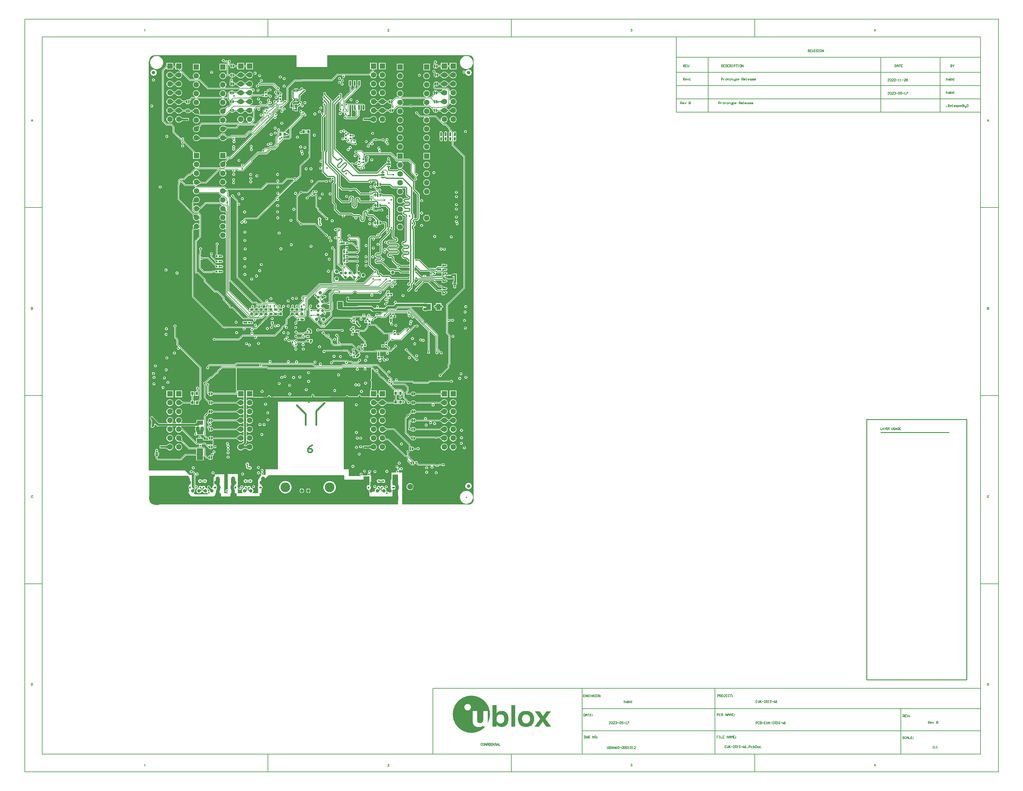
<source format=gbl>
G04*
G04 #@! TF.GenerationSoftware,Altium Limited,Altium Designer,24.5.2 (23)*
G04*
G04 Layer_Physical_Order=6*
G04 Layer_Color=16711680*
%FSLAX44Y44*%
%MOMM*%
G71*
G04*
G04 #@! TF.SameCoordinates,06A8B94F-9278-456E-AD24-3EE51E5687D5*
G04*
G04*
G04 #@! TF.FilePolarity,Positive*
G04*
G01*
G75*
%ADD10C,0.1524*%
%ADD11C,0.1270*%
%ADD12C,0.2500*%
%ADD13C,0.6000*%
%ADD16C,0.5000*%
%ADD18C,0.1500*%
%ADD23C,0.1778*%
%ADD25C,0.2540*%
%ADD35R,3.0000X4.5000*%
%ADD53R,1.2500X1.7500*%
%ADD54R,0.7500X0.9000*%
%ADD55R,0.5500X0.5200*%
%ADD74C,0.6000*%
%ADD79R,0.9000X0.7500*%
%ADD100R,0.5200X0.5500*%
%ADD108R,1.7500X1.2500*%
%ADD185C,1.6000*%
%ADD189C,1.6510*%
%ADD195C,8.0000*%
%ADD196C,0.5000*%
%ADD200C,0.2550*%
%ADD202C,1.0000*%
%ADD203C,0.2000*%
%ADD204C,0.2032*%
%ADD205C,0.1530*%
%ADD206C,1.0160*%
%ADD207C,0.5080*%
%ADD208C,0.1520*%
%ADD210C,0.5010*%
%ADD211C,0.3050*%
%ADD213C,0.2770*%
%ADD214C,0.3780*%
%ADD215C,0.2080*%
%ADD218C,0.8000*%
%ADD221C,0.4000*%
%ADD222R,1.6000X1.6000*%
%ADD223R,1.6000X1.6000*%
G04:AMPARAMS|DCode=224|XSize=2.3mm|YSize=1.2mm|CornerRadius=0.6mm|HoleSize=0mm|Usage=FLASHONLY|Rotation=90.000|XOffset=0mm|YOffset=0mm|HoleType=Round|Shape=RoundedRectangle|*
%AMROUNDEDRECTD224*
21,1,2.3000,0.0000,0,0,90.0*
21,1,1.1000,1.2000,0,0,90.0*
1,1,1.2000,0.0000,0.5500*
1,1,1.2000,0.0000,-0.5500*
1,1,1.2000,0.0000,-0.5500*
1,1,1.2000,0.0000,0.5500*
%
%ADD224ROUNDEDRECTD224*%
%ADD225O,0.8500X0.5000*%
G04:AMPARAMS|DCode=226|XSize=2.6mm|YSize=1.3mm|CornerRadius=0.65mm|HoleSize=0mm|Usage=FLASHONLY|Rotation=90.000|XOffset=0mm|YOffset=0mm|HoleType=Round|Shape=RoundedRectangle|*
%AMROUNDEDRECTD226*
21,1,2.6000,0.0000,0,0,90.0*
21,1,1.3000,1.3000,0,0,90.0*
1,1,1.3000,0.0000,0.6500*
1,1,1.3000,0.0000,-0.6500*
1,1,1.3000,0.0000,-0.6500*
1,1,1.3000,0.0000,0.6500*
%
%ADD226ROUNDEDRECTD226*%
G04:AMPARAMS|DCode=227|XSize=1.65mm|YSize=1.1mm|CornerRadius=0.55mm|HoleSize=0mm|Usage=FLASHONLY|Rotation=180.000|XOffset=0mm|YOffset=0mm|HoleType=Round|Shape=RoundedRectangle|*
%AMROUNDEDRECTD227*
21,1,1.6500,0.0000,0,0,180.0*
21,1,0.5500,1.1000,0,0,180.0*
1,1,1.1000,-0.2750,0.0000*
1,1,1.1000,0.2750,0.0000*
1,1,1.1000,0.2750,0.0000*
1,1,1.1000,-0.2750,0.0000*
%
%ADD227ROUNDEDRECTD227*%
%ADD228C,2.8000*%
%ADD229C,0.4000*%
%ADD230C,4.5000*%
%ADD231C,0.5080*%
%ADD233C,0.8000*%
%ADD234R,0.5500X1.4000*%
%ADD235R,0.8000X1.4000*%
%ADD236R,0.6000X0.2000*%
%ADD237R,0.3000X0.3000*%
%ADD238R,1.3500X0.9500*%
%ADD239C,0.1800*%
%ADD240C,0.7000*%
%ADD241C,0.3798*%
%ADD242C,0.2900*%
%ADD243C,0.3010*%
G36*
X925218Y1293808D02*
X928754Y1292343D01*
X931791Y1290013D01*
X934121Y1286976D01*
X935586Y1283439D01*
X935858Y1281376D01*
X935915Y19744D01*
X936018Y19226D01*
X935586Y15949D01*
X934121Y12412D01*
X931791Y9376D01*
X928754Y7045D01*
X925218Y5580D01*
X922032Y5161D01*
X921422Y5282D01*
X730758D01*
Y97028D01*
X721610D01*
X720905Y98084D01*
X721046Y98424D01*
Y100032D01*
X720431Y101517D01*
X720323Y101624D01*
X720849Y102894D01*
X721656D01*
X723140Y103509D01*
X724277Y104646D01*
X724313Y104732D01*
X725811Y105030D01*
X726148Y104693D01*
X727632Y104078D01*
X729240D01*
X730724Y104693D01*
X731861Y105829D01*
X732476Y107314D01*
Y108922D01*
X731861Y110407D01*
X730724Y111543D01*
X729240Y112158D01*
X727632D01*
X726148Y111543D01*
X725011Y110407D01*
X724975Y110320D01*
X723477Y110022D01*
X723140Y110359D01*
X721656Y110974D01*
X720352D01*
X719663Y111688D01*
X719443Y112098D01*
X719776Y112902D01*
Y114510D01*
X719161Y115995D01*
X718024Y117131D01*
X716540Y117746D01*
X714932D01*
X713447Y117131D01*
X712311Y115995D01*
X711696Y114510D01*
Y112902D01*
X712311Y111418D01*
X713447Y110281D01*
X714932Y109666D01*
X716236D01*
X716925Y108952D01*
X717145Y108542D01*
X716812Y107738D01*
Y106130D01*
X717427Y104646D01*
X717535Y104538D01*
X717009Y103268D01*
X716202D01*
X714717Y102653D01*
X713581Y101517D01*
X712966Y100032D01*
Y98424D01*
X713107Y98084D01*
X712401Y97028D01*
X700045D01*
Y76454D01*
X697484D01*
Y42454D01*
X685860D01*
X685086Y43462D01*
X685234Y44013D01*
Y45987D01*
X684723Y47895D01*
X683736Y49605D01*
X682339Y51002D01*
X680629Y51989D01*
X678987Y52429D01*
X677814Y52847D01*
Y54852D01*
X677047Y56705D01*
X675629Y58123D01*
X673776Y58890D01*
X671771D01*
X669919Y58123D01*
X668692Y56896D01*
X667949Y56786D01*
X667206Y56896D01*
X665979Y58123D01*
X664127Y58890D01*
X662122D01*
X660269Y58123D01*
X658851Y56705D01*
X658084Y54852D01*
Y52847D01*
X657831Y52335D01*
X656539Y51989D01*
X654829Y51002D01*
X653432Y49605D01*
X652445Y47895D01*
X651934Y45987D01*
Y44013D01*
X652082Y43462D01*
X651308Y42454D01*
X639879D01*
X638987Y43358D01*
X639076Y49890D01*
X639163Y49977D01*
X640052Y51517D01*
X640512Y53233D01*
Y55011D01*
X640052Y56727D01*
X639188Y58223D01*
X639356Y70612D01*
X641815D01*
Y88646D01*
X639191D01*
X638663Y89914D01*
X639278Y91398D01*
Y93006D01*
X638663Y94490D01*
X638370Y94783D01*
X638360Y95070D01*
X638742Y96208D01*
X639812Y96651D01*
X640949Y97788D01*
X641564Y99272D01*
Y100880D01*
X640949Y102365D01*
X639812Y103501D01*
X638328Y104116D01*
X636720D01*
X635235Y103501D01*
X634099Y102365D01*
X633484Y100880D01*
Y99272D01*
X634099Y97788D01*
X634392Y97494D01*
X634402Y97208D01*
X634020Y96070D01*
X632949Y95627D01*
X631813Y94490D01*
X631198Y93006D01*
Y91398D01*
X631813Y89914D01*
X631284Y88646D01*
X616585D01*
X616057Y89914D01*
X616672Y91398D01*
Y93006D01*
X616057Y94490D01*
X614920Y95627D01*
X613436Y96242D01*
X611828D01*
X610344Y95627D01*
X609207Y94490D01*
X608592Y93006D01*
Y91398D01*
X609207Y89914D01*
X610344Y88777D01*
X611828Y88162D01*
X613288D01*
Y86868D01*
X577596D01*
Y106172D01*
X563372D01*
Y299900D01*
X511421D01*
X511283Y300107D01*
X510945Y300333D01*
X510658Y300620D01*
X510284Y300775D01*
X509946Y301000D01*
X509548Y301079D01*
X509174Y301235D01*
X508768D01*
X508370Y301314D01*
X507972Y301235D01*
X507566D01*
X507192Y301079D01*
X506794Y301000D01*
X506456Y300775D01*
X506082Y300620D01*
X505795Y300333D01*
X505457Y300107D01*
X505250Y299900D01*
X373876D01*
Y106172D01*
X338492D01*
X338558Y90816D01*
X337662Y89916D01*
X332509D01*
X331983Y91186D01*
X332489Y91692D01*
X333104Y93176D01*
Y94784D01*
X332489Y96269D01*
X331352Y97405D01*
X330116Y97917D01*
X329947Y98819D01*
X329989Y99240D01*
X331098Y99699D01*
X332235Y100836D01*
X332850Y102320D01*
Y103928D01*
X332235Y105413D01*
X331098Y106549D01*
X329614Y107164D01*
X328006D01*
X326521Y106549D01*
X325385Y105413D01*
X324770Y103928D01*
Y102320D01*
X325385Y100836D01*
X326521Y99699D01*
X327758Y99187D01*
X327927Y98285D01*
X327885Y97864D01*
X326776Y97405D01*
X325639Y96269D01*
X325024Y94784D01*
Y93176D01*
X325639Y91692D01*
X326145Y91186D01*
X325628Y89916D01*
X317500Y76200D01*
Y57580D01*
X316819Y56561D01*
X316334Y54122D01*
X316819Y51683D01*
X317500Y50664D01*
Y38062D01*
X301702Y37935D01*
X301436Y38362D01*
X301242Y39202D01*
X302435Y40395D01*
X303423Y42105D01*
X303934Y44013D01*
Y45987D01*
X303423Y47895D01*
X302435Y49605D01*
X301039Y51002D01*
X299329Y51989D01*
X297682Y52430D01*
X296508Y52847D01*
Y54852D01*
X295741Y56705D01*
X294323Y58123D01*
X292471Y58890D01*
X290466D01*
X288613Y58123D01*
X287385Y56894D01*
X286645Y56785D01*
X285899Y56893D01*
X284671Y58121D01*
X282819Y58888D01*
X280814D01*
X278962Y58121D01*
X277544Y56703D01*
X276776Y54851D01*
Y52846D01*
X276524Y52333D01*
X275239Y51989D01*
X273529Y51002D01*
X272132Y49605D01*
X271145Y47895D01*
X270634Y45987D01*
Y44013D01*
X271145Y42105D01*
X272132Y40395D01*
X273529Y38998D01*
X273563Y38979D01*
X273228Y37706D01*
X259982Y37599D01*
X259080Y38494D01*
Y52761D01*
X259206Y53233D01*
Y55011D01*
X259080Y55483D01*
Y92964D01*
X230632D01*
Y48759D01*
X229362Y48177D01*
X228205Y48657D01*
X226598D01*
X225113Y48042D01*
X223976Y46905D01*
X223361Y45420D01*
Y43813D01*
X223976Y42328D01*
X225113Y41192D01*
X226598Y40577D01*
X228205D01*
X229362Y41056D01*
X230632Y40474D01*
Y37592D01*
X220889D01*
X219994Y38493D01*
X220343Y92020D01*
X194155Y91798D01*
X189230Y82296D01*
Y68748D01*
X189148Y68122D01*
X189230Y67496D01*
Y59616D01*
X187752Y58628D01*
X186371Y56561D01*
X185886Y54122D01*
X186202Y52530D01*
X185861Y52046D01*
X185097Y51578D01*
X184838Y51627D01*
X184505Y51727D01*
X184131Y51878D01*
X183718Y52084D01*
X183270Y52349D01*
X182789Y52674D01*
X182292Y53049D01*
X181166Y54025D01*
X180572Y54600D01*
X180468Y54641D01*
X179927Y55182D01*
Y56134D01*
X179848Y56532D01*
Y56938D01*
X179693Y57312D01*
X179614Y57710D01*
X179388Y58048D01*
X179233Y58422D01*
X178946Y58709D01*
X178721Y59047D01*
X178383Y59272D01*
X178096Y59559D01*
X177722Y59714D01*
X177384Y59940D01*
X176986Y60019D01*
X176612Y60174D01*
X176206D01*
X175808Y60253D01*
X175410Y60174D01*
X175004D01*
X174629Y60019D01*
X174232Y59940D01*
X173894Y59714D01*
X173519Y59559D01*
X173233Y59272D01*
X172895Y59047D01*
X172670Y58709D01*
X172383Y58422D01*
X172228Y58048D01*
X172002Y57710D01*
X171923Y57312D01*
X171768Y56938D01*
Y56532D01*
X171689Y56134D01*
Y53476D01*
X172002Y51900D01*
X172895Y50563D01*
X174643Y48816D01*
X174684Y48712D01*
X175259Y48118D01*
X176235Y46991D01*
X176611Y46495D01*
X176935Y46014D01*
X177200Y45566D01*
X177406Y45153D01*
X177557Y44779D01*
X177657Y44446D01*
X177729Y44061D01*
X177860Y43861D01*
X177869Y43826D01*
X176805Y42892D01*
X176556Y42995D01*
X174948D01*
X174473Y42798D01*
X173409Y43732D01*
X173484Y44013D01*
Y45987D01*
X172973Y47895D01*
X171985Y49605D01*
X170589Y51002D01*
X168879Y51989D01*
X167233Y52430D01*
X166060Y52847D01*
Y54852D01*
X165293Y56705D01*
X163875Y58123D01*
X162022Y58890D01*
X160018D01*
X158165Y58123D01*
X156936Y56894D01*
X156196Y56785D01*
X155450Y56893D01*
X154223Y58121D01*
X152371Y58888D01*
X150365D01*
X148513Y58121D01*
X147095Y56703D01*
X146328Y54851D01*
Y52846D01*
X146075Y52334D01*
X144789Y51989D01*
X143079Y51002D01*
X141683Y49605D01*
X140695Y47895D01*
X140184Y45987D01*
Y44013D01*
X140695Y42105D01*
X141683Y40395D01*
X143079Y38998D01*
X144789Y38011D01*
X146697Y37500D01*
X148671D01*
X150579Y38011D01*
X152289Y38998D01*
X153686Y40395D01*
X154210Y41304D01*
X154367Y41490D01*
X154440Y41623D01*
X154484Y41695D01*
X154535Y41768D01*
X154574Y41818D01*
X154760Y42021D01*
X154803Y42062D01*
X155054Y42269D01*
X155196Y42370D01*
X155203Y42378D01*
X155212Y42382D01*
X155240Y42413D01*
X156198Y43022D01*
X157170Y42442D01*
X157679Y42051D01*
X159267Y41393D01*
X159418Y41373D01*
X159983Y40395D01*
X161379Y38998D01*
X163089Y38011D01*
X164997Y37500D01*
X166971D01*
X168879Y38011D01*
X170442Y38914D01*
X171017Y38742D01*
X171712Y38325D01*
Y38152D01*
X172327Y36667D01*
X173180Y35814D01*
X172778Y34544D01*
X136144Y34544D01*
X132729Y37959D01*
X132938Y39546D01*
X133375Y39799D01*
X134585Y41009D01*
X135441Y42491D01*
X135884Y44144D01*
Y45856D01*
X135567Y47041D01*
X135569Y47047D01*
X135556Y47078D01*
X135473Y47389D01*
X135477Y47397D01*
X135477Y47427D01*
X135488Y47451D01*
X135536Y47533D01*
X135620Y47649D01*
X135740Y47793D01*
X135928Y47992D01*
X135995Y48166D01*
X137088Y49260D01*
X137616Y50050D01*
X137802Y50982D01*
Y51659D01*
X138858Y52364D01*
X139128Y52252D01*
X140736D01*
X142220Y52867D01*
X143357Y54004D01*
X143972Y55488D01*
Y57096D01*
X143357Y58580D01*
X142220Y59717D01*
X140736Y60332D01*
X139128D01*
X138709Y60158D01*
X137439Y61007D01*
Y83605D01*
X138461Y84628D01*
X138989Y85418D01*
X139175Y86350D01*
Y88640D01*
X140445Y89179D01*
X141674Y88670D01*
X143282D01*
X144766Y89285D01*
X145903Y90421D01*
X146518Y91906D01*
Y93514D01*
X145903Y94999D01*
X144766Y96135D01*
X143282Y96750D01*
X141674D01*
X140190Y96135D01*
X139053Y94999D01*
X138709Y94167D01*
X137521Y94332D01*
X137428Y94395D01*
X137253Y95275D01*
X136725Y96065D01*
X131500Y101290D01*
X130710Y101818D01*
X129778Y102004D01*
X129588D01*
X129423Y102079D01*
X129246Y102086D01*
X129139Y102098D01*
X129042Y102117D01*
X128953Y102143D01*
X128868Y102175D01*
X128785Y102214D01*
X128701Y102263D01*
X128616Y102323D01*
X128526Y102396D01*
X128392Y102523D01*
X128110Y102632D01*
X127748Y102993D01*
X126264Y103608D01*
X124656D01*
X123172Y102993D01*
X122035Y101856D01*
X121420Y100372D01*
Y98764D01*
X122035Y97280D01*
X123172Y96143D01*
X124656Y95528D01*
X126264D01*
X127748Y96143D01*
X128110Y96504D01*
X128392Y96613D01*
X128526Y96741D01*
X128616Y96813D01*
X128701Y96873D01*
X128785Y96922D01*
X128868Y96961D01*
X128920Y96981D01*
X132567Y93334D01*
Y92170D01*
X132753Y91237D01*
X133281Y90447D01*
X134303Y89425D01*
Y87359D01*
X133281Y86337D01*
X132753Y85547D01*
X132567Y84614D01*
Y54250D01*
X132753Y53318D01*
X132930Y53052D01*
Y51991D01*
X132550Y51611D01*
X132376Y51544D01*
X132177Y51356D01*
X132033Y51236D01*
X131917Y51153D01*
X131835Y51104D01*
X131811Y51093D01*
X131781Y51093D01*
X131772Y51089D01*
X131462Y51172D01*
X131431Y51185D01*
X131425Y51182D01*
X130240Y51500D01*
X129608D01*
X128634Y52770D01*
X128758Y53233D01*
Y55011D01*
X128298Y56727D01*
X127409Y58267D01*
X126868Y58808D01*
Y90424D01*
X119888D01*
X107696Y102616D01*
X3712D01*
X3659Y1276366D01*
X3834Y1276483D01*
X4803Y1277933D01*
X5143Y1279644D01*
X5143D01*
X5070Y1279728D01*
X5559Y1283439D01*
X7024Y1286976D01*
X9354Y1290013D01*
X12391Y1292343D01*
X15927Y1293808D01*
X19112Y1294227D01*
X19722Y1294106D01*
X427250D01*
X427312Y1260122D01*
X515312D01*
Y1271122D01*
X515250Y1271158D01*
Y1294106D01*
X921422D01*
X922032Y1294227D01*
X925218Y1293808D01*
D02*
G37*
G36*
X127452Y101177D02*
X127636Y101026D01*
X127828Y100893D01*
X128027Y100777D01*
X128232Y100679D01*
X128444Y100599D01*
X128664Y100537D01*
X128890Y100493D01*
X129123Y100466D01*
X129363Y100457D01*
Y98679D01*
X129123Y98670D01*
X128890Y98643D01*
X128664Y98599D01*
X128444Y98537D01*
X128232Y98457D01*
X128027Y98359D01*
X127828Y98243D01*
X127636Y98110D01*
X127452Y97959D01*
X127274Y97790D01*
Y101346D01*
X127452Y101177D01*
D02*
G37*
G36*
X719058Y5546D02*
X16190D01*
X15927Y5580D01*
X12391Y7045D01*
X9354Y9376D01*
X7023Y12412D01*
X5559Y15949D01*
X5349Y17541D01*
Y87376D01*
X116840D01*
X117586Y86630D01*
Y59246D01*
X116607Y58267D01*
X115718Y56727D01*
X115258Y55011D01*
Y53233D01*
X115718Y51517D01*
X116607Y49977D01*
X117586Y48998D01*
Y37072D01*
X119496Y37081D01*
X120396Y36185D01*
Y34290D01*
X125475Y29211D01*
X125696Y29157D01*
X127394Y28904D01*
X129318Y28753D01*
X131469Y28702D01*
X184547D01*
X186698Y28753D01*
X188622Y28904D01*
X190320Y29157D01*
X190823Y29279D01*
X195072Y33528D01*
Y37429D01*
X196078Y37433D01*
X196128Y42897D01*
X206288D01*
X206480Y37481D01*
X209666Y37496D01*
X210566Y36600D01*
Y28702D01*
X238252D01*
Y37627D01*
X240014Y37635D01*
X240093Y39061D01*
X240177Y44290D01*
X250336D01*
X250346Y42382D01*
X250659Y37684D01*
X254736Y37703D01*
X255634Y36805D01*
X255606Y29523D01*
X256075Y29411D01*
X257796Y29158D01*
X259743Y29007D01*
X261917Y28956D01*
Y28702D01*
X314996D01*
Y28956D01*
X317170Y29007D01*
X319117Y29158D01*
X320837Y29411D01*
X321308Y29523D01*
X321283Y38009D01*
X326436Y38033D01*
X326493Y39061D01*
X326576Y44290D01*
X334772D01*
Y76962D01*
X347021Y89211D01*
X563489Y89887D01*
X564388Y88990D01*
Y76454D01*
X619743D01*
Y85981D01*
X623548Y86010D01*
X637032D01*
Y61381D01*
X635762Y60574D01*
X634651Y60872D01*
X632873D01*
X631157Y60412D01*
X630003Y59746D01*
X629717Y58542D01*
X629464Y56778D01*
X629313Y54746D01*
X629262Y52445D01*
X627203Y52521D01*
X627472Y51517D01*
X628361Y49977D01*
X629617Y48721D01*
X631157Y47832D01*
X632873Y47372D01*
X633726D01*
X634706Y46125D01*
X634634Y45856D01*
Y44144D01*
X635077Y42491D01*
X635933Y41009D01*
X637032Y39910D01*
X637032Y29443D01*
Y29258D01*
X637450Y29157D01*
X639148Y28904D01*
X641072Y28753D01*
X643223Y28702D01*
Y28448D01*
X696301D01*
Y28702D01*
X698452Y28753D01*
X700376Y28904D01*
X702074Y29157D01*
X702873Y29350D01*
X702833Y46982D01*
X703678Y47677D01*
X704101Y47750D01*
X707512D01*
X709951Y48235D01*
X712018Y49616D01*
X713399Y51683D01*
X713884Y54122D01*
X713399Y56561D01*
X712018Y58628D01*
X709951Y60009D01*
X707512Y60494D01*
X704012D01*
X703783Y60449D01*
X702800Y61253D01*
X702734Y90033D01*
X703631Y90932D01*
X719058D01*
Y5546D01*
D02*
G37*
G36*
X665626Y54297D02*
X665633Y54287D01*
X665643Y54274D01*
X665657Y54258D01*
X665723Y54194D01*
X665822Y54104D01*
X664587Y51481D01*
X664572Y51510D01*
X664545Y51532D01*
X664508Y51547D01*
X664459Y51554D01*
X664399Y51554D01*
X664329Y51546D01*
X664247Y51532D01*
X664154Y51509D01*
X663934Y51443D01*
X665623Y54304D01*
X665626Y54297D01*
D02*
G37*
G36*
X284318Y54296D02*
X284325Y54285D01*
X284336Y54272D01*
X284350Y54257D01*
X284415Y54192D01*
X284514Y54103D01*
X283280Y51480D01*
X283265Y51509D01*
X283238Y51531D01*
X283201Y51545D01*
X283152Y51552D01*
X283092Y51552D01*
X283022Y51545D01*
X282939Y51530D01*
X282847Y51508D01*
X282627Y51441D01*
X284315Y54303D01*
X284318Y54296D01*
D02*
G37*
G36*
X153870D02*
X153877Y54285D01*
X153887Y54272D01*
X153901Y54257D01*
X153967Y54192D01*
X154066Y54103D01*
X152831Y51480D01*
X152816Y51509D01*
X152790Y51531D01*
X152752Y51545D01*
X152704Y51552D01*
X152644Y51552D01*
X152573Y51545D01*
X152491Y51530D01*
X152398Y51508D01*
X152179Y51441D01*
X153867Y54303D01*
X153870Y54296D01*
D02*
G37*
G36*
X290658Y51443D02*
X290543Y51480D01*
X290345Y51532D01*
X290263Y51547D01*
X290193Y51554D01*
X290133Y51554D01*
X290084Y51547D01*
X290047Y51533D01*
X290020Y51511D01*
X290005Y51481D01*
X288771Y54104D01*
X288808Y54137D01*
X288967Y54297D01*
X288969Y54305D01*
X290658Y51443D01*
D02*
G37*
G36*
X160209D02*
X160094Y51480D01*
X159897Y51532D01*
X159815Y51547D01*
X159744Y51554D01*
X159684Y51554D01*
X159636Y51547D01*
X159598Y51533D01*
X159572Y51511D01*
X159557Y51481D01*
X158322Y54104D01*
X158359Y54137D01*
X158518Y54297D01*
X158521Y54305D01*
X160209Y51443D01*
D02*
G37*
G36*
X671964Y51443D02*
X671849Y51480D01*
X671651Y51532D01*
X671569Y51546D01*
X671499Y51554D01*
X671439Y51554D01*
X671390Y51547D01*
X671353Y51532D01*
X671327Y51510D01*
X671311Y51481D01*
X670076Y54104D01*
X670113Y54137D01*
X670272Y54297D01*
X670275Y54304D01*
X671964Y51443D01*
D02*
G37*
G36*
X134749Y49108D02*
X134526Y48872D01*
X134335Y48644D01*
X134176Y48421D01*
X134048Y48206D01*
X133952Y47996D01*
X133887Y47793D01*
X133854Y47597D01*
X133853Y47407D01*
X133884Y47224D01*
X133946Y47047D01*
X131431Y49562D01*
X131608Y49500D01*
X131791Y49469D01*
X131981Y49470D01*
X132177Y49503D01*
X132380Y49568D01*
X132590Y49664D01*
X132805Y49792D01*
X133028Y49951D01*
X133257Y50142D01*
X133492Y50365D01*
X134749Y49108D01*
D02*
G37*
G36*
X284133Y45099D02*
X283951Y44929D01*
X283621Y44577D01*
X283473Y44395D01*
X283208Y44021D01*
X283092Y43829D01*
X282893Y43433D01*
X282810Y43229D01*
X281931Y48253D01*
X282119Y48049D01*
X282295Y47892D01*
X282457Y47781D01*
X282607Y47716D01*
X282744Y47698D01*
X282868Y47726D01*
X282980Y47800D01*
X283078Y47921D01*
X283164Y48088D01*
X283237Y48301D01*
X284133Y45099D01*
D02*
G37*
G36*
X292030Y42632D02*
X291905Y42850D01*
X291771Y43056D01*
X291628Y43250D01*
X291475Y43432D01*
X291314Y43603D01*
X291143Y43761D01*
X290963Y43907D01*
X290774Y44042D01*
X290575Y44164D01*
X290368Y44275D01*
X290633Y47223D01*
X290781Y47077D01*
X290933Y46975D01*
X291087Y46916D01*
X291244Y46901D01*
X291404Y46930D01*
X291566Y47002D01*
X291731Y47118D01*
X291899Y47278D01*
X292070Y47481D01*
X292244Y47728D01*
X292030Y42632D01*
D02*
G37*
G36*
X673392Y42521D02*
X673260Y42737D01*
X673119Y42940D01*
X672969Y43130D01*
X672809Y43306D01*
X672641Y43470D01*
X672463Y43620D01*
X672276Y43756D01*
X672080Y43880D01*
X671875Y43990D01*
X671661Y44087D01*
X671841Y46997D01*
X671993Y46857D01*
X672147Y46761D01*
X672303Y46711D01*
X672463Y46706D01*
X672625Y46746D01*
X672790Y46831D01*
X672957Y46960D01*
X673127Y47135D01*
X673300Y47355D01*
X673475Y47620D01*
X673392Y42521D01*
D02*
G37*
G36*
X180069Y52827D02*
X181271Y51786D01*
X181845Y51352D01*
X182402Y50976D01*
X182941Y50657D01*
X183463Y50396D01*
X183967Y50193D01*
X184454Y50047D01*
X184923Y49959D01*
X179325Y44361D01*
X179237Y44830D01*
X179091Y45317D01*
X178888Y45821D01*
X178627Y46343D01*
X178308Y46882D01*
X177932Y47439D01*
X177498Y48014D01*
X176457Y49215D01*
X175851Y49841D01*
X179443Y53433D01*
X180069Y52827D01*
D02*
G37*
G36*
X665442Y44807D02*
X665249Y44643D01*
X664898Y44304D01*
X664739Y44129D01*
X664454Y43767D01*
X664328Y43581D01*
X664109Y43196D01*
X664016Y42998D01*
X663389Y48060D01*
X664608Y48086D01*
X665442Y44807D01*
D02*
G37*
G36*
X152894Y47752D02*
X153705Y44438D01*
X153497Y44288D01*
X153115Y43974D01*
X152941Y43809D01*
X152626Y43465D01*
X152486Y43285D01*
X152357Y43100D01*
X152239Y42911D01*
X152132Y42716D01*
X151822Y47807D01*
X152894Y47752D01*
D02*
G37*
G36*
X1157245Y-588172D02*
X1156792D01*
Y-588626D01*
Y-589080D01*
X1156338D01*
Y-589533D01*
X1155885D01*
Y-589987D01*
X1155431D01*
Y-590440D01*
Y-590894D01*
X1154978D01*
Y-591347D01*
X1154524D01*
Y-591801D01*
Y-592254D01*
X1154071D01*
Y-592708D01*
X1153617D01*
Y-593162D01*
X1153164D01*
Y-593615D01*
Y-594069D01*
X1152710D01*
Y-594522D01*
X1152256D01*
Y-594976D01*
X1151803D01*
Y-595429D01*
Y-595883D01*
X1151349D01*
Y-596337D01*
X1150896D01*
Y-596790D01*
X1150442D01*
Y-597244D01*
Y-597697D01*
X1149989D01*
Y-598151D01*
X1149535D01*
Y-598604D01*
Y-599058D01*
X1149081D01*
Y-599511D01*
X1148628D01*
Y-599965D01*
X1148174D01*
Y-600419D01*
Y-600872D01*
X1147721D01*
Y-601326D01*
X1147267D01*
Y-601779D01*
X1146814D01*
Y-602233D01*
Y-602686D01*
X1146360D01*
Y-603140D01*
X1145907D01*
Y-603593D01*
Y-604047D01*
X1145453D01*
Y-604501D01*
X1144999D01*
Y-604954D01*
X1144546D01*
Y-605408D01*
Y-605861D01*
X1144092D01*
Y-606315D01*
X1143639D01*
Y-606768D01*
X1143185D01*
Y-607222D01*
Y-607675D01*
X1142732D01*
Y-608129D01*
X1142278D01*
Y-608583D01*
X1141825D01*
Y-609036D01*
Y-609490D01*
Y-609943D01*
X1142278D01*
Y-610397D01*
Y-610850D01*
X1142732D01*
Y-611304D01*
X1143185D01*
Y-611758D01*
X1143639D01*
Y-612211D01*
Y-612665D01*
X1144092D01*
Y-613118D01*
X1144546D01*
Y-613572D01*
X1144999D01*
Y-614025D01*
Y-614479D01*
X1145453D01*
Y-614932D01*
X1145907D01*
Y-615386D01*
Y-615839D01*
X1146360D01*
Y-616293D01*
X1146814D01*
Y-616747D01*
X1147267D01*
Y-617200D01*
Y-617654D01*
X1147721D01*
Y-618107D01*
X1148174D01*
Y-618561D01*
X1148628D01*
Y-619014D01*
Y-619468D01*
X1149081D01*
Y-619921D01*
X1149535D01*
Y-620375D01*
X1149989D01*
Y-620829D01*
Y-621282D01*
X1150442D01*
Y-621736D01*
X1150896D01*
Y-622189D01*
X1151349D01*
Y-622643D01*
Y-623096D01*
X1151803D01*
Y-623550D01*
X1152256D01*
Y-624003D01*
X1152710D01*
Y-624457D01*
Y-624911D01*
X1153164D01*
Y-625364D01*
X1153617D01*
Y-625818D01*
X1154071D01*
Y-626271D01*
Y-626725D01*
X1154524D01*
Y-627178D01*
X1154978D01*
Y-627632D01*
Y-628086D01*
X1155431D01*
Y-628539D01*
X1155885D01*
Y-628993D01*
X1156338D01*
Y-629446D01*
Y-629900D01*
X1156792D01*
Y-630353D01*
X1157245D01*
Y-630807D01*
X1157699D01*
Y-631260D01*
X1158153D01*
Y-631714D01*
X1143639D01*
Y-631260D01*
Y-630807D01*
X1143185D01*
Y-630353D01*
X1142732D01*
Y-629900D01*
X1142278D01*
Y-629446D01*
Y-628993D01*
X1141825D01*
Y-628539D01*
X1141371D01*
Y-628086D01*
X1140918D01*
Y-627632D01*
Y-627178D01*
X1140464D01*
Y-626725D01*
X1140010D01*
Y-626271D01*
Y-625818D01*
X1139557D01*
Y-625364D01*
X1139103D01*
Y-624911D01*
X1138650D01*
Y-624457D01*
Y-624003D01*
X1138196D01*
Y-623550D01*
X1137743D01*
Y-623096D01*
X1137289D01*
Y-622643D01*
Y-622189D01*
X1136835D01*
Y-621736D01*
X1136382D01*
Y-621282D01*
Y-620829D01*
X1135928D01*
Y-620375D01*
X1135475D01*
Y-619921D01*
X1135021D01*
Y-619468D01*
Y-619014D01*
X1134568D01*
Y-618561D01*
X1134114D01*
Y-618107D01*
X1133661D01*
Y-617654D01*
X1133207D01*
Y-618107D01*
Y-618561D01*
X1132754D01*
Y-619014D01*
X1132300D01*
Y-619468D01*
X1131846D01*
Y-619921D01*
Y-620375D01*
X1131393D01*
Y-620829D01*
X1130939D01*
Y-621282D01*
Y-621736D01*
X1130486D01*
Y-622189D01*
X1130032D01*
Y-622643D01*
X1129579D01*
Y-623096D01*
Y-623550D01*
X1129125D01*
Y-624003D01*
X1128671D01*
Y-624457D01*
Y-624911D01*
X1128218D01*
Y-625364D01*
X1127764D01*
Y-625818D01*
X1127311D01*
Y-626271D01*
Y-626725D01*
X1126857D01*
Y-627178D01*
X1126404D01*
Y-627632D01*
Y-628086D01*
X1125950D01*
Y-628539D01*
X1125497D01*
Y-628993D01*
X1125043D01*
Y-629446D01*
Y-629900D01*
X1124589D01*
Y-630353D01*
X1124136D01*
Y-630807D01*
Y-631260D01*
X1123682D01*
Y-631714D01*
X1110529D01*
Y-631260D01*
X1110983D01*
Y-630807D01*
X1111436D01*
Y-630353D01*
Y-629900D01*
X1111890D01*
Y-629446D01*
X1112344D01*
Y-628993D01*
X1112797D01*
Y-628539D01*
Y-628086D01*
X1113251D01*
Y-627632D01*
X1113704D01*
Y-627178D01*
Y-626725D01*
X1114158D01*
Y-626271D01*
X1114611D01*
Y-625818D01*
X1115065D01*
Y-625364D01*
X1115518D01*
Y-624911D01*
Y-624457D01*
X1115972D01*
Y-624003D01*
X1116425D01*
Y-623550D01*
Y-623096D01*
X1116879D01*
Y-622643D01*
X1117333D01*
Y-622189D01*
X1117786D01*
Y-621736D01*
Y-621282D01*
X1118240D01*
Y-620829D01*
X1118693D01*
Y-620375D01*
X1119147D01*
Y-619921D01*
Y-619468D01*
X1119600D01*
Y-619014D01*
X1120054D01*
Y-618561D01*
X1120508D01*
Y-618107D01*
Y-617654D01*
X1120961D01*
Y-617200D01*
X1121415D01*
Y-616747D01*
X1121868D01*
Y-616293D01*
Y-615839D01*
X1122322D01*
Y-615386D01*
X1122775D01*
Y-614932D01*
X1123229D01*
Y-614479D01*
Y-614025D01*
X1123682D01*
Y-613572D01*
X1124136D01*
Y-613118D01*
X1124589D01*
Y-612665D01*
Y-612211D01*
X1125043D01*
Y-611758D01*
X1125497D01*
Y-611304D01*
Y-610850D01*
X1125950D01*
Y-610397D01*
X1126404D01*
Y-609943D01*
X1126857D01*
Y-609490D01*
Y-609036D01*
X1126404D01*
Y-608583D01*
X1125950D01*
Y-608129D01*
X1125497D01*
Y-607675D01*
Y-607222D01*
X1125043D01*
Y-606768D01*
X1124589D01*
Y-606315D01*
X1124136D01*
Y-605861D01*
Y-605408D01*
X1123682D01*
Y-604954D01*
X1123229D01*
Y-604501D01*
Y-604047D01*
X1122775D01*
Y-603593D01*
X1122322D01*
Y-603140D01*
X1121868D01*
Y-602686D01*
Y-602233D01*
X1121415D01*
Y-601779D01*
X1120961D01*
Y-601326D01*
X1120508D01*
Y-600872D01*
Y-600419D01*
X1120054D01*
Y-599965D01*
X1119600D01*
Y-599511D01*
Y-599058D01*
X1119147D01*
Y-598604D01*
X1118693D01*
Y-598151D01*
X1118240D01*
Y-597697D01*
Y-597244D01*
X1117786D01*
Y-596790D01*
X1117333D01*
Y-596337D01*
X1116879D01*
Y-595883D01*
Y-595429D01*
X1116425D01*
Y-594976D01*
X1115972D01*
Y-594522D01*
Y-594069D01*
X1115518D01*
Y-593615D01*
X1115065D01*
Y-593162D01*
X1114611D01*
Y-592708D01*
Y-592254D01*
X1114158D01*
Y-591801D01*
X1113704D01*
Y-591347D01*
X1113251D01*
Y-590894D01*
Y-590440D01*
X1112797D01*
Y-589987D01*
X1112344D01*
Y-589533D01*
Y-589080D01*
X1111890D01*
Y-588626D01*
X1111436D01*
Y-588172D01*
X1110983D01*
Y-587719D01*
X1125043D01*
Y-588172D01*
X1125497D01*
Y-588626D01*
X1125950D01*
Y-589080D01*
Y-589533D01*
X1126404D01*
Y-589987D01*
X1126857D01*
Y-590440D01*
X1127311D01*
Y-590894D01*
Y-591347D01*
X1127764D01*
Y-591801D01*
X1128218D01*
Y-592254D01*
Y-592708D01*
X1128671D01*
Y-593162D01*
X1129125D01*
Y-593615D01*
Y-594069D01*
X1129579D01*
Y-594522D01*
X1130032D01*
Y-594976D01*
X1130486D01*
Y-595429D01*
Y-595883D01*
X1130939D01*
Y-596337D01*
X1131393D01*
Y-596790D01*
Y-597244D01*
X1131846D01*
Y-597697D01*
X1132300D01*
Y-598151D01*
X1132754D01*
Y-598604D01*
Y-599058D01*
X1133207D01*
Y-599511D01*
X1133661D01*
Y-599965D01*
Y-600419D01*
X1134114D01*
Y-600872D01*
X1134568D01*
Y-601326D01*
X1135021D01*
Y-600872D01*
X1135475D01*
Y-600419D01*
Y-599965D01*
X1135928D01*
Y-599511D01*
X1136382D01*
Y-599058D01*
X1136835D01*
Y-598604D01*
Y-598151D01*
X1137289D01*
Y-597697D01*
X1137743D01*
Y-597244D01*
Y-596790D01*
X1138196D01*
Y-596337D01*
X1138650D01*
Y-595883D01*
X1139103D01*
Y-595429D01*
Y-594976D01*
X1139557D01*
Y-594522D01*
X1140010D01*
Y-594069D01*
Y-593615D01*
X1140464D01*
Y-593162D01*
X1140918D01*
Y-592708D01*
X1141371D01*
Y-592254D01*
Y-591801D01*
X1141825D01*
Y-591347D01*
X1142278D01*
Y-590894D01*
Y-590440D01*
X1142732D01*
Y-589987D01*
X1143185D01*
Y-589533D01*
X1143639D01*
Y-589080D01*
Y-588626D01*
X1144092D01*
Y-588172D01*
X1144546D01*
Y-587719D01*
X1157245D01*
Y-588172D01*
D02*
G37*
G36*
X931375Y-543270D02*
X935910D01*
Y-543724D01*
X938632D01*
Y-544178D01*
X940899D01*
Y-544631D01*
X942713D01*
Y-545085D01*
X944528D01*
Y-545538D01*
X945888D01*
Y-545992D01*
X947249D01*
Y-546445D01*
X948610D01*
Y-546899D01*
X949517D01*
Y-547352D01*
X950878D01*
Y-547806D01*
X951785D01*
Y-548260D01*
X952692D01*
Y-548713D01*
X953599D01*
Y-549167D01*
X954506D01*
Y-549620D01*
X955413D01*
Y-550074D01*
X955867D01*
Y-550527D01*
X956774D01*
Y-550981D01*
X957681D01*
Y-551435D01*
X958135D01*
Y-551888D01*
X959042D01*
Y-552342D01*
X959495D01*
Y-552795D01*
X960402D01*
Y-553249D01*
X960856D01*
Y-553702D01*
X961309D01*
Y-554156D01*
X962216D01*
Y-554609D01*
X962670D01*
Y-555063D01*
X963123D01*
Y-555517D01*
X963577D01*
Y-555970D01*
X964484D01*
Y-556424D01*
X964938D01*
Y-556877D01*
X965391D01*
Y-557331D01*
X965845D01*
Y-557784D01*
X966298D01*
Y-558238D01*
X966752D01*
Y-558691D01*
X967206D01*
Y-559145D01*
X967659D01*
Y-559599D01*
X968113D01*
Y-560052D01*
X968566D01*
Y-560506D01*
X969020D01*
Y-560959D01*
X969473D01*
Y-561413D01*
Y-561866D01*
X969927D01*
Y-562320D01*
X970380D01*
Y-562773D01*
X970834D01*
Y-563227D01*
X971288D01*
Y-563680D01*
Y-564134D01*
X971741D01*
Y-564588D01*
X972195D01*
Y-565041D01*
X972648D01*
Y-565495D01*
Y-565948D01*
X973102D01*
Y-566402D01*
X973555D01*
Y-566855D01*
Y-567309D01*
X974009D01*
Y-567762D01*
X974463D01*
Y-568216D01*
Y-568670D01*
X974916D01*
Y-569123D01*
X975370D01*
Y-569577D01*
Y-570030D01*
X975823D01*
Y-570484D01*
Y-570937D01*
X976277D01*
Y-571391D01*
Y-571844D01*
X976730D01*
Y-572298D01*
Y-572752D01*
X977184D01*
Y-573205D01*
Y-573659D01*
X977637D01*
Y-574112D01*
Y-574566D01*
X978091D01*
Y-575019D01*
Y-575473D01*
X978544D01*
Y-575927D01*
Y-576380D01*
Y-576834D01*
X978998D01*
Y-577287D01*
Y-577741D01*
X979452D01*
Y-578194D01*
Y-578648D01*
Y-579101D01*
X979905D01*
Y-579555D01*
Y-580009D01*
Y-580462D01*
X980359D01*
Y-580916D01*
Y-581369D01*
Y-581823D01*
Y-582276D01*
X980812D01*
Y-582730D01*
Y-583183D01*
Y-583637D01*
Y-584090D01*
X981266D01*
Y-584544D01*
Y-584998D01*
Y-585451D01*
Y-585905D01*
X981719D01*
Y-586358D01*
Y-586812D01*
Y-587265D01*
Y-587719D01*
Y-588172D01*
Y-588626D01*
Y-589080D01*
X982173D01*
Y-589533D01*
Y-589987D01*
Y-590440D01*
Y-590894D01*
Y-591347D01*
Y-591801D01*
Y-592254D01*
Y-592708D01*
Y-593162D01*
Y-593615D01*
Y-594069D01*
X982626D01*
Y-594522D01*
Y-594976D01*
Y-595429D01*
Y-595883D01*
Y-596337D01*
Y-596790D01*
Y-597244D01*
Y-597697D01*
Y-598151D01*
Y-598604D01*
X982173D01*
Y-599058D01*
Y-599511D01*
Y-599965D01*
Y-600419D01*
Y-600872D01*
Y-601326D01*
Y-601779D01*
Y-602233D01*
Y-602686D01*
Y-603140D01*
Y-603593D01*
X981719D01*
Y-604047D01*
Y-604501D01*
Y-604954D01*
Y-605408D01*
Y-605861D01*
Y-606315D01*
X981266D01*
Y-606768D01*
Y-607222D01*
Y-607675D01*
Y-608129D01*
Y-608583D01*
X980812D01*
Y-609036D01*
Y-609490D01*
Y-609943D01*
Y-610397D01*
X980359D01*
Y-610850D01*
Y-611304D01*
Y-611758D01*
Y-612211D01*
X979905D01*
Y-612665D01*
Y-613118D01*
Y-613572D01*
X979452D01*
Y-614025D01*
Y-614479D01*
X978998D01*
Y-614932D01*
Y-615386D01*
Y-615839D01*
X978544D01*
Y-616293D01*
Y-616747D01*
X978091D01*
Y-617200D01*
Y-617654D01*
Y-618107D01*
X977637D01*
Y-618561D01*
Y-619014D01*
X977184D01*
Y-619468D01*
Y-619921D01*
X976730D01*
Y-620375D01*
Y-620829D01*
X976277D01*
Y-621282D01*
Y-621736D01*
X975823D01*
Y-621282D01*
Y-620829D01*
Y-620375D01*
Y-619921D01*
Y-619468D01*
Y-619014D01*
Y-618561D01*
Y-618107D01*
Y-617654D01*
Y-617200D01*
Y-616747D01*
Y-616293D01*
Y-615839D01*
Y-615386D01*
Y-614932D01*
Y-614479D01*
Y-614025D01*
Y-613572D01*
Y-613118D01*
Y-612665D01*
Y-612211D01*
Y-611758D01*
Y-611304D01*
Y-610850D01*
Y-610397D01*
Y-609943D01*
Y-609490D01*
Y-609036D01*
Y-608583D01*
Y-608129D01*
Y-607675D01*
Y-607222D01*
Y-606768D01*
Y-606315D01*
Y-605861D01*
Y-605408D01*
Y-604954D01*
Y-604501D01*
Y-604047D01*
Y-603593D01*
Y-603140D01*
Y-602686D01*
Y-602233D01*
Y-601779D01*
Y-601326D01*
Y-600872D01*
Y-600419D01*
Y-599965D01*
Y-599511D01*
Y-599058D01*
Y-598604D01*
Y-598151D01*
Y-597697D01*
Y-597244D01*
Y-596790D01*
Y-596337D01*
Y-595883D01*
Y-595429D01*
Y-594976D01*
Y-594522D01*
Y-594069D01*
Y-593615D01*
Y-593162D01*
Y-592708D01*
Y-592254D01*
Y-591801D01*
Y-591347D01*
Y-590894D01*
Y-590440D01*
Y-589987D01*
Y-589533D01*
Y-589080D01*
Y-588626D01*
Y-588172D01*
Y-587719D01*
Y-587265D01*
X963123D01*
Y-587719D01*
Y-588172D01*
Y-588626D01*
Y-589080D01*
Y-589533D01*
Y-589987D01*
Y-590440D01*
Y-590894D01*
Y-591347D01*
Y-591801D01*
Y-592254D01*
Y-592708D01*
Y-593162D01*
Y-593615D01*
Y-594069D01*
Y-594522D01*
Y-594976D01*
Y-595429D01*
Y-595883D01*
Y-596337D01*
Y-596790D01*
Y-597244D01*
Y-597697D01*
Y-598151D01*
Y-598604D01*
Y-599058D01*
Y-599511D01*
Y-599965D01*
Y-600419D01*
Y-600872D01*
Y-601326D01*
Y-601779D01*
Y-602233D01*
Y-602686D01*
Y-603140D01*
Y-603593D01*
Y-604047D01*
Y-604501D01*
Y-604954D01*
Y-605408D01*
Y-605861D01*
Y-606315D01*
Y-606768D01*
Y-607222D01*
Y-607675D01*
Y-608129D01*
Y-608583D01*
Y-609036D01*
Y-609490D01*
Y-609943D01*
Y-610397D01*
Y-610850D01*
Y-611304D01*
Y-611758D01*
Y-612211D01*
Y-612665D01*
Y-613118D01*
Y-613572D01*
Y-614025D01*
Y-614479D01*
Y-614932D01*
X962670D01*
Y-615386D01*
Y-615839D01*
Y-616293D01*
Y-616747D01*
X962216D01*
Y-617200D01*
Y-617654D01*
X961763D01*
Y-618107D01*
Y-618561D01*
X961309D01*
Y-619014D01*
X960856D01*
Y-619468D01*
X960402D01*
Y-619921D01*
X959949D01*
Y-620375D01*
X959495D01*
Y-620829D01*
X958588D01*
Y-621282D01*
X957227D01*
Y-621736D01*
X950878D01*
Y-621282D01*
X949517D01*
Y-620829D01*
X948610D01*
Y-620375D01*
X948156D01*
Y-619921D01*
X947703D01*
Y-619468D01*
X947249D01*
Y-619014D01*
Y-618561D01*
X946796D01*
Y-618107D01*
Y-617654D01*
X946342D01*
Y-617200D01*
Y-616747D01*
Y-616293D01*
Y-615839D01*
X945888D01*
Y-615386D01*
Y-614932D01*
Y-614479D01*
Y-614025D01*
Y-613572D01*
Y-613118D01*
Y-612665D01*
Y-612211D01*
Y-611758D01*
Y-611304D01*
Y-610850D01*
Y-610397D01*
Y-609943D01*
Y-609490D01*
Y-609036D01*
Y-608583D01*
Y-608129D01*
Y-607675D01*
Y-607222D01*
Y-606768D01*
Y-606315D01*
Y-605861D01*
Y-605408D01*
Y-604954D01*
Y-604501D01*
Y-604047D01*
Y-603593D01*
Y-603140D01*
Y-602686D01*
Y-602233D01*
Y-601779D01*
Y-601326D01*
Y-600872D01*
Y-600419D01*
Y-599965D01*
Y-599511D01*
Y-599058D01*
Y-598604D01*
Y-598151D01*
Y-597697D01*
Y-597244D01*
Y-596790D01*
Y-596337D01*
Y-595883D01*
Y-595429D01*
Y-594976D01*
Y-594522D01*
Y-594069D01*
Y-593615D01*
Y-593162D01*
Y-592708D01*
Y-592254D01*
Y-591801D01*
Y-591347D01*
Y-590894D01*
Y-590440D01*
Y-589987D01*
Y-589533D01*
Y-589080D01*
Y-588626D01*
Y-588172D01*
Y-587719D01*
Y-587265D01*
X933189D01*
Y-587719D01*
Y-588172D01*
Y-588626D01*
Y-589080D01*
Y-589533D01*
Y-589987D01*
Y-590440D01*
Y-590894D01*
Y-591347D01*
Y-591801D01*
Y-592254D01*
Y-592708D01*
Y-593162D01*
Y-593615D01*
Y-594069D01*
Y-594522D01*
Y-594976D01*
Y-595429D01*
Y-595883D01*
Y-596337D01*
Y-596790D01*
Y-597244D01*
Y-597697D01*
Y-598151D01*
Y-598604D01*
Y-599058D01*
Y-599511D01*
Y-599965D01*
Y-600419D01*
Y-600872D01*
Y-601326D01*
Y-601779D01*
Y-602233D01*
Y-602686D01*
Y-603140D01*
Y-603593D01*
Y-604047D01*
Y-604501D01*
Y-604954D01*
Y-605408D01*
Y-605861D01*
Y-606315D01*
Y-606768D01*
Y-607222D01*
Y-607675D01*
Y-608129D01*
Y-608583D01*
Y-609036D01*
Y-609490D01*
Y-609943D01*
Y-610397D01*
Y-610850D01*
Y-611304D01*
Y-611758D01*
Y-612211D01*
Y-612665D01*
Y-613118D01*
Y-613572D01*
Y-614025D01*
Y-614479D01*
Y-614932D01*
Y-615386D01*
Y-615839D01*
Y-616293D01*
Y-616747D01*
Y-617200D01*
Y-617654D01*
Y-618107D01*
Y-618561D01*
Y-619014D01*
Y-619468D01*
Y-619921D01*
Y-620375D01*
X933642D01*
Y-620829D01*
Y-621282D01*
Y-621736D01*
Y-622189D01*
X934096D01*
Y-622643D01*
Y-623096D01*
Y-623550D01*
X934549D01*
Y-624003D01*
Y-624457D01*
Y-624911D01*
X935003D01*
Y-625364D01*
Y-625818D01*
X935457D01*
Y-626271D01*
X935910D01*
Y-626725D01*
Y-627178D01*
X936364D01*
Y-627632D01*
X936817D01*
Y-628086D01*
X937271D01*
Y-628539D01*
X937724D01*
Y-628993D01*
X938178D01*
Y-629446D01*
X938632D01*
Y-629900D01*
X939539D01*
Y-630353D01*
X939992D01*
Y-630807D01*
X940899D01*
Y-631260D01*
X941806D01*
Y-631714D01*
X942713D01*
Y-632168D01*
X944074D01*
Y-632621D01*
X945888D01*
Y-633075D01*
X954960D01*
Y-632621D01*
X956774D01*
Y-632168D01*
X957681D01*
Y-631714D01*
X959042D01*
Y-631260D01*
X959495D01*
Y-630807D01*
X960402D01*
Y-630353D01*
X960856D01*
Y-629900D01*
X961309D01*
Y-629446D01*
X962216D01*
Y-628993D01*
X962670D01*
Y-628539D01*
X963123D01*
Y-628086D01*
Y-627632D01*
X963577D01*
Y-628086D01*
Y-628539D01*
Y-628993D01*
Y-629446D01*
Y-629900D01*
Y-630353D01*
Y-630807D01*
Y-631260D01*
Y-631714D01*
Y-632168D01*
X968566D01*
Y-632621D01*
X968113D01*
Y-633075D01*
X967659D01*
Y-633528D01*
X967206D01*
Y-633982D01*
X966752D01*
Y-634435D01*
X966298D01*
Y-634889D01*
X965845D01*
Y-635342D01*
X965391D01*
Y-635796D01*
X964938D01*
Y-636250D01*
X964031D01*
Y-636703D01*
X963577D01*
Y-637157D01*
X963123D01*
Y-637610D01*
X962670D01*
Y-638064D01*
X961763D01*
Y-638517D01*
X961309D01*
Y-638971D01*
X960856D01*
Y-639424D01*
X959949D01*
Y-639878D01*
X959495D01*
Y-640331D01*
X958588D01*
Y-640785D01*
X958135D01*
Y-641239D01*
X957227D01*
Y-641692D01*
X956774D01*
Y-642146D01*
X955867D01*
Y-642599D01*
X954960D01*
Y-643053D01*
X954052D01*
Y-643506D01*
X953599D01*
Y-643960D01*
X952692D01*
Y-644414D01*
X951331D01*
Y-644867D01*
X950424D01*
Y-645321D01*
X949517D01*
Y-645774D01*
X948156D01*
Y-646228D01*
X947249D01*
Y-646681D01*
X945888D01*
Y-647135D01*
X944074D01*
Y-647588D01*
X942713D01*
Y-648042D01*
X940899D01*
Y-648495D01*
X938178D01*
Y-648949D01*
X935003D01*
Y-649403D01*
X923211D01*
Y-648949D01*
X920036D01*
Y-648495D01*
X917768D01*
Y-648042D01*
X915954D01*
Y-647588D01*
X914139D01*
Y-647135D01*
X912779D01*
Y-646681D01*
X911418D01*
Y-646228D01*
X910058D01*
Y-645774D01*
X909150D01*
Y-645321D01*
X907790D01*
Y-644867D01*
X906883D01*
Y-644414D01*
X905975D01*
Y-643960D01*
X905068D01*
Y-643506D01*
X904161D01*
Y-643053D01*
X903254D01*
Y-642599D01*
X902347D01*
Y-642146D01*
X901893D01*
Y-641692D01*
X900986D01*
Y-641239D01*
X900079D01*
Y-640785D01*
X899626D01*
Y-640331D01*
X898719D01*
Y-639878D01*
X898265D01*
Y-639424D01*
X897812D01*
Y-638971D01*
X896904D01*
Y-638517D01*
X896451D01*
Y-638064D01*
X895997D01*
Y-637610D01*
X895090D01*
Y-637157D01*
X894637D01*
Y-636703D01*
X894183D01*
Y-636250D01*
X893729D01*
Y-635796D01*
X893276D01*
Y-635342D01*
X892822D01*
Y-634889D01*
X892369D01*
Y-634435D01*
X891915D01*
Y-633982D01*
X891462D01*
Y-633528D01*
X891008D01*
Y-633075D01*
X890555D01*
Y-632621D01*
X890101D01*
Y-632168D01*
X889648D01*
Y-631714D01*
X889194D01*
Y-631260D01*
X888740D01*
Y-630807D01*
X888287D01*
Y-630353D01*
X887833D01*
Y-629900D01*
Y-629446D01*
X887380D01*
Y-628993D01*
X886926D01*
Y-628539D01*
X886473D01*
Y-628086D01*
X886019D01*
Y-627632D01*
Y-627178D01*
X885565D01*
Y-626725D01*
X885112D01*
Y-626271D01*
Y-625818D01*
X884658D01*
Y-625364D01*
X884205D01*
Y-624911D01*
Y-624457D01*
X883751D01*
Y-624003D01*
X883298D01*
Y-623550D01*
Y-623096D01*
X882844D01*
Y-622643D01*
Y-622189D01*
X882391D01*
Y-621736D01*
Y-621282D01*
X881937D01*
Y-620829D01*
Y-620375D01*
X881484D01*
Y-619921D01*
Y-619468D01*
X881030D01*
Y-619014D01*
Y-618561D01*
X880576D01*
Y-618107D01*
Y-617654D01*
X880123D01*
Y-617200D01*
Y-616747D01*
X879669D01*
Y-616293D01*
Y-615839D01*
Y-615386D01*
X879216D01*
Y-614932D01*
Y-614479D01*
Y-614025D01*
X878762D01*
Y-613572D01*
Y-613118D01*
X878309D01*
Y-612665D01*
Y-612211D01*
Y-611758D01*
Y-611304D01*
X877855D01*
Y-610850D01*
Y-610397D01*
Y-609943D01*
X877402D01*
Y-609490D01*
Y-609036D01*
Y-608583D01*
Y-608129D01*
X876948D01*
Y-607675D01*
Y-607222D01*
Y-606768D01*
Y-606315D01*
Y-605861D01*
X876494D01*
Y-605408D01*
Y-604954D01*
Y-604501D01*
Y-604047D01*
Y-603593D01*
Y-603140D01*
Y-602686D01*
X876041D01*
Y-602233D01*
Y-601779D01*
Y-601326D01*
Y-600872D01*
Y-600419D01*
Y-599965D01*
Y-599511D01*
Y-599058D01*
Y-598604D01*
Y-598151D01*
X875587D01*
Y-597697D01*
Y-597244D01*
Y-596790D01*
Y-596337D01*
Y-595883D01*
Y-595429D01*
Y-594976D01*
Y-594522D01*
Y-594069D01*
X876041D01*
Y-593615D01*
Y-593162D01*
Y-592708D01*
Y-592254D01*
Y-591801D01*
Y-591347D01*
Y-590894D01*
Y-590440D01*
Y-589987D01*
X876494D01*
Y-589533D01*
Y-589080D01*
Y-588626D01*
Y-588172D01*
Y-587719D01*
Y-587265D01*
Y-586812D01*
X876948D01*
Y-586358D01*
Y-585905D01*
Y-585451D01*
Y-584998D01*
Y-584544D01*
X877402D01*
Y-584090D01*
Y-583637D01*
Y-583183D01*
Y-582730D01*
X877855D01*
Y-582276D01*
Y-581823D01*
Y-581369D01*
Y-580916D01*
X878309D01*
Y-580462D01*
Y-580009D01*
Y-579555D01*
X878762D01*
Y-579101D01*
Y-578648D01*
Y-578194D01*
X879216D01*
Y-577741D01*
Y-577287D01*
X879669D01*
Y-576834D01*
Y-576380D01*
Y-575927D01*
X880123D01*
Y-575473D01*
Y-575019D01*
X880576D01*
Y-574566D01*
Y-574112D01*
Y-573659D01*
X881030D01*
Y-573205D01*
Y-572752D01*
X881484D01*
Y-572298D01*
Y-571844D01*
X881937D01*
Y-571391D01*
Y-570937D01*
X882391D01*
Y-570484D01*
X882844D01*
Y-570030D01*
Y-569577D01*
X883298D01*
Y-569123D01*
Y-568670D01*
X883751D01*
Y-568216D01*
X884205D01*
Y-567762D01*
Y-567309D01*
X884658D01*
Y-566855D01*
X885112D01*
Y-566402D01*
Y-565948D01*
X885565D01*
Y-565495D01*
X886019D01*
Y-565041D01*
Y-564588D01*
X886473D01*
Y-564134D01*
X886926D01*
Y-563680D01*
X887380D01*
Y-563227D01*
Y-562773D01*
X887833D01*
Y-562320D01*
X888287D01*
Y-561866D01*
X888740D01*
Y-561413D01*
X889194D01*
Y-560959D01*
X889648D01*
Y-560506D01*
X890101D01*
Y-560052D01*
X890555D01*
Y-559599D01*
Y-559145D01*
X891008D01*
Y-558691D01*
X891462D01*
Y-558238D01*
X891915D01*
Y-557784D01*
X892822D01*
Y-557331D01*
X893276D01*
Y-556877D01*
X893729D01*
Y-556424D01*
X894183D01*
Y-555970D01*
X894637D01*
Y-555517D01*
X895090D01*
Y-555063D01*
X895544D01*
Y-554609D01*
X896451D01*
Y-554156D01*
X896904D01*
Y-553702D01*
X897358D01*
Y-553249D01*
X898265D01*
Y-552795D01*
X898719D01*
Y-552342D01*
X899626D01*
Y-551888D01*
X900079D01*
Y-551435D01*
X900986D01*
Y-550981D01*
X901440D01*
Y-550527D01*
X902347D01*
Y-550074D01*
X903254D01*
Y-549620D01*
X903708D01*
Y-549167D01*
X905068D01*
Y-548713D01*
X905975D01*
Y-548260D01*
X906883D01*
Y-547806D01*
X907790D01*
Y-547352D01*
X908697D01*
Y-546899D01*
X910058D01*
Y-546445D01*
X910965D01*
Y-545992D01*
X912325D01*
Y-545538D01*
X913686D01*
Y-545085D01*
X915500D01*
Y-544631D01*
X917314D01*
Y-544178D01*
X919582D01*
Y-543724D01*
X922757D01*
Y-543270D01*
X927293D01*
Y-542817D01*
X931375D01*
Y-543270D01*
D02*
G37*
G36*
X1055195Y-570484D02*
Y-570937D01*
Y-571391D01*
Y-571844D01*
Y-572298D01*
Y-572752D01*
Y-573205D01*
Y-573659D01*
Y-574112D01*
Y-574566D01*
Y-575019D01*
Y-575473D01*
Y-575927D01*
Y-576380D01*
Y-576834D01*
Y-577287D01*
Y-577741D01*
Y-578194D01*
Y-578648D01*
Y-579101D01*
Y-579555D01*
Y-580009D01*
Y-580462D01*
Y-580916D01*
Y-581369D01*
Y-581823D01*
Y-582276D01*
Y-582730D01*
Y-583183D01*
Y-583637D01*
Y-584090D01*
Y-584544D01*
Y-584998D01*
Y-585451D01*
Y-585905D01*
Y-586358D01*
Y-586812D01*
Y-587265D01*
Y-587719D01*
Y-588172D01*
Y-588626D01*
Y-589080D01*
Y-589533D01*
Y-589987D01*
Y-590440D01*
Y-590894D01*
Y-591347D01*
Y-591801D01*
Y-592254D01*
Y-592708D01*
Y-593162D01*
Y-593615D01*
Y-594069D01*
Y-594522D01*
Y-594976D01*
Y-595429D01*
Y-595883D01*
Y-596337D01*
Y-596790D01*
Y-597244D01*
Y-597697D01*
Y-598151D01*
Y-598604D01*
Y-599058D01*
Y-599511D01*
Y-599965D01*
Y-600419D01*
Y-600872D01*
Y-601326D01*
Y-601779D01*
Y-602233D01*
Y-602686D01*
Y-603140D01*
Y-603593D01*
Y-604047D01*
Y-604501D01*
Y-604954D01*
Y-605408D01*
Y-605861D01*
Y-606315D01*
Y-606768D01*
Y-607222D01*
Y-607675D01*
Y-608129D01*
Y-608583D01*
Y-609036D01*
Y-609490D01*
Y-609943D01*
Y-610397D01*
Y-610850D01*
Y-611304D01*
Y-611758D01*
Y-612211D01*
Y-612665D01*
Y-613118D01*
Y-613572D01*
Y-614025D01*
Y-614479D01*
Y-614932D01*
Y-615386D01*
Y-615839D01*
Y-616293D01*
Y-616747D01*
Y-617200D01*
Y-617654D01*
Y-618107D01*
Y-618561D01*
Y-619014D01*
Y-619468D01*
Y-619921D01*
Y-620375D01*
Y-620829D01*
Y-621282D01*
Y-621736D01*
Y-622189D01*
Y-622643D01*
Y-623096D01*
Y-623550D01*
Y-624003D01*
Y-624457D01*
Y-624911D01*
Y-625364D01*
Y-625818D01*
Y-626271D01*
Y-626725D01*
Y-627178D01*
Y-627632D01*
Y-628086D01*
Y-628539D01*
Y-628993D01*
Y-629446D01*
Y-629900D01*
Y-630353D01*
Y-630807D01*
Y-631260D01*
Y-631714D01*
X1043857D01*
Y-631260D01*
Y-630807D01*
Y-630353D01*
Y-629900D01*
Y-629446D01*
Y-628993D01*
Y-628539D01*
Y-628086D01*
Y-627632D01*
Y-627178D01*
Y-626725D01*
Y-626271D01*
Y-625818D01*
Y-625364D01*
Y-624911D01*
Y-624457D01*
Y-624003D01*
Y-623550D01*
Y-623096D01*
Y-622643D01*
Y-622189D01*
Y-621736D01*
Y-621282D01*
Y-620829D01*
Y-620375D01*
Y-619921D01*
Y-619468D01*
Y-619014D01*
Y-618561D01*
Y-618107D01*
Y-617654D01*
Y-617200D01*
Y-616747D01*
Y-616293D01*
Y-615839D01*
Y-615386D01*
Y-614932D01*
Y-614479D01*
Y-614025D01*
Y-613572D01*
Y-613118D01*
Y-612665D01*
Y-612211D01*
Y-611758D01*
Y-611304D01*
Y-610850D01*
Y-610397D01*
Y-609943D01*
Y-609490D01*
Y-609036D01*
Y-608583D01*
Y-608129D01*
Y-607675D01*
Y-607222D01*
Y-606768D01*
Y-606315D01*
Y-605861D01*
Y-605408D01*
Y-604954D01*
Y-604501D01*
Y-604047D01*
Y-603593D01*
Y-603140D01*
Y-602686D01*
Y-602233D01*
Y-601779D01*
Y-601326D01*
Y-600872D01*
Y-600419D01*
Y-599965D01*
Y-599511D01*
Y-599058D01*
Y-598604D01*
Y-598151D01*
Y-597697D01*
Y-597244D01*
Y-596790D01*
Y-596337D01*
Y-595883D01*
Y-595429D01*
Y-594976D01*
Y-594522D01*
Y-594069D01*
Y-593615D01*
Y-593162D01*
Y-592708D01*
Y-592254D01*
Y-591801D01*
Y-591347D01*
Y-590894D01*
Y-590440D01*
Y-589987D01*
Y-589533D01*
Y-589080D01*
Y-588626D01*
Y-588172D01*
Y-587719D01*
Y-587265D01*
Y-586812D01*
Y-586358D01*
Y-585905D01*
Y-585451D01*
Y-584998D01*
Y-584544D01*
Y-584090D01*
Y-583637D01*
Y-583183D01*
Y-582730D01*
Y-582276D01*
Y-581823D01*
Y-581369D01*
Y-580916D01*
Y-580462D01*
Y-580009D01*
Y-579555D01*
Y-579101D01*
Y-578648D01*
Y-578194D01*
Y-577741D01*
Y-577287D01*
Y-576834D01*
Y-576380D01*
Y-575927D01*
Y-575473D01*
Y-575019D01*
Y-574566D01*
Y-574112D01*
Y-573659D01*
Y-573205D01*
Y-572752D01*
Y-572298D01*
Y-571844D01*
Y-571391D01*
Y-570937D01*
Y-570484D01*
Y-570030D01*
X1055195D01*
Y-570484D01*
D02*
G37*
G36*
X1091480Y-587265D02*
X1093748D01*
Y-587719D01*
X1095108D01*
Y-588172D01*
X1096469D01*
Y-588626D01*
X1097376D01*
Y-589080D01*
X1098283D01*
Y-589533D01*
X1099190D01*
Y-589987D01*
X1100098D01*
Y-590440D01*
X1100551D01*
Y-590894D01*
X1101458D01*
Y-591347D01*
X1101912D01*
Y-591801D01*
X1102365D01*
Y-592254D01*
X1102819D01*
Y-592708D01*
X1103272D01*
Y-593162D01*
X1103726D01*
Y-593615D01*
X1104180D01*
Y-594069D01*
X1104633D01*
Y-594522D01*
X1105087D01*
Y-594976D01*
Y-595429D01*
X1105540D01*
Y-595883D01*
X1105994D01*
Y-596337D01*
Y-596790D01*
X1106447D01*
Y-597244D01*
Y-597697D01*
X1106901D01*
Y-598151D01*
Y-598604D01*
X1107354D01*
Y-599058D01*
Y-599511D01*
X1107808D01*
Y-599965D01*
Y-600419D01*
Y-600872D01*
X1108261D01*
Y-601326D01*
Y-601779D01*
Y-602233D01*
Y-602686D01*
Y-603140D01*
X1108715D01*
Y-603593D01*
Y-604047D01*
Y-604501D01*
Y-604954D01*
Y-605408D01*
Y-605861D01*
Y-606315D01*
X1109169D01*
Y-606768D01*
Y-607222D01*
Y-607675D01*
Y-608129D01*
Y-608583D01*
Y-609036D01*
Y-609490D01*
Y-609943D01*
Y-610397D01*
Y-610850D01*
Y-611304D01*
Y-611758D01*
Y-612211D01*
Y-612665D01*
Y-613118D01*
X1108715D01*
Y-613572D01*
Y-614025D01*
Y-614479D01*
Y-614932D01*
Y-615386D01*
Y-615839D01*
Y-616293D01*
X1108261D01*
Y-616747D01*
Y-617200D01*
Y-617654D01*
Y-618107D01*
X1107808D01*
Y-618561D01*
Y-619014D01*
Y-619468D01*
X1107354D01*
Y-619921D01*
Y-620375D01*
Y-620829D01*
X1106901D01*
Y-621282D01*
Y-621736D01*
X1106447D01*
Y-622189D01*
Y-622643D01*
X1105994D01*
Y-623096D01*
Y-623550D01*
X1105540D01*
Y-624003D01*
X1105087D01*
Y-624457D01*
X1104633D01*
Y-624911D01*
Y-625364D01*
X1104180D01*
Y-625818D01*
X1103726D01*
Y-626271D01*
X1103272D01*
Y-626725D01*
X1102819D01*
Y-627178D01*
X1102365D01*
Y-627632D01*
X1101912D01*
Y-628086D01*
X1101005D01*
Y-628539D01*
X1100551D01*
Y-628993D01*
X1099644D01*
Y-629446D01*
X1099190D01*
Y-629900D01*
X1098283D01*
Y-630353D01*
X1097376D01*
Y-630807D01*
X1096015D01*
Y-631260D01*
X1094655D01*
Y-631714D01*
X1093294D01*
Y-632168D01*
X1091026D01*
Y-632621D01*
X1081502D01*
Y-632168D01*
X1078780D01*
Y-631714D01*
X1076966D01*
Y-631260D01*
X1076059D01*
Y-630807D01*
X1074698D01*
Y-630353D01*
X1073791D01*
Y-629900D01*
X1072884D01*
Y-629446D01*
X1072430D01*
Y-628993D01*
X1071523D01*
Y-628539D01*
X1071070D01*
Y-628086D01*
X1070163D01*
Y-627632D01*
X1069709D01*
Y-627178D01*
X1069256D01*
Y-626725D01*
X1068802D01*
Y-626271D01*
X1068348D01*
Y-625818D01*
X1067895D01*
Y-625364D01*
X1067441D01*
Y-624911D01*
Y-624457D01*
X1066988D01*
Y-624003D01*
X1066534D01*
Y-623550D01*
X1066081D01*
Y-623096D01*
Y-622643D01*
X1065627D01*
Y-622189D01*
Y-621736D01*
X1065174D01*
Y-621282D01*
Y-620829D01*
X1064720D01*
Y-620375D01*
Y-619921D01*
Y-619468D01*
X1064267D01*
Y-619014D01*
Y-618561D01*
Y-618107D01*
X1063813D01*
Y-617654D01*
Y-617200D01*
Y-616747D01*
Y-616293D01*
X1063359D01*
Y-615839D01*
Y-615386D01*
Y-614932D01*
Y-614479D01*
Y-614025D01*
Y-613572D01*
Y-613118D01*
Y-612665D01*
X1062906D01*
Y-612211D01*
Y-611758D01*
Y-611304D01*
Y-610850D01*
Y-610397D01*
Y-609943D01*
Y-609490D01*
Y-609036D01*
Y-608583D01*
Y-608129D01*
Y-607675D01*
Y-607222D01*
Y-606768D01*
X1063359D01*
Y-606315D01*
Y-605861D01*
Y-605408D01*
Y-604954D01*
Y-604501D01*
Y-604047D01*
Y-603593D01*
Y-603140D01*
X1063813D01*
Y-602686D01*
Y-602233D01*
Y-601779D01*
Y-601326D01*
X1064267D01*
Y-600872D01*
Y-600419D01*
Y-599965D01*
X1064720D01*
Y-599511D01*
Y-599058D01*
Y-598604D01*
X1065174D01*
Y-598151D01*
Y-597697D01*
X1065627D01*
Y-597244D01*
Y-596790D01*
X1066081D01*
Y-596337D01*
Y-595883D01*
X1066534D01*
Y-595429D01*
X1066988D01*
Y-594976D01*
Y-594522D01*
X1067441D01*
Y-594069D01*
X1067895D01*
Y-593615D01*
X1068348D01*
Y-593162D01*
X1068802D01*
Y-592708D01*
X1069256D01*
Y-592254D01*
X1069709D01*
Y-591801D01*
X1070163D01*
Y-591347D01*
X1070616D01*
Y-590894D01*
X1071523D01*
Y-590440D01*
X1071977D01*
Y-589987D01*
X1072884D01*
Y-589533D01*
X1073791D01*
Y-589080D01*
X1074698D01*
Y-588626D01*
X1075605D01*
Y-588172D01*
X1076966D01*
Y-587719D01*
X1078327D01*
Y-587265D01*
X1080595D01*
Y-586812D01*
X1091480D01*
Y-587265D01*
D02*
G37*
G36*
X1001676Y-570484D02*
Y-570937D01*
Y-571391D01*
Y-571844D01*
Y-572298D01*
Y-572752D01*
Y-573205D01*
Y-573659D01*
Y-574112D01*
Y-574566D01*
Y-575019D01*
Y-575473D01*
Y-575927D01*
Y-576380D01*
Y-576834D01*
Y-577287D01*
Y-577741D01*
Y-578194D01*
Y-578648D01*
Y-579101D01*
Y-579555D01*
Y-580009D01*
Y-580462D01*
Y-580916D01*
Y-581369D01*
Y-581823D01*
Y-582276D01*
Y-582730D01*
Y-583183D01*
Y-583637D01*
Y-584090D01*
Y-584544D01*
Y-584998D01*
Y-585451D01*
Y-585905D01*
Y-586358D01*
Y-586812D01*
Y-587265D01*
Y-587719D01*
Y-588172D01*
Y-588626D01*
Y-589080D01*
Y-589533D01*
Y-589987D01*
Y-590440D01*
Y-590894D01*
Y-591347D01*
Y-591801D01*
Y-592254D01*
Y-592708D01*
X1002583D01*
Y-592254D01*
X1003036D01*
Y-591801D01*
X1003490D01*
Y-591347D01*
X1003944D01*
Y-590894D01*
X1004397D01*
Y-590440D01*
X1004851D01*
Y-589987D01*
X1005304D01*
Y-589533D01*
X1006211D01*
Y-589080D01*
X1006665D01*
Y-588626D01*
X1007572D01*
Y-588172D01*
X1008479D01*
Y-587719D01*
X1009840D01*
Y-587265D01*
X1011654D01*
Y-586812D01*
X1020272D01*
Y-587265D01*
X1022086D01*
Y-587719D01*
X1023447D01*
Y-588172D01*
X1024807D01*
Y-588626D01*
X1025714D01*
Y-589080D01*
X1026168D01*
Y-589533D01*
X1027075D01*
Y-589987D01*
X1027529D01*
Y-590440D01*
X1028436D01*
Y-590894D01*
X1028889D01*
Y-591347D01*
X1029343D01*
Y-591801D01*
X1029796D01*
Y-592254D01*
X1030250D01*
Y-592708D01*
X1030703D01*
Y-593162D01*
Y-593615D01*
X1031157D01*
Y-594069D01*
X1031610D01*
Y-594522D01*
X1032064D01*
Y-594976D01*
Y-595429D01*
X1032518D01*
Y-595883D01*
Y-596337D01*
X1032971D01*
Y-596790D01*
Y-597244D01*
X1033425D01*
Y-597697D01*
Y-598151D01*
X1033878D01*
Y-598604D01*
Y-599058D01*
Y-599511D01*
X1034332D01*
Y-599965D01*
Y-600419D01*
Y-600872D01*
Y-601326D01*
X1034785D01*
Y-601779D01*
Y-602233D01*
Y-602686D01*
Y-603140D01*
Y-603593D01*
X1035239D01*
Y-604047D01*
Y-604501D01*
Y-604954D01*
Y-605408D01*
Y-605861D01*
Y-606315D01*
Y-606768D01*
Y-607222D01*
Y-607675D01*
X1035693D01*
Y-608129D01*
X1035239D01*
Y-608583D01*
Y-609036D01*
Y-609490D01*
Y-609943D01*
Y-610397D01*
Y-610850D01*
Y-611304D01*
Y-611758D01*
Y-612211D01*
Y-612665D01*
Y-613118D01*
Y-613572D01*
Y-614025D01*
Y-614479D01*
Y-614932D01*
Y-615386D01*
Y-615839D01*
X1034785D01*
Y-616293D01*
Y-616747D01*
Y-617200D01*
Y-617654D01*
Y-618107D01*
X1034332D01*
Y-618561D01*
Y-619014D01*
Y-619468D01*
X1033878D01*
Y-619921D01*
Y-620375D01*
Y-620829D01*
X1033425D01*
Y-621282D01*
Y-621736D01*
Y-622189D01*
X1032971D01*
Y-622643D01*
Y-623096D01*
X1032518D01*
Y-623550D01*
Y-624003D01*
X1032064D01*
Y-624457D01*
X1031610D01*
Y-624911D01*
Y-625364D01*
X1031157D01*
Y-625818D01*
X1030703D01*
Y-626271D01*
X1030250D01*
Y-626725D01*
X1029796D01*
Y-627178D01*
Y-627632D01*
X1028889D01*
Y-628086D01*
X1028436D01*
Y-628539D01*
X1027982D01*
Y-628993D01*
X1027529D01*
Y-629446D01*
X1026621D01*
Y-629900D01*
X1026168D01*
Y-630353D01*
X1025261D01*
Y-630807D01*
X1024354D01*
Y-631260D01*
X1023447D01*
Y-631714D01*
X1022086D01*
Y-632168D01*
X1019818D01*
Y-632621D01*
X1012108D01*
Y-632168D01*
X1009840D01*
Y-631714D01*
X1008933D01*
Y-631260D01*
X1007572D01*
Y-630807D01*
X1007119D01*
Y-630353D01*
X1006211D01*
Y-629900D01*
X1005758D01*
Y-629446D01*
X1004851D01*
Y-628993D01*
X1004397D01*
Y-628539D01*
X1003944D01*
Y-628086D01*
X1003490D01*
Y-627632D01*
X1003036D01*
Y-627178D01*
X1002583D01*
Y-626725D01*
X1002129D01*
Y-626271D01*
Y-625818D01*
X1001222D01*
Y-626271D01*
Y-626725D01*
Y-627178D01*
Y-627632D01*
Y-628086D01*
Y-628539D01*
Y-628993D01*
Y-629446D01*
Y-629900D01*
Y-630353D01*
Y-630807D01*
Y-631260D01*
Y-631714D01*
X989883D01*
Y-631260D01*
Y-630807D01*
Y-630353D01*
Y-629900D01*
Y-629446D01*
Y-628993D01*
Y-628539D01*
Y-628086D01*
Y-627632D01*
Y-627178D01*
Y-626725D01*
Y-626271D01*
Y-625818D01*
Y-625364D01*
Y-624911D01*
Y-624457D01*
Y-624003D01*
Y-623550D01*
Y-623096D01*
Y-622643D01*
Y-622189D01*
Y-621736D01*
Y-621282D01*
Y-620829D01*
Y-620375D01*
Y-619921D01*
Y-619468D01*
Y-619014D01*
Y-618561D01*
Y-618107D01*
Y-617654D01*
Y-617200D01*
Y-616747D01*
Y-616293D01*
Y-615839D01*
Y-615386D01*
Y-614932D01*
Y-614479D01*
Y-614025D01*
Y-613572D01*
Y-613118D01*
Y-612665D01*
Y-612211D01*
Y-611758D01*
Y-611304D01*
Y-610850D01*
Y-610397D01*
Y-609943D01*
Y-609490D01*
Y-609036D01*
Y-608583D01*
Y-608129D01*
Y-607675D01*
Y-607222D01*
Y-606768D01*
Y-606315D01*
Y-605861D01*
Y-605408D01*
Y-604954D01*
Y-604501D01*
Y-604047D01*
Y-603593D01*
Y-603140D01*
Y-602686D01*
Y-602233D01*
Y-601779D01*
Y-601326D01*
Y-600872D01*
Y-600419D01*
Y-599965D01*
Y-599511D01*
Y-599058D01*
Y-598604D01*
Y-598151D01*
Y-597697D01*
Y-597244D01*
Y-596790D01*
Y-596337D01*
Y-595883D01*
Y-595429D01*
Y-594976D01*
Y-594522D01*
Y-594069D01*
Y-593615D01*
Y-593162D01*
Y-592708D01*
Y-592254D01*
Y-591801D01*
Y-591347D01*
Y-590894D01*
Y-590440D01*
Y-589987D01*
Y-589533D01*
Y-589080D01*
Y-588626D01*
Y-588172D01*
Y-587719D01*
Y-587265D01*
Y-586812D01*
Y-586358D01*
Y-585905D01*
Y-585451D01*
Y-584998D01*
Y-584544D01*
Y-584090D01*
Y-583637D01*
Y-583183D01*
Y-582730D01*
Y-582276D01*
Y-581823D01*
Y-581369D01*
Y-580916D01*
Y-580462D01*
Y-580009D01*
Y-579555D01*
Y-579101D01*
Y-578648D01*
Y-578194D01*
Y-577741D01*
Y-577287D01*
Y-576834D01*
Y-576380D01*
Y-575927D01*
Y-575473D01*
Y-575019D01*
Y-574566D01*
Y-574112D01*
Y-573659D01*
Y-573205D01*
Y-572752D01*
Y-572298D01*
Y-571844D01*
Y-571391D01*
Y-570937D01*
Y-570484D01*
Y-570030D01*
X1001676D01*
Y-570484D01*
D02*
G37*
%LPC*%
G36*
X916919Y1292044D02*
X913226D01*
X909603Y1291324D01*
X906191Y1289910D01*
X903120Y1287858D01*
X900508Y1285246D01*
X898456Y1282175D01*
X897043Y1278763D01*
X896322Y1275141D01*
Y1271447D01*
X897043Y1267825D01*
X898456Y1264413D01*
X900508Y1261342D01*
X903120Y1258730D01*
X906191Y1256678D01*
X909603Y1255265D01*
X913226Y1254544D01*
X916919D01*
X920542Y1255265D01*
X923954Y1256678D01*
X927025Y1258730D01*
X929636Y1261342D01*
X931688Y1264413D01*
X933102Y1267825D01*
X933822Y1271447D01*
Y1275141D01*
X933102Y1278763D01*
X931688Y1282175D01*
X929636Y1285246D01*
X927025Y1287858D01*
X923954Y1289910D01*
X920542Y1291324D01*
X916919Y1292044D01*
D02*
G37*
G36*
X27919D02*
X24226D01*
X20603Y1291324D01*
X17191Y1289910D01*
X14120Y1287858D01*
X11508Y1285246D01*
X9456Y1282175D01*
X8043Y1278763D01*
X7322Y1275141D01*
Y1271447D01*
X8043Y1267825D01*
X9456Y1264413D01*
X11508Y1261342D01*
X14120Y1258730D01*
X17191Y1256678D01*
X20603Y1255265D01*
X24226Y1254544D01*
X27919D01*
X31542Y1255265D01*
X34954Y1256678D01*
X38025Y1258730D01*
X40636Y1261342D01*
X42688Y1264413D01*
X44102Y1267825D01*
X44822Y1271447D01*
Y1275141D01*
X44102Y1278763D01*
X42688Y1282175D01*
X40636Y1285246D01*
X38025Y1287858D01*
X34954Y1289910D01*
X31542Y1291324D01*
X27919Y1292044D01*
D02*
G37*
G36*
X827247Y1279178D02*
X825640D01*
X824155Y1278563D01*
X823019Y1277427D01*
X822404Y1275942D01*
Y1274622D01*
X822348Y1274391D01*
X822379Y1274196D01*
X822388Y1274084D01*
X822387Y1273993D01*
X822379Y1273921D01*
X822367Y1273866D01*
X822353Y1273820D01*
X822334Y1273779D01*
X822309Y1273736D01*
X822274Y1273689D01*
X822172Y1273577D01*
X822130Y1273459D01*
X822026Y1273390D01*
X822008Y1273303D01*
X821731Y1273026D01*
X821231Y1272278D01*
X821055Y1271395D01*
Y1267160D01*
X820823Y1266857D01*
X820666Y1266686D01*
X820644Y1266624D01*
X820508Y1266447D01*
X820467Y1266416D01*
X820409Y1266318D01*
X820205Y1266052D01*
X820094Y1265783D01*
X819883Y1265425D01*
X819854Y1265222D01*
X819725Y1265063D01*
X819545Y1264459D01*
X819530Y1264421D01*
X819526Y1264394D01*
X819445Y1264123D01*
X819465Y1263933D01*
X819448Y1263803D01*
X819379Y1263623D01*
X819385Y1263326D01*
X819299Y1262670D01*
X819422Y1261736D01*
X819429Y1261413D01*
X819479Y1261300D01*
X819526Y1260948D01*
X819524Y1260905D01*
X819778Y1260193D01*
X819874Y1260087D01*
X819901Y1260023D01*
X819921Y1259893D01*
X820025Y1259723D01*
X820205Y1259288D01*
X820627Y1258738D01*
X820759Y1258521D01*
X820836Y1258465D01*
X820984Y1258273D01*
X821014Y1258202D01*
X821106Y1258113D01*
X821280Y1257887D01*
X821567Y1257666D01*
X821853Y1257390D01*
X822008Y1257328D01*
X822023Y1257317D01*
X822121Y1257179D01*
X822564Y1256902D01*
X822682Y1256811D01*
X822759Y1256779D01*
X823038Y1256604D01*
X823253Y1256568D01*
X823420Y1256429D01*
X824184Y1256189D01*
X824313Y1256136D01*
X824384Y1256126D01*
X824433Y1256115D01*
X824596Y1256130D01*
X824958Y1256058D01*
X825362Y1256139D01*
X825450Y1256134D01*
X825597Y1256185D01*
X825841Y1256234D01*
X826742Y1256661D01*
X827643Y1256234D01*
X827745Y1256214D01*
X827783Y1256169D01*
X828093Y1256144D01*
X828227Y1256118D01*
X828544Y1255992D01*
X828773Y1256091D01*
X829022Y1256071D01*
X830206Y1256456D01*
X830378Y1256604D01*
X830602Y1256647D01*
X831247Y1257075D01*
X831341Y1257215D01*
X831497Y1257280D01*
X831772Y1257555D01*
X832204Y1257887D01*
X832662Y1258483D01*
X832818Y1258654D01*
X832840Y1258716D01*
X832977Y1258893D01*
X833018Y1258924D01*
X833075Y1259022D01*
X833279Y1259288D01*
X833390Y1259557D01*
X833602Y1259915D01*
X833630Y1260118D01*
X833759Y1260277D01*
X833851Y1260586D01*
X841765D01*
X841943Y1260507D01*
X841954Y1260507D01*
Y1253380D01*
X860954D01*
Y1260494D01*
X860989Y1260495D01*
X861166Y1260574D01*
X867142D01*
X867319Y1260495D01*
X867354Y1260494D01*
Y1253380D01*
X886354D01*
Y1272380D01*
X867354D01*
Y1265266D01*
X867319Y1265265D01*
X867142Y1265186D01*
X861166D01*
X860989Y1265265D01*
X860954Y1265266D01*
Y1272380D01*
X841954D01*
Y1265254D01*
X841943Y1265253D01*
X841765Y1265174D01*
X833682D01*
X833610Y1265254D01*
X833584Y1265317D01*
X833563Y1265447D01*
X833459Y1265617D01*
X833279Y1266052D01*
X832858Y1266602D01*
X832725Y1266819D01*
X832648Y1266875D01*
X832500Y1267067D01*
X832470Y1267138D01*
X832378Y1267227D01*
X832204Y1267454D01*
X831917Y1267674D01*
X831632Y1267950D01*
X831476Y1268012D01*
X831461Y1268023D01*
X831364Y1268160D01*
X830920Y1268438D01*
X830803Y1268529D01*
X830725Y1268561D01*
X830446Y1268736D01*
X830232Y1268772D01*
X830064Y1268911D01*
X829300Y1269151D01*
X829171Y1269204D01*
X829100Y1269214D01*
X829052Y1269225D01*
X828888Y1269210D01*
X828526Y1269282D01*
X828122Y1269201D01*
X828035Y1269206D01*
X827887Y1269155D01*
X827643Y1269106D01*
X827527Y1269029D01*
X827527Y1269028D01*
X826771Y1268688D01*
X825931Y1269245D01*
X825888Y1270294D01*
X825899Y1270548D01*
X825955Y1270592D01*
X826046Y1270654D01*
X826152Y1270715D01*
X826275Y1270777D01*
X826416Y1270836D01*
X826557Y1270886D01*
X826971Y1270999D01*
X827202Y1271044D01*
X827341Y1271137D01*
X828732Y1271713D01*
X829869Y1272850D01*
X830484Y1274334D01*
Y1275942D01*
X829869Y1277427D01*
X828732Y1278563D01*
X827247Y1279178D01*
D02*
G37*
G36*
X683154Y1272380D02*
X664154D01*
Y1253380D01*
X683154D01*
Y1272380D01*
D02*
G37*
G36*
X217985Y1283285D02*
X216378D01*
X214893Y1282670D01*
X213757Y1281533D01*
X213142Y1280048D01*
Y1278441D01*
X213757Y1276956D01*
X214893Y1275820D01*
X216378Y1275205D01*
X217694D01*
X217824Y1275154D01*
X217912Y1275193D01*
X217914Y1275192D01*
X217921Y1275191D01*
X217943Y1275178D01*
X218001Y1275136D01*
X218078Y1275071D01*
X218205Y1274952D01*
X218567Y1274814D01*
X218973Y1274543D01*
X219851Y1274368D01*
X219851Y1274368D01*
X227758D01*
Y1237413D01*
X227932Y1236535D01*
X228430Y1235791D01*
X229308Y1234912D01*
X230053Y1234415D01*
X230931Y1234240D01*
X236378D01*
X236434Y1234179D01*
X236460Y1234115D01*
X236481Y1233985D01*
X236585Y1233815D01*
X236765Y1233380D01*
X237186Y1232831D01*
X237319Y1232614D01*
X237396Y1232558D01*
X237544Y1232365D01*
X237574Y1232295D01*
X237666Y1232206D01*
X237840Y1231979D01*
X238127Y1231759D01*
X238412Y1231482D01*
X238539Y1231432D01*
X238547Y1231420D01*
X238600Y1231384D01*
X238680Y1231272D01*
X239124Y1230994D01*
X239241Y1230904D01*
X239319Y1230872D01*
X239598Y1230697D01*
X239812Y1230660D01*
X239980Y1230521D01*
X240744Y1230281D01*
X240873Y1230228D01*
X240944Y1230219D01*
X240993Y1230208D01*
X241156Y1230223D01*
X241518Y1230151D01*
X241922Y1230231D01*
X242009Y1230226D01*
X242157Y1230278D01*
X242401Y1230326D01*
X242517Y1230404D01*
X242517Y1230404D01*
X242518Y1230405D01*
X243048Y1230759D01*
X243695Y1230326D01*
X243796Y1230306D01*
X243835Y1230261D01*
X244145Y1230237D01*
X244279Y1230210D01*
X244596Y1230084D01*
X244825Y1230183D01*
X245074Y1230163D01*
X246257Y1230548D01*
X246430Y1230696D01*
X246653Y1230740D01*
X247298Y1231168D01*
X247393Y1231308D01*
X247549Y1231372D01*
X247824Y1231647D01*
X248256Y1231979D01*
X248713Y1232575D01*
X248870Y1232747D01*
X248892Y1232808D01*
X249028Y1232986D01*
X249069Y1233017D01*
X249126Y1233114D01*
X249331Y1233380D01*
X249442Y1233649D01*
X249653Y1234007D01*
X249682Y1234210D01*
X249708Y1234242D01*
X254334Y1234263D01*
X254465Y1234193D01*
X254773Y1234162D01*
X255068Y1234084D01*
X255501Y1233916D01*
X256047Y1233650D01*
X256654Y1233308D01*
X260144Y1230844D01*
X261183Y1230013D01*
X261184Y1230013D01*
X261184Y1230012D01*
X261329Y1229970D01*
X261421Y1229878D01*
X263587Y1228627D01*
X266003Y1227980D01*
X268505D01*
X270921Y1228627D01*
X273087Y1229878D01*
X274063Y1230854D01*
X274358Y1230988D01*
X275207Y1231896D01*
X276768Y1233411D01*
X277446Y1233991D01*
X278077Y1234474D01*
X278643Y1234851D01*
X279134Y1235123D01*
X279537Y1235294D01*
X279840Y1235377D01*
X279954Y1235388D01*
X280068Y1235377D01*
X280371Y1235294D01*
X280774Y1235123D01*
X281265Y1234851D01*
X281831Y1234474D01*
X282433Y1234012D01*
X284711Y1231885D01*
X285550Y1230988D01*
X285845Y1230854D01*
X286821Y1229878D01*
X288987Y1228627D01*
X291403Y1227980D01*
X293905D01*
X296321Y1228627D01*
X298487Y1229878D01*
X300256Y1231647D01*
X301507Y1233813D01*
X302154Y1236229D01*
Y1238731D01*
X301507Y1241147D01*
X300256Y1243313D01*
X298487Y1245082D01*
X296321Y1246333D01*
X293905Y1246980D01*
X291403D01*
X288987Y1246333D01*
X286821Y1245082D01*
X286326Y1244587D01*
X286066Y1244494D01*
X284205Y1242814D01*
X282612Y1241544D01*
X281941Y1241077D01*
X281334Y1240702D01*
X280814Y1240431D01*
X280395Y1240259D01*
X280095Y1240178D01*
X279954Y1240163D01*
X279813Y1240178D01*
X279513Y1240259D01*
X279094Y1240431D01*
X278574Y1240702D01*
X277967Y1241077D01*
X277308Y1241536D01*
X274801Y1243607D01*
X273857Y1244481D01*
X273589Y1244580D01*
X273087Y1245082D01*
X270921Y1246333D01*
X268505Y1246980D01*
X266003D01*
X263587Y1246333D01*
X261421Y1245082D01*
X259903Y1243564D01*
X259717Y1243464D01*
X258963Y1242540D01*
X257556Y1241002D01*
X256940Y1240421D01*
X256359Y1239936D01*
X255833Y1239561D01*
X255371Y1239293D01*
X254984Y1239124D01*
X254680Y1239040D01*
X254298Y1239003D01*
X254289Y1238999D01*
X254280Y1239001D01*
X254152Y1238932D01*
X249868Y1238932D01*
X249758Y1239239D01*
X249701Y1239303D01*
X249677Y1239423D01*
X249620Y1239508D01*
X249615Y1239539D01*
X249511Y1239709D01*
X249331Y1240145D01*
X248909Y1240694D01*
X248777Y1240911D01*
X248700Y1240967D01*
X248552Y1241160D01*
X248521Y1241230D01*
X248430Y1241319D01*
X248256Y1241546D01*
X247969Y1241766D01*
X247683Y1242043D01*
X247528Y1242104D01*
X247513Y1242116D01*
X247415Y1242253D01*
X246972Y1242531D01*
X246854Y1242621D01*
X246777Y1242653D01*
X246498Y1242828D01*
X246283Y1242864D01*
X246116Y1243003D01*
X245352Y1243243D01*
X245223Y1243297D01*
X245152Y1243306D01*
X245103Y1243317D01*
X244940Y1243302D01*
X244578Y1243374D01*
X244174Y1243294D01*
X244086Y1243298D01*
X243939Y1243247D01*
X243695Y1243198D01*
X243579Y1243121D01*
X243578Y1243121D01*
X243577Y1243120D01*
X243048Y1242766D01*
X242401Y1243198D01*
X242299Y1243219D01*
X242261Y1243263D01*
X241950Y1243288D01*
X241817Y1243315D01*
X241500Y1243440D01*
X241318Y1243362D01*
X239789D01*
X238911Y1243187D01*
X238167Y1242690D01*
X237112Y1241634D01*
X236614Y1240890D01*
X236440Y1240012D01*
Y1239500D01*
X236432Y1239442D01*
X236419Y1239423D01*
X236392Y1239288D01*
X236285Y1239155D01*
X236187Y1238828D01*
X232346D01*
Y1265633D01*
X232736Y1265900D01*
X233616Y1266121D01*
X236045Y1263691D01*
X236011Y1263432D01*
X236134Y1262498D01*
X236141Y1262176D01*
X236191Y1262063D01*
X236238Y1261711D01*
X236236Y1261667D01*
X236490Y1260956D01*
X236586Y1260849D01*
X236613Y1260785D01*
X236633Y1260655D01*
X236737Y1260485D01*
X236917Y1260050D01*
X237339Y1259501D01*
X237471Y1259284D01*
X237548Y1259228D01*
X237696Y1259035D01*
X237727Y1258965D01*
X237818Y1258876D01*
X237992Y1258649D01*
X238279Y1258429D01*
X238565Y1258152D01*
X238691Y1258102D01*
X238699Y1258090D01*
X238753Y1258054D01*
X238833Y1257942D01*
X239276Y1257664D01*
X239394Y1257574D01*
X239471Y1257542D01*
X239750Y1257367D01*
X239965Y1257330D01*
X240132Y1257191D01*
X240896Y1256951D01*
X241025Y1256898D01*
X241096Y1256889D01*
X241145Y1256878D01*
X241308Y1256893D01*
X241670Y1256821D01*
X242074Y1256901D01*
X242162Y1256896D01*
X242309Y1256948D01*
X242553Y1256996D01*
X242669Y1257074D01*
X242670Y1257074D01*
X242671Y1257075D01*
X243200Y1257429D01*
X243847Y1256996D01*
X243949Y1256976D01*
X243987Y1256931D01*
X244298Y1256907D01*
X244431Y1256880D01*
X244748Y1256754D01*
X244977Y1256853D01*
X245226Y1256833D01*
X246410Y1257218D01*
X246583Y1257366D01*
X246806Y1257410D01*
X247451Y1257838D01*
X247545Y1257978D01*
X247701Y1258042D01*
X247976Y1258317D01*
X248408Y1258649D01*
X248866Y1259245D01*
X249022Y1259417D01*
X249044Y1259478D01*
X249181Y1259656D01*
X249221Y1259687D01*
X249279Y1259784D01*
X249483Y1260050D01*
X249594Y1260319D01*
X249752Y1260586D01*
X257565D01*
X257743Y1260507D01*
X257754Y1260507D01*
Y1253380D01*
X276754D01*
Y1260507D01*
X276765Y1260507D01*
X276943Y1260586D01*
X282965D01*
X283143Y1260507D01*
X283154Y1260507D01*
Y1253380D01*
X302154D01*
Y1272380D01*
X283154D01*
Y1265253D01*
X283143Y1265253D01*
X282965Y1265174D01*
X276943D01*
X276765Y1265253D01*
X276754Y1265253D01*
Y1272380D01*
X257754D01*
Y1266366D01*
X256517Y1265174D01*
X250187Y1265174D01*
X250165Y1265198D01*
X249911Y1265909D01*
X249853Y1265973D01*
X249829Y1266093D01*
X249772Y1266178D01*
X249767Y1266209D01*
X249663Y1266379D01*
X249483Y1266815D01*
X249062Y1267364D01*
X248929Y1267581D01*
X248852Y1267637D01*
X248704Y1267830D01*
X248674Y1267900D01*
X248582Y1267989D01*
X248408Y1268216D01*
X248121Y1268436D01*
X247836Y1268713D01*
X247680Y1268774D01*
X247665Y1268786D01*
X247568Y1268923D01*
X247125Y1269201D01*
X247007Y1269291D01*
X246929Y1269323D01*
X246650Y1269498D01*
X246436Y1269534D01*
X246268Y1269673D01*
X245504Y1269913D01*
X245375Y1269967D01*
X245305Y1269976D01*
X245256Y1269987D01*
X245092Y1269972D01*
X244730Y1270044D01*
X244326Y1269964D01*
X244239Y1269968D01*
X244091Y1269917D01*
X243847Y1269868D01*
X243731Y1269791D01*
X243731Y1269791D01*
X243730Y1269790D01*
X243200Y1269436D01*
X242553Y1269868D01*
X242452Y1269889D01*
X242413Y1269933D01*
X242103Y1269958D01*
X241969Y1269985D01*
X241653Y1270110D01*
X241423Y1270011D01*
X241174Y1270031D01*
X239991Y1269646D01*
X239818Y1269499D01*
X239595Y1269455D01*
X238950Y1269027D01*
X238420Y1268877D01*
X237327Y1269689D01*
Y1272909D01*
X237405Y1273075D01*
X237412Y1273228D01*
X237422Y1273305D01*
X237440Y1273382D01*
X237467Y1273464D01*
X237504Y1273552D01*
X237555Y1273649D01*
X237622Y1273754D01*
X237706Y1273868D01*
X237811Y1273991D01*
X237969Y1274156D01*
X238081Y1274442D01*
X238446Y1274807D01*
X239061Y1276292D01*
Y1277899D01*
X238446Y1279384D01*
X237309Y1280520D01*
X235825Y1281135D01*
X234217D01*
X232733Y1280520D01*
X231596Y1279384D01*
X231548Y1279269D01*
X230051Y1278782D01*
X229173Y1278956D01*
X221229D01*
X221222Y1278972D01*
Y1280048D01*
X220607Y1281533D01*
X219470Y1282670D01*
X217985Y1283285D01*
D02*
G37*
G36*
X734154Y1270094D02*
X715154D01*
Y1251094D01*
X734154D01*
Y1270094D01*
D02*
G37*
G36*
X225754D02*
X206754D01*
Y1251094D01*
X225754D01*
Y1270094D01*
D02*
G37*
G36*
X149554D02*
X130554D01*
Y1251094D01*
X149554D01*
Y1270094D01*
D02*
G37*
G36*
X810354Y1270090D02*
X791354D01*
Y1251090D01*
X810354D01*
Y1270090D01*
D02*
G37*
G36*
X921072Y1253422D02*
X918710Y1253111D01*
X916508Y1252199D01*
X914618Y1250749D01*
X913167Y1248858D01*
X912806Y1247986D01*
X911432D01*
X911309Y1248283D01*
X910172Y1249419D01*
X908687Y1250034D01*
X907080D01*
X905595Y1249419D01*
X904459Y1248283D01*
X903844Y1246798D01*
Y1245191D01*
X904459Y1243706D01*
X905595Y1242570D01*
X907080Y1241954D01*
X908687D01*
X910172Y1242570D01*
X910807Y1243204D01*
X912148Y1242749D01*
X912255Y1241932D01*
X913167Y1239730D01*
X914618Y1237840D01*
X916508Y1236389D01*
X918710Y1235477D01*
X921072Y1235166D01*
X923435Y1235477D01*
X925636Y1236389D01*
X927527Y1237840D01*
X928978Y1239730D01*
X929889Y1241932D01*
X930200Y1244294D01*
X929889Y1246657D01*
X928978Y1248858D01*
X927527Y1250749D01*
X925636Y1252199D01*
X923435Y1253111D01*
X921072Y1253422D01*
D02*
G37*
G36*
X184938Y1249656D02*
X183330D01*
X181845Y1249041D01*
X180709Y1247905D01*
X180094Y1246420D01*
Y1244812D01*
X180709Y1243327D01*
X181845Y1242191D01*
X183330Y1241576D01*
X184938D01*
X186422Y1242191D01*
X187559Y1243327D01*
X188174Y1244812D01*
Y1246420D01*
X187559Y1247905D01*
X186422Y1249041D01*
X184938Y1249656D01*
D02*
G37*
G36*
X309378Y1246776D02*
X307770D01*
X306285Y1246161D01*
X305149Y1245024D01*
X304534Y1243540D01*
Y1241932D01*
X305149Y1240447D01*
X306285Y1239311D01*
X307770Y1238696D01*
X309378D01*
X310862Y1239311D01*
X311999Y1240447D01*
X312614Y1241932D01*
Y1243540D01*
X311999Y1245024D01*
X310862Y1246161D01*
X309378Y1246776D01*
D02*
G37*
G36*
X17170Y1253422D02*
X14807Y1253111D01*
X12606Y1252199D01*
X10716Y1250749D01*
X9265Y1248858D01*
X8353Y1246657D01*
X8042Y1244294D01*
X8353Y1241932D01*
X9265Y1239730D01*
X10716Y1237840D01*
X12606Y1236389D01*
X14807Y1235477D01*
X17170Y1235166D01*
X19533Y1235477D01*
X21734Y1236389D01*
X23625Y1237840D01*
X25075Y1239730D01*
X25987Y1241932D01*
X26298Y1244294D01*
X25987Y1246657D01*
X25075Y1248858D01*
X23625Y1250749D01*
X21734Y1252199D01*
X19533Y1253111D01*
X17170Y1253422D01*
D02*
G37*
G36*
X780809Y1241117D02*
X779202D01*
X777717Y1240502D01*
X776581Y1239366D01*
X775966Y1237881D01*
Y1236274D01*
X776581Y1234789D01*
X777717Y1233652D01*
X779202Y1233037D01*
X780809D01*
X782294Y1233652D01*
X783431Y1234789D01*
X784046Y1236274D01*
Y1237881D01*
X783431Y1239366D01*
X782294Y1240502D01*
X780809Y1241117D01*
D02*
G37*
G36*
X322332Y1239664D02*
X320724D01*
X319240Y1239049D01*
X318103Y1237913D01*
X317488Y1236428D01*
Y1234820D01*
X318103Y1233335D01*
X319240Y1232199D01*
X320724Y1231584D01*
X322332D01*
X323816Y1232199D01*
X324953Y1233335D01*
X325568Y1234820D01*
Y1236428D01*
X324953Y1237913D01*
X323816Y1239049D01*
X322332Y1239664D01*
D02*
G37*
G36*
X822286Y1252232D02*
X820678D01*
X819193Y1251617D01*
X818057Y1250481D01*
X817442Y1248996D01*
Y1247389D01*
X818057Y1245904D01*
X819193Y1244767D01*
X820678Y1244152D01*
X821195D01*
X821477Y1244029D01*
X821709Y1244025D01*
X821874Y1244012D01*
X822019Y1243990D01*
X822142Y1243963D01*
X822248Y1243930D01*
X822338Y1243895D01*
X822414Y1243856D01*
X822480Y1243815D01*
X822540Y1243770D01*
X822651Y1243669D01*
X822744Y1243635D01*
Y1241994D01*
X822493Y1241667D01*
X822336Y1241496D01*
X822314Y1241434D01*
X822178Y1241257D01*
X822137Y1241226D01*
X822079Y1241128D01*
X821875Y1240862D01*
X821764Y1240593D01*
X821553Y1240235D01*
X821524Y1240032D01*
X821395Y1239873D01*
X821215Y1239269D01*
X821200Y1239231D01*
X821196Y1239204D01*
X821115Y1238933D01*
X821135Y1238743D01*
X821118Y1238613D01*
X821049Y1238433D01*
X821055Y1238136D01*
X820969Y1237480D01*
X821092Y1236546D01*
X821099Y1236224D01*
X821149Y1236110D01*
X821196Y1235758D01*
X821194Y1235715D01*
X821448Y1235004D01*
X821544Y1234896D01*
X821571Y1234833D01*
X821591Y1234703D01*
X821695Y1234533D01*
X821875Y1234098D01*
X822297Y1233549D01*
X822429Y1233331D01*
X822506Y1233275D01*
X822654Y1233083D01*
X822684Y1233012D01*
X822776Y1232923D01*
X822950Y1232697D01*
X823237Y1232476D01*
X823523Y1232200D01*
X823678Y1232138D01*
X823693Y1232126D01*
X823791Y1231990D01*
X824234Y1231712D01*
X824352Y1231621D01*
X824429Y1231589D01*
X824708Y1231414D01*
X824923Y1231378D01*
X825090Y1231239D01*
X825854Y1230999D01*
X825983Y1230946D01*
X826054Y1230936D01*
X826103Y1230925D01*
X826266Y1230940D01*
X826628Y1230868D01*
X827032Y1230949D01*
X827120Y1230944D01*
X827267Y1230995D01*
X827511Y1231044D01*
X828412Y1231471D01*
X829313Y1231044D01*
X829415Y1231024D01*
X829453Y1230979D01*
X829763Y1230954D01*
X829897Y1230928D01*
X830214Y1230802D01*
X830443Y1230901D01*
X830692Y1230881D01*
X831876Y1231266D01*
X832048Y1231414D01*
X832272Y1231457D01*
X832917Y1231885D01*
X833011Y1232026D01*
X833167Y1232090D01*
X833442Y1232365D01*
X833874Y1232697D01*
X834332Y1233293D01*
X834488Y1233464D01*
X834510Y1233526D01*
X834647Y1233703D01*
X834688Y1233734D01*
X834745Y1233832D01*
X834949Y1234098D01*
X835060Y1234367D01*
X835272Y1234725D01*
X835300Y1234928D01*
X835429Y1235087D01*
X835459Y1235186D01*
X838394D01*
X838527Y1235115D01*
X838877Y1235079D01*
X839179Y1234997D01*
X839591Y1234826D01*
X840097Y1234554D01*
X840683Y1234178D01*
X841314Y1233716D01*
X843705Y1231615D01*
X844596Y1230729D01*
X844892Y1230607D01*
X845621Y1229878D01*
X847787Y1228627D01*
X850203Y1227980D01*
X852705D01*
X855121Y1228627D01*
X857287Y1229878D01*
X858016Y1230607D01*
X858312Y1230729D01*
X859220Y1231632D01*
X860047Y1232409D01*
X861575Y1233699D01*
X862217Y1234167D01*
X862804Y1234542D01*
X863310Y1234814D01*
X863723Y1234985D01*
X864027Y1235067D01*
X864154Y1235080D01*
X864281Y1235067D01*
X864585Y1234985D01*
X864998Y1234814D01*
X865504Y1234542D01*
X866090Y1234167D01*
X866720Y1233708D01*
X869108Y1231612D01*
X869996Y1230729D01*
X870292Y1230607D01*
X871021Y1229878D01*
X873187Y1228627D01*
X875603Y1227980D01*
X878105D01*
X880521Y1228627D01*
X882687Y1229878D01*
X884456Y1231647D01*
X885707Y1233813D01*
X886354Y1236229D01*
Y1238731D01*
X885707Y1241147D01*
X884456Y1243313D01*
X882687Y1245082D01*
X880521Y1246333D01*
X878105Y1246980D01*
X875603D01*
X873187Y1246333D01*
X871021Y1245082D01*
X870292Y1244353D01*
X869996Y1244231D01*
X869088Y1243328D01*
X868261Y1242551D01*
X866733Y1241262D01*
X866091Y1240793D01*
X865504Y1240418D01*
X864998Y1240146D01*
X864585Y1239975D01*
X864281Y1239893D01*
X864154Y1239880D01*
X864027Y1239893D01*
X863723Y1239975D01*
X863309Y1240147D01*
X862804Y1240418D01*
X862217Y1240793D01*
X861588Y1241252D01*
X859201Y1243348D01*
X858312Y1244231D01*
X858016Y1244353D01*
X857287Y1245082D01*
X855121Y1246333D01*
X852705Y1246980D01*
X850203D01*
X847787Y1246333D01*
X845621Y1245082D01*
X844892Y1244353D01*
X844596Y1244231D01*
X843686Y1243326D01*
X842857Y1242546D01*
X841326Y1241253D01*
X840683Y1240782D01*
X840097Y1240407D01*
X839591Y1240135D01*
X839179Y1239963D01*
X838877Y1239881D01*
X838527Y1239846D01*
X838394Y1239774D01*
X835442D01*
X835377Y1239957D01*
X835280Y1240063D01*
X835254Y1240127D01*
X835233Y1240257D01*
X835129Y1240427D01*
X834949Y1240862D01*
X834528Y1241412D01*
X834395Y1241629D01*
X834318Y1241685D01*
X834170Y1241877D01*
X834140Y1241947D01*
X834048Y1242037D01*
X833874Y1242263D01*
X833587Y1242484D01*
X833302Y1242760D01*
X833146Y1242822D01*
X833131Y1242833D01*
X833034Y1242971D01*
X832590Y1243248D01*
X832473Y1243339D01*
X832395Y1243371D01*
X832116Y1243546D01*
X831902Y1243582D01*
X831734Y1243721D01*
X830970Y1243961D01*
X830841Y1244014D01*
X830770Y1244024D01*
X830722Y1244035D01*
X830558Y1244020D01*
X830196Y1244092D01*
X829792Y1244011D01*
X829705Y1244016D01*
X829557Y1243965D01*
X829313Y1243916D01*
X829197Y1243839D01*
X829197Y1243839D01*
X828391Y1243476D01*
X827332Y1244143D01*
Y1244636D01*
X827157Y1245514D01*
X826660Y1246258D01*
X826068Y1246851D01*
X826005Y1247023D01*
X825904Y1247134D01*
X825859Y1247194D01*
X825818Y1247260D01*
X825780Y1247336D01*
X825744Y1247426D01*
X825712Y1247532D01*
X825684Y1247656D01*
X825663Y1247800D01*
X825649Y1247965D01*
X825645Y1248197D01*
X825522Y1248480D01*
Y1248996D01*
X824907Y1250481D01*
X823771Y1251617D01*
X822286Y1252232D01*
D02*
G37*
G36*
X674905Y1246980D02*
X672403D01*
X669987Y1246333D01*
X667821Y1245082D01*
X666052Y1243313D01*
X664801Y1241147D01*
X664154Y1238731D01*
Y1236229D01*
X664801Y1233813D01*
X666052Y1231647D01*
X667821Y1229878D01*
X669987Y1228627D01*
X672403Y1227980D01*
X674905D01*
X677321Y1228627D01*
X679487Y1229878D01*
X681256Y1231647D01*
X682507Y1233813D01*
X683154Y1236229D01*
Y1238731D01*
X682507Y1241147D01*
X681256Y1243313D01*
X679487Y1245082D01*
X677321Y1246333D01*
X674905Y1246980D01*
D02*
G37*
G36*
X381985Y1235998D02*
X380378D01*
X378893Y1235383D01*
X377757Y1234247D01*
X377142Y1232762D01*
Y1231154D01*
X377757Y1229670D01*
X378893Y1228533D01*
X380378Y1227918D01*
X381985D01*
X383470Y1228533D01*
X384607Y1229670D01*
X385222Y1231154D01*
Y1232762D01*
X384607Y1234247D01*
X383470Y1235383D01*
X381985Y1235998D01*
D02*
G37*
G36*
X725904Y1244694D02*
X723403D01*
X720987Y1244047D01*
X718820Y1242796D01*
X717052Y1241027D01*
X715801Y1238861D01*
X715154Y1236445D01*
Y1233943D01*
X715801Y1231527D01*
X717052Y1229361D01*
X718820Y1227592D01*
X720987Y1226341D01*
X723403Y1225694D01*
X725904D01*
X728320Y1226341D01*
X730487Y1227592D01*
X732255Y1229361D01*
X733506Y1231527D01*
X734154Y1233943D01*
Y1236445D01*
X733506Y1238861D01*
X732255Y1241027D01*
X730487Y1242796D01*
X728320Y1244047D01*
X725904Y1244694D01*
D02*
G37*
G36*
X217505D02*
X215003D01*
X212587Y1244047D01*
X210421Y1242796D01*
X208652Y1241027D01*
X207401Y1238861D01*
X206754Y1236445D01*
Y1233943D01*
X207401Y1231527D01*
X208652Y1229361D01*
X210421Y1227592D01*
X212587Y1226341D01*
X215003Y1225694D01*
X217505D01*
X219921Y1226341D01*
X222087Y1227592D01*
X223856Y1229361D01*
X225106Y1231527D01*
X225754Y1233943D01*
Y1236445D01*
X225106Y1238861D01*
X223856Y1241027D01*
X222087Y1242796D01*
X219921Y1244047D01*
X217505Y1244694D01*
D02*
G37*
G36*
X802104Y1244690D02*
X799603D01*
X797187Y1244043D01*
X795021Y1242792D01*
X793252Y1241023D01*
X792001Y1238857D01*
X791354Y1236441D01*
Y1233939D01*
X792001Y1231523D01*
X793252Y1229357D01*
X795021Y1227588D01*
X797187Y1226338D01*
X799603Y1225690D01*
X802104D01*
X804520Y1226338D01*
X806687Y1227588D01*
X808456Y1229357D01*
X809706Y1231523D01*
X810354Y1233939D01*
Y1236441D01*
X809706Y1238857D01*
X808456Y1241023D01*
X806687Y1242792D01*
X804520Y1244043D01*
X802104Y1244690D01*
D02*
G37*
G36*
X551522Y1231790D02*
X549914D01*
X548429Y1231175D01*
X547293Y1230039D01*
X546678Y1228554D01*
Y1226947D01*
X547293Y1225462D01*
X548429Y1224325D01*
X549914Y1223710D01*
X551522D01*
X553007Y1224325D01*
X554143Y1225462D01*
X554758Y1226947D01*
Y1228554D01*
X554143Y1230039D01*
X553007Y1231175D01*
X551522Y1231790D01*
D02*
G37*
G36*
X392771Y1231106D02*
X391164D01*
X389679Y1230491D01*
X388543Y1229355D01*
X387928Y1227870D01*
Y1226263D01*
X388543Y1224778D01*
X389679Y1223641D01*
X391164Y1223026D01*
X392771D01*
X394256Y1223641D01*
X395393Y1224778D01*
X396008Y1226263D01*
Y1227870D01*
X395393Y1229355D01*
X394256Y1230491D01*
X392771Y1231106D01*
D02*
G37*
G36*
X17655Y1227428D02*
X16048D01*
X14563Y1226813D01*
X13427Y1225677D01*
X12812Y1224192D01*
Y1222585D01*
X13427Y1221100D01*
X14563Y1219964D01*
X16048Y1219348D01*
X17655D01*
X19140Y1219964D01*
X20277Y1221100D01*
X20892Y1222585D01*
Y1224192D01*
X20277Y1225677D01*
X19140Y1226813D01*
X17655Y1227428D01*
D02*
G37*
G36*
X560104Y1226142D02*
X558497D01*
X557012Y1225527D01*
X555875Y1224390D01*
X555260Y1222906D01*
Y1221298D01*
X555875Y1219813D01*
X557012Y1218677D01*
X558497Y1218062D01*
X560104D01*
X561589Y1218677D01*
X562725Y1219813D01*
X563340Y1221298D01*
Y1222906D01*
X562725Y1224390D01*
X561589Y1225527D01*
X560104Y1226142D01*
D02*
G37*
G36*
X327158Y1225948D02*
X325550D01*
X324066Y1225333D01*
X322929Y1224196D01*
X322314Y1222712D01*
Y1221104D01*
X322929Y1219620D01*
X324066Y1218483D01*
X325550Y1217868D01*
X327158D01*
X328642Y1218483D01*
X329779Y1219620D01*
X330394Y1221104D01*
Y1222712D01*
X329779Y1224196D01*
X328642Y1225333D01*
X327158Y1225948D01*
D02*
G37*
G36*
X878105Y1221580D02*
X875603D01*
X873187Y1220933D01*
X871021Y1219682D01*
X870292Y1218953D01*
X869996Y1218831D01*
X869088Y1217928D01*
X868261Y1217151D01*
X866733Y1215862D01*
X866091Y1215393D01*
X865504Y1215018D01*
X864998Y1214746D01*
X864585Y1214575D01*
X864281Y1214493D01*
X864154Y1214480D01*
X864027Y1214493D01*
X863723Y1214575D01*
X863309Y1214747D01*
X862804Y1215018D01*
X862217Y1215393D01*
X861588Y1215852D01*
X859201Y1217948D01*
X858312Y1218831D01*
X858016Y1218953D01*
X857287Y1219682D01*
X855121Y1220933D01*
X852705Y1221580D01*
X850203D01*
X847787Y1220933D01*
X845621Y1219682D01*
X844892Y1218953D01*
X844596Y1218831D01*
X843686Y1217926D01*
X842857Y1217146D01*
X841326Y1215853D01*
X840683Y1215383D01*
X840097Y1215007D01*
X839591Y1214735D01*
X839179Y1214563D01*
X838877Y1214481D01*
X838527Y1214446D01*
X838394Y1214374D01*
X835817D01*
X835736Y1214601D01*
X835639Y1214708D01*
X835613Y1214771D01*
X835593Y1214901D01*
X835489Y1215071D01*
X835309Y1215507D01*
X834887Y1216056D01*
X834755Y1216273D01*
X834678Y1216329D01*
X834530Y1216522D01*
X834500Y1216592D01*
X834408Y1216681D01*
X834233Y1216908D01*
X833947Y1217128D01*
X833661Y1217405D01*
X833506Y1217466D01*
X833491Y1217478D01*
X833393Y1217615D01*
X832950Y1217893D01*
X832832Y1217983D01*
X832755Y1218015D01*
X832476Y1218190D01*
X832261Y1218226D01*
X832094Y1218365D01*
X831330Y1218605D01*
X831201Y1218659D01*
X831130Y1218668D01*
X831081Y1218679D01*
X830918Y1218664D01*
X830555Y1218736D01*
X830152Y1218656D01*
X830064Y1218661D01*
X829917Y1218609D01*
X829673Y1218560D01*
X829557Y1218483D01*
X829556Y1218483D01*
X828619Y1218060D01*
X827871Y1218560D01*
X827769Y1218580D01*
X827731Y1218625D01*
X827421Y1218650D01*
X827287Y1218677D01*
X826970Y1218802D01*
X826741Y1218703D01*
X826492Y1218723D01*
X825309Y1218338D01*
X825136Y1218191D01*
X824912Y1218147D01*
X824267Y1217719D01*
X824173Y1217579D01*
X824017Y1217514D01*
X823742Y1217239D01*
X823310Y1216908D01*
X822852Y1216311D01*
X822696Y1216140D01*
X822674Y1216078D01*
X822537Y1215901D01*
X822496Y1215870D01*
X822439Y1215773D01*
X822235Y1215507D01*
X822124Y1215238D01*
X821912Y1214879D01*
X821884Y1214677D01*
X821755Y1214517D01*
X821575Y1213913D01*
X821559Y1213875D01*
X821556Y1213848D01*
X821475Y1213577D01*
X821495Y1213387D01*
X821478Y1213257D01*
X821408Y1213077D01*
X821415Y1212780D01*
X821329Y1212124D01*
X821424Y1211399D01*
X820391Y1210366D01*
X820085Y1210162D01*
X820085Y1210161D01*
X819869Y1209946D01*
X819840Y1209903D01*
X819798Y1209874D01*
X819301Y1209130D01*
X819126Y1208252D01*
Y1201972D01*
X819301Y1201094D01*
X819798Y1200350D01*
X823630Y1196518D01*
X824374Y1196020D01*
X825252Y1195846D01*
X845789D01*
X846130Y1194576D01*
X845621Y1194282D01*
X844892Y1193553D01*
X844596Y1193431D01*
X843686Y1192526D01*
X842857Y1191746D01*
X841326Y1190453D01*
X840683Y1189983D01*
X840097Y1189607D01*
X839591Y1189335D01*
X839179Y1189163D01*
X838877Y1189081D01*
X838527Y1189046D01*
X838394Y1188974D01*
X833342D01*
X833277Y1189156D01*
X833180Y1189264D01*
X833154Y1189327D01*
X833133Y1189457D01*
X833029Y1189627D01*
X832849Y1190062D01*
X832427Y1190612D01*
X832295Y1190829D01*
X832218Y1190885D01*
X832070Y1191077D01*
X832040Y1191148D01*
X831948Y1191237D01*
X831774Y1191464D01*
X831487Y1191684D01*
X831202Y1191960D01*
X831046Y1192022D01*
X831031Y1192033D01*
X830934Y1192170D01*
X830490Y1192448D01*
X830373Y1192539D01*
X830295Y1192571D01*
X830016Y1192746D01*
X829801Y1192782D01*
X829634Y1192921D01*
X828870Y1193161D01*
X828741Y1193214D01*
X828670Y1193224D01*
X828621Y1193235D01*
X828458Y1193220D01*
X828096Y1193292D01*
X827692Y1193211D01*
X827605Y1193216D01*
X827457Y1193165D01*
X827213Y1193116D01*
X827097Y1193039D01*
X827097Y1193038D01*
X826159Y1192616D01*
X825411Y1193116D01*
X825310Y1193136D01*
X825271Y1193181D01*
X824961Y1193206D01*
X824827Y1193232D01*
X824510Y1193358D01*
X824281Y1193259D01*
X824032Y1193279D01*
X822849Y1192894D01*
X822676Y1192747D01*
X822453Y1192703D01*
X821807Y1192275D01*
X821713Y1192134D01*
X821557Y1192070D01*
X821282Y1191795D01*
X820850Y1191464D01*
X820393Y1190867D01*
X820236Y1190696D01*
X820214Y1190634D01*
X820078Y1190457D01*
X820037Y1190426D01*
X819979Y1190329D01*
X819775Y1190062D01*
X819664Y1189793D01*
X819453Y1189435D01*
X819424Y1189232D01*
X819295Y1189073D01*
X819115Y1188469D01*
X819100Y1188431D01*
X819096Y1188404D01*
X819015Y1188133D01*
X819035Y1187943D01*
X819018Y1187813D01*
X818949Y1187633D01*
X818955Y1187336D01*
X818869Y1186680D01*
X818992Y1185746D01*
X818999Y1185424D01*
X819049Y1185310D01*
X819096Y1184958D01*
X819093Y1184915D01*
X819348Y1184204D01*
X819444Y1184097D01*
X819471Y1184033D01*
X819491Y1183903D01*
X819595Y1183733D01*
X819775Y1183298D01*
X820197Y1182748D01*
X820329Y1182531D01*
X820337Y1182428D01*
X812505Y1174595D01*
X812328Y1174529D01*
X812156Y1174369D01*
X812027Y1174266D01*
X811899Y1174179D01*
X811772Y1174107D01*
X811642Y1174046D01*
X811507Y1173997D01*
X811365Y1173958D01*
X811214Y1173929D01*
X811050Y1173911D01*
X810815Y1173903D01*
X810643Y1173824D01*
X803033D01*
X802866Y1175094D01*
X804520Y1175537D01*
X806687Y1176788D01*
X808456Y1178557D01*
X809706Y1180723D01*
X810354Y1183139D01*
Y1185641D01*
X809706Y1188057D01*
X808456Y1190223D01*
X806687Y1191992D01*
X804520Y1193243D01*
X802104Y1193890D01*
X799603D01*
X797187Y1193243D01*
X795021Y1191992D01*
X793252Y1190223D01*
X792001Y1188057D01*
X791354Y1185641D01*
Y1183139D01*
X792001Y1180723D01*
X793252Y1178557D01*
X795021Y1176788D01*
X797187Y1175537D01*
X798842Y1175094D01*
X798675Y1173824D01*
X726818D01*
X726651Y1175094D01*
X728320Y1175542D01*
X730487Y1176792D01*
X732255Y1178561D01*
X733506Y1180727D01*
X734154Y1183143D01*
Y1185645D01*
X733506Y1188061D01*
X732255Y1190227D01*
X730487Y1191996D01*
X728320Y1193247D01*
X725904Y1193894D01*
X723403D01*
X720987Y1193247D01*
X718820Y1191996D01*
X717052Y1190227D01*
X715801Y1188061D01*
X715154Y1185645D01*
Y1183143D01*
X715801Y1180727D01*
X717052Y1178561D01*
X718820Y1176792D01*
X720987Y1175542D01*
X722657Y1175094D01*
X722489Y1173824D01*
X712424D01*
X711546Y1173649D01*
X710802Y1173152D01*
X703823Y1166173D01*
X702662Y1165600D01*
X702375Y1165820D01*
X702089Y1166097D01*
X701963Y1166147D01*
X701955Y1166159D01*
X701901Y1166194D01*
X701821Y1166307D01*
X701378Y1166585D01*
X701261Y1166675D01*
X701183Y1166707D01*
X700904Y1166882D01*
X700689Y1166918D01*
X700522Y1167057D01*
X699758Y1167297D01*
X699629Y1167351D01*
X699558Y1167360D01*
X699509Y1167371D01*
X699346Y1167356D01*
X698984Y1167428D01*
X698580Y1167348D01*
X698492Y1167353D01*
X698345Y1167301D01*
X698101Y1167252D01*
X697985Y1167175D01*
X697984Y1167175D01*
X697983Y1167174D01*
X697454Y1166820D01*
X696807Y1167252D01*
X696705Y1167272D01*
X696667Y1167318D01*
X696356Y1167342D01*
X696223Y1167369D01*
X695906Y1167494D01*
X695677Y1167395D01*
X695428Y1167415D01*
X694244Y1167030D01*
X694072Y1166883D01*
X693848Y1166839D01*
X693203Y1166411D01*
X693109Y1166271D01*
X692953Y1166206D01*
X692678Y1165931D01*
X692246Y1165600D01*
X691788Y1165003D01*
X691632Y1164832D01*
X691610Y1164770D01*
X691473Y1164593D01*
X691432Y1164562D01*
X691375Y1164465D01*
X691171Y1164199D01*
X691060Y1163930D01*
X690857Y1163586D01*
X686712D01*
X686579Y1163658D01*
X686227Y1163693D01*
X685923Y1163775D01*
X685509Y1163947D01*
X685004Y1164218D01*
X684417Y1164593D01*
X683788Y1165052D01*
X681401Y1167148D01*
X680512Y1168031D01*
X680216Y1168153D01*
X679487Y1168882D01*
X677321Y1170133D01*
X674905Y1170780D01*
X672403D01*
X669987Y1170133D01*
X667821Y1168882D01*
X667092Y1168153D01*
X666796Y1168031D01*
X665888Y1167128D01*
X665061Y1166351D01*
X663533Y1165061D01*
X662891Y1164593D01*
X662304Y1164218D01*
X661798Y1163947D01*
X661385Y1163775D01*
X661081Y1163693D01*
X660954Y1163680D01*
X660827Y1163693D01*
X660523Y1163775D01*
X660109Y1163947D01*
X659604Y1164218D01*
X659017Y1164593D01*
X658388Y1165052D01*
X656001Y1167148D01*
X655112Y1168031D01*
X654816Y1168153D01*
X654087Y1168882D01*
X651921Y1170133D01*
X649505Y1170780D01*
X647003D01*
X644587Y1170133D01*
X642421Y1168882D01*
X640652Y1167113D01*
X639401Y1164947D01*
X638754Y1162531D01*
Y1160029D01*
X639401Y1157613D01*
X640652Y1155447D01*
X642421Y1153678D01*
X644587Y1152428D01*
X647003Y1151780D01*
X649505D01*
X651921Y1152428D01*
X654087Y1153678D01*
X654816Y1154407D01*
X655112Y1154529D01*
X656020Y1155432D01*
X656847Y1156209D01*
X658375Y1157499D01*
X659017Y1157968D01*
X659604Y1158343D01*
X660110Y1158614D01*
X660523Y1158785D01*
X660827Y1158867D01*
X660954Y1158880D01*
X661081Y1158867D01*
X661385Y1158785D01*
X661798Y1158614D01*
X662304Y1158343D01*
X662890Y1157968D01*
X663520Y1157508D01*
X665908Y1155413D01*
X666796Y1154529D01*
X667092Y1154407D01*
X667821Y1153678D01*
X669987Y1152428D01*
X672403Y1151780D01*
X674905D01*
X677321Y1152428D01*
X679487Y1153678D01*
X680216Y1154407D01*
X680512Y1154529D01*
X681420Y1155432D01*
X682247Y1156209D01*
X683775Y1157499D01*
X684417Y1157968D01*
X685004Y1158343D01*
X685510Y1158614D01*
X685923Y1158785D01*
X686227Y1158867D01*
X686579Y1158902D01*
X686712Y1158974D01*
X690517D01*
X690743Y1158340D01*
X690801Y1158276D01*
X690825Y1158156D01*
X690882Y1158070D01*
X690887Y1158039D01*
X690991Y1157869D01*
X691171Y1157434D01*
X691592Y1156885D01*
X691725Y1156668D01*
X691802Y1156612D01*
X691950Y1156419D01*
X691980Y1156349D01*
X692072Y1156260D01*
X692246Y1156033D01*
X692533Y1155813D01*
X692818Y1155536D01*
X692974Y1155474D01*
X692989Y1155463D01*
X693086Y1155326D01*
X693530Y1155048D01*
X693647Y1154958D01*
X693725Y1154926D01*
X694004Y1154751D01*
X694218Y1154714D01*
X694386Y1154575D01*
X695150Y1154335D01*
X695279Y1154282D01*
X695350Y1154273D01*
X695398Y1154262D01*
X695562Y1154277D01*
X695924Y1154205D01*
X696328Y1154285D01*
X696415Y1154280D01*
X696563Y1154332D01*
X696807Y1154380D01*
X696923Y1154457D01*
X696923Y1154458D01*
X696924Y1154459D01*
X697454Y1154812D01*
X698101Y1154380D01*
X698202Y1154360D01*
X698241Y1154315D01*
X698551Y1154291D01*
X698685Y1154264D01*
X699001Y1154138D01*
X699880Y1153222D01*
Y1152409D01*
X700055Y1151531D01*
X700552Y1150787D01*
X701270Y1150069D01*
Y1149985D01*
X701192Y1149819D01*
X701185Y1149669D01*
X701175Y1149595D01*
X701157Y1149519D01*
X701130Y1149438D01*
X701092Y1149350D01*
X701040Y1149252D01*
X700972Y1149144D01*
X700885Y1149027D01*
X700778Y1148901D01*
X700617Y1148734D01*
X700504Y1148448D01*
X700139Y1148083D01*
X699524Y1146598D01*
Y1144990D01*
X700139Y1143506D01*
X699521Y1142438D01*
X698777Y1142115D01*
X698647Y1142125D01*
X698609Y1142169D01*
X698299Y1142193D01*
X698165Y1142219D01*
X697849Y1142345D01*
X697619Y1142246D01*
X697371Y1142266D01*
X696187Y1141881D01*
X696014Y1141734D01*
X695791Y1141690D01*
X695146Y1141262D01*
X695052Y1141122D01*
X694896Y1141057D01*
X694621Y1140782D01*
X694189Y1140451D01*
X693731Y1139854D01*
X693575Y1139683D01*
X693552Y1139621D01*
X693416Y1139444D01*
X693375Y1139413D01*
X693318Y1139316D01*
X693114Y1139050D01*
X693002Y1138781D01*
X692791Y1138422D01*
X692762Y1138219D01*
X692736Y1138186D01*
X686712D01*
X686579Y1138258D01*
X686227Y1138293D01*
X685923Y1138375D01*
X685509Y1138547D01*
X685004Y1138818D01*
X684417Y1139193D01*
X683788Y1139652D01*
X681401Y1141748D01*
X680512Y1142631D01*
X680216Y1142753D01*
X679487Y1143482D01*
X677321Y1144733D01*
X674905Y1145380D01*
X672403D01*
X669987Y1144733D01*
X667821Y1143482D01*
X667092Y1142753D01*
X666796Y1142631D01*
X665888Y1141728D01*
X665061Y1140951D01*
X663533Y1139661D01*
X662891Y1139193D01*
X662304Y1138818D01*
X661798Y1138547D01*
X661385Y1138375D01*
X661081Y1138293D01*
X660954Y1138280D01*
X660827Y1138293D01*
X660523Y1138375D01*
X660109Y1138547D01*
X659604Y1138818D01*
X659017Y1139193D01*
X658388Y1139652D01*
X656001Y1141748D01*
X655112Y1142631D01*
X654816Y1142753D01*
X654087Y1143482D01*
X651921Y1144733D01*
X649505Y1145380D01*
X647003D01*
X644587Y1144733D01*
X642421Y1143482D01*
X640652Y1141713D01*
X639401Y1139547D01*
X638754Y1137131D01*
Y1134629D01*
X639401Y1132213D01*
X640652Y1130047D01*
X642421Y1128278D01*
X644587Y1127028D01*
X647003Y1126380D01*
X649505D01*
X651921Y1127028D01*
X654087Y1128278D01*
X654816Y1129007D01*
X655112Y1129129D01*
X656020Y1130032D01*
X656847Y1130809D01*
X658375Y1132099D01*
X659017Y1132568D01*
X659604Y1132943D01*
X660110Y1133214D01*
X660523Y1133385D01*
X660827Y1133467D01*
X660954Y1133480D01*
X661081Y1133467D01*
X661385Y1133385D01*
X661798Y1133214D01*
X662304Y1132943D01*
X662890Y1132568D01*
X663520Y1132108D01*
X665908Y1130013D01*
X666796Y1129129D01*
X667092Y1129007D01*
X667821Y1128278D01*
X669987Y1127028D01*
X672403Y1126380D01*
X674905D01*
X677321Y1127028D01*
X679487Y1128278D01*
X680216Y1129007D01*
X680512Y1129129D01*
X681420Y1130032D01*
X682247Y1130809D01*
X683775Y1132099D01*
X684417Y1132568D01*
X685004Y1132943D01*
X685510Y1133214D01*
X685923Y1133385D01*
X686227Y1133467D01*
X686579Y1133502D01*
X686712Y1133574D01*
X692549D01*
X692686Y1133191D01*
X692744Y1133127D01*
X692768Y1133007D01*
X692825Y1132921D01*
X692829Y1132890D01*
X692933Y1132720D01*
X693114Y1132285D01*
X693535Y1131736D01*
X693668Y1131519D01*
X693745Y1131463D01*
X693893Y1131270D01*
X693923Y1131200D01*
X694015Y1131111D01*
X694189Y1130884D01*
X694476Y1130664D01*
X694761Y1130387D01*
X694917Y1130325D01*
X694931Y1130314D01*
X695029Y1130177D01*
X695472Y1129899D01*
X695590Y1129809D01*
X695667Y1129777D01*
X695947Y1129602D01*
X696161Y1129565D01*
X696328Y1129426D01*
X697092Y1129186D01*
X697221Y1129133D01*
X697292Y1129124D01*
X697341Y1129113D01*
X697504Y1129128D01*
X697867Y1129055D01*
X698271Y1129136D01*
X698358Y1129131D01*
X698505Y1129183D01*
X698749Y1129231D01*
X698865Y1129308D01*
X698866Y1129309D01*
X698867Y1129310D01*
X699396Y1129663D01*
X700043Y1129231D01*
X700145Y1129211D01*
X700183Y1129166D01*
X700494Y1129141D01*
X700628Y1129115D01*
X700944Y1128989D01*
X701173Y1129088D01*
X701422Y1129069D01*
X702606Y1129453D01*
X702779Y1129601D01*
X703002Y1129644D01*
X703647Y1130073D01*
X703741Y1130213D01*
X703897Y1130277D01*
X704073Y1130453D01*
X704151Y1130505D01*
X704194Y1130569D01*
X704604Y1130884D01*
X705062Y1131480D01*
X705218Y1131652D01*
X705240Y1131713D01*
X705377Y1131891D01*
X705418Y1131921D01*
X705475Y1132019D01*
X705679Y1132285D01*
X705791Y1132554D01*
X706002Y1132912D01*
X706013Y1132988D01*
X706025Y1133007D01*
X706052Y1133142D01*
X706160Y1133274D01*
X706339Y1133879D01*
X706355Y1133916D01*
X706359Y1133943D01*
X706439Y1134214D01*
X706419Y1134404D01*
X706436Y1134534D01*
X706506Y1134714D01*
X706503Y1134854D01*
X706510Y1134873D01*
X706505Y1135004D01*
X706551Y1135235D01*
X706546Y1135262D01*
X717323Y1146040D01*
X750681D01*
X750847Y1145962D01*
X750997Y1145955D01*
X751071Y1145945D01*
X751147Y1145927D01*
X751228Y1145900D01*
X751316Y1145862D01*
X751414Y1145810D01*
X751522Y1145742D01*
X751639Y1145655D01*
X751765Y1145548D01*
X751932Y1145387D01*
X752218Y1145274D01*
X752583Y1144909D01*
X754068Y1144294D01*
X755676D01*
X757160Y1144909D01*
X757525Y1145274D01*
X757812Y1145387D01*
X757979Y1145548D01*
X758105Y1145655D01*
X758223Y1145742D01*
X758330Y1145810D01*
X758428Y1145862D01*
X758516Y1145900D01*
X758597Y1145927D01*
X758673Y1145945D01*
X758747Y1145955D01*
X758897Y1145962D01*
X759063Y1146040D01*
X809530D01*
X812441Y1143129D01*
X812556Y1142911D01*
X812704Y1142866D01*
X819017Y1136553D01*
X818931Y1136351D01*
X818923Y1135451D01*
X819259Y1134617D01*
X819506Y1134365D01*
X819533Y1134158D01*
X819531Y1134115D01*
X819785Y1133404D01*
X819882Y1133297D01*
X819908Y1133233D01*
X819929Y1133103D01*
X820033Y1132933D01*
X820213Y1132498D01*
X820634Y1131949D01*
X820767Y1131731D01*
X820844Y1131675D01*
X820992Y1131483D01*
X821022Y1131413D01*
X821114Y1131323D01*
X821288Y1131097D01*
X821575Y1130876D01*
X821860Y1130600D01*
X821987Y1130550D01*
X821995Y1130538D01*
X822048Y1130502D01*
X822128Y1130390D01*
X822572Y1130112D01*
X822689Y1130022D01*
X822767Y1129989D01*
X823046Y1129815D01*
X823260Y1129778D01*
X823428Y1129639D01*
X824192Y1129399D01*
X824321Y1129346D01*
X824391Y1129336D01*
X824441Y1129325D01*
X824604Y1129341D01*
X824966Y1129268D01*
X825370Y1129349D01*
X825457Y1129344D01*
X825605Y1129396D01*
X825849Y1129444D01*
X825965Y1129521D01*
X825965Y1129522D01*
X825966Y1129523D01*
X826496Y1129876D01*
X827143Y1129444D01*
X827244Y1129424D01*
X827283Y1129379D01*
X827593Y1129354D01*
X827727Y1129328D01*
X828044Y1129202D01*
X828273Y1129301D01*
X828522Y1129281D01*
X829705Y1129666D01*
X829878Y1129814D01*
X830101Y1129857D01*
X830746Y1130285D01*
X830841Y1130426D01*
X830997Y1130490D01*
X831272Y1130765D01*
X831704Y1131097D01*
X832161Y1131693D01*
X832318Y1131864D01*
X832340Y1131926D01*
X832476Y1132104D01*
X832517Y1132134D01*
X832575Y1132232D01*
X832779Y1132498D01*
X832890Y1132767D01*
X833101Y1133125D01*
X833130Y1133328D01*
X833259Y1133487D01*
X833288Y1133586D01*
X838394D01*
X838527Y1133515D01*
X838876Y1133480D01*
X839179Y1133397D01*
X839591Y1133226D01*
X840097Y1132954D01*
X840683Y1132578D01*
X841314Y1132116D01*
X843705Y1130015D01*
X844596Y1129129D01*
X844892Y1129007D01*
X845621Y1128278D01*
X847787Y1127028D01*
X850203Y1126380D01*
X852705D01*
X855121Y1127028D01*
X857287Y1128278D01*
X858016Y1129007D01*
X858312Y1129129D01*
X859220Y1130032D01*
X860047Y1130809D01*
X861575Y1132099D01*
X862217Y1132568D01*
X862804Y1132943D01*
X863310Y1133214D01*
X863723Y1133385D01*
X864027Y1133467D01*
X864154Y1133480D01*
X864281Y1133467D01*
X864585Y1133385D01*
X864998Y1133214D01*
X865504Y1132943D01*
X866090Y1132568D01*
X866720Y1132108D01*
X869108Y1130013D01*
X869996Y1129129D01*
X870292Y1129007D01*
X871021Y1128278D01*
X873187Y1127028D01*
X875603Y1126380D01*
X878105D01*
X880521Y1127028D01*
X882687Y1128278D01*
X884456Y1130047D01*
X885707Y1132213D01*
X886354Y1134629D01*
Y1137131D01*
X885707Y1139547D01*
X884456Y1141713D01*
X882687Y1143482D01*
X880521Y1144733D01*
X878105Y1145380D01*
X875603D01*
X873187Y1144733D01*
X871021Y1143482D01*
X870292Y1142753D01*
X869996Y1142631D01*
X869088Y1141728D01*
X868261Y1140951D01*
X866733Y1139661D01*
X866091Y1139193D01*
X865504Y1138818D01*
X864998Y1138547D01*
X864585Y1138375D01*
X864281Y1138293D01*
X864154Y1138280D01*
X864027Y1138293D01*
X863723Y1138375D01*
X863309Y1138547D01*
X862804Y1138818D01*
X862217Y1139193D01*
X861588Y1139652D01*
X859201Y1141748D01*
X858312Y1142631D01*
X858016Y1142753D01*
X857649Y1143120D01*
X857492Y1144162D01*
X857663Y1144731D01*
X866284Y1153352D01*
X866781Y1154096D01*
X866956Y1154974D01*
Y1156884D01*
X868226Y1157224D01*
X869252Y1155447D01*
X871021Y1153678D01*
X873187Y1152428D01*
X875603Y1151780D01*
X878105D01*
X880521Y1152428D01*
X882687Y1153678D01*
X884456Y1155447D01*
X885707Y1157613D01*
X886354Y1160029D01*
Y1162531D01*
X885707Y1164947D01*
X884456Y1167113D01*
X882687Y1168882D01*
X880521Y1170133D01*
X878105Y1170780D01*
X875603D01*
X873187Y1170133D01*
X871021Y1168882D01*
X869252Y1167113D01*
X868226Y1165336D01*
X866956Y1165676D01*
Y1182284D01*
X868226Y1182624D01*
X869252Y1180847D01*
X871021Y1179078D01*
X873187Y1177828D01*
X875603Y1177180D01*
X878105D01*
X880521Y1177828D01*
X882687Y1179078D01*
X884456Y1180847D01*
X885707Y1183013D01*
X886354Y1185429D01*
Y1187931D01*
X885707Y1190347D01*
X884456Y1192513D01*
X882687Y1194282D01*
X880521Y1195533D01*
X878105Y1196180D01*
X875603D01*
X873187Y1195533D01*
X871021Y1194282D01*
X869252Y1192513D01*
X868226Y1190736D01*
X866956Y1191076D01*
Y1195106D01*
X866956Y1195106D01*
X866781Y1195984D01*
X866284Y1196728D01*
X866284Y1196728D01*
X863251Y1199762D01*
X862506Y1200259D01*
X861628Y1200434D01*
X826202D01*
X823714Y1202922D01*
Y1205408D01*
X824077Y1205799D01*
X824153Y1205856D01*
X824984Y1206111D01*
X825068Y1206059D01*
X825282Y1206022D01*
X825450Y1205883D01*
X826214Y1205643D01*
X826343Y1205590D01*
X826413Y1205581D01*
X826462Y1205570D01*
X826626Y1205585D01*
X826988Y1205513D01*
X827392Y1205593D01*
X827479Y1205588D01*
X827627Y1205640D01*
X827871Y1205688D01*
X827987Y1205766D01*
X827987Y1205766D01*
X828925Y1206188D01*
X829673Y1205688D01*
X829774Y1205668D01*
X829813Y1205623D01*
X830123Y1205599D01*
X830257Y1205572D01*
X830574Y1205446D01*
X830803Y1205545D01*
X831052Y1205526D01*
X832235Y1205910D01*
X832408Y1206058D01*
X832631Y1206102D01*
X833276Y1206530D01*
X833371Y1206670D01*
X833527Y1206734D01*
X833802Y1207009D01*
X834233Y1207341D01*
X834691Y1207937D01*
X834848Y1208109D01*
X834870Y1208170D01*
X835006Y1208348D01*
X835047Y1208379D01*
X835105Y1208476D01*
X835309Y1208742D01*
X835420Y1209011D01*
X835631Y1209369D01*
X835660Y1209572D01*
X835789Y1209731D01*
X835805Y1209786D01*
X838394D01*
X838527Y1209715D01*
X838877Y1209679D01*
X839179Y1209597D01*
X839591Y1209426D01*
X840097Y1209154D01*
X840683Y1208778D01*
X841314Y1208316D01*
X843705Y1206215D01*
X844596Y1205329D01*
X844892Y1205207D01*
X845621Y1204478D01*
X847787Y1203227D01*
X850203Y1202580D01*
X852705D01*
X855121Y1203227D01*
X857287Y1204478D01*
X858016Y1205207D01*
X858312Y1205329D01*
X859220Y1206232D01*
X860047Y1207009D01*
X861575Y1208299D01*
X862217Y1208767D01*
X862804Y1209143D01*
X863310Y1209414D01*
X863723Y1209585D01*
X864027Y1209667D01*
X864154Y1209680D01*
X864281Y1209667D01*
X864585Y1209585D01*
X864998Y1209414D01*
X865504Y1209143D01*
X866090Y1208767D01*
X866720Y1208308D01*
X869108Y1206212D01*
X869996Y1205329D01*
X870292Y1205207D01*
X871021Y1204478D01*
X873187Y1203227D01*
X875603Y1202580D01*
X878105D01*
X880521Y1203227D01*
X882687Y1204478D01*
X884456Y1206247D01*
X885707Y1208413D01*
X886354Y1210829D01*
Y1213331D01*
X885707Y1215747D01*
X884456Y1217913D01*
X882687Y1219682D01*
X880521Y1220933D01*
X878105Y1221580D01*
D02*
G37*
G36*
X90705D02*
X88203D01*
X85787Y1220933D01*
X83621Y1219682D01*
X82892Y1218953D01*
X82596Y1218831D01*
X81686Y1217926D01*
X80857Y1217146D01*
X79326Y1215853D01*
X78683Y1215383D01*
X78097Y1215007D01*
X77591Y1214735D01*
X77179Y1214563D01*
X76877Y1214481D01*
X76754Y1214468D01*
X76631Y1214481D01*
X76329Y1214563D01*
X75918Y1214734D01*
X75411Y1215007D01*
X74825Y1215382D01*
X74194Y1215844D01*
X71803Y1217945D01*
X70912Y1218831D01*
X70616Y1218953D01*
X69887Y1219682D01*
X67721Y1220933D01*
X65305Y1221580D01*
X62803D01*
X60387Y1220933D01*
X58221Y1219682D01*
X56452Y1217913D01*
X55201Y1215747D01*
X54554Y1213331D01*
Y1210829D01*
X55201Y1208413D01*
X56452Y1206247D01*
X58221Y1204478D01*
X60387Y1203227D01*
X62803Y1202580D01*
X65305D01*
X67721Y1203227D01*
X69887Y1204478D01*
X70616Y1205207D01*
X70912Y1205329D01*
X71822Y1206234D01*
X72651Y1207014D01*
X74182Y1208307D01*
X74825Y1208778D01*
X75411Y1209154D01*
X75917Y1209426D01*
X76329Y1209597D01*
X76631Y1209679D01*
X76754Y1209692D01*
X76877Y1209679D01*
X77179Y1209597D01*
X77590Y1209426D01*
X78097Y1209154D01*
X78683Y1208778D01*
X79314Y1208316D01*
X81705Y1206215D01*
X82596Y1205329D01*
X82892Y1205207D01*
X83621Y1204478D01*
X85787Y1203227D01*
X88203Y1202580D01*
X90705D01*
X93121Y1203227D01*
X95287Y1204478D01*
X97056Y1206247D01*
X98307Y1208413D01*
X98954Y1210829D01*
Y1213331D01*
X98307Y1215747D01*
X97056Y1217913D01*
X95287Y1219682D01*
X93121Y1220933D01*
X90705Y1221580D01*
D02*
G37*
G36*
X551522Y1220790D02*
X549914D01*
X548429Y1220175D01*
X547293Y1219039D01*
X546678Y1217554D01*
Y1215947D01*
X547293Y1214462D01*
X548429Y1213325D01*
X549914Y1212710D01*
X551522D01*
X553007Y1213325D01*
X554143Y1214462D01*
X554758Y1215947D01*
Y1217554D01*
X554143Y1219039D01*
X553007Y1220175D01*
X551522Y1220790D01*
D02*
G37*
G36*
X559142Y1215142D02*
X557534D01*
X556049Y1214527D01*
X554913Y1213391D01*
X554298Y1211906D01*
Y1210298D01*
X554913Y1208814D01*
X556049Y1207677D01*
X557534Y1207062D01*
X559142D01*
X560626Y1207677D01*
X561763Y1208814D01*
X562378Y1210298D01*
Y1211906D01*
X561763Y1213391D01*
X560626Y1214527D01*
X559142Y1215142D01*
D02*
G37*
G36*
X674905Y1221580D02*
X672403D01*
X669987Y1220933D01*
X667821Y1219682D01*
X666052Y1217913D01*
X664801Y1215747D01*
X664154Y1213331D01*
Y1210829D01*
X664801Y1208413D01*
X666052Y1206247D01*
X667821Y1204478D01*
X669987Y1203227D01*
X672403Y1202580D01*
X674905D01*
X677321Y1203227D01*
X679487Y1204478D01*
X681256Y1206247D01*
X682507Y1208413D01*
X683154Y1210829D01*
Y1213331D01*
X682507Y1215747D01*
X681256Y1217913D01*
X679487Y1219682D01*
X677321Y1220933D01*
X674905Y1221580D01*
D02*
G37*
G36*
X649505D02*
X647003D01*
X644587Y1220933D01*
X642421Y1219682D01*
X640652Y1217913D01*
X639401Y1215747D01*
X638754Y1213331D01*
Y1210829D01*
X639401Y1208413D01*
X640652Y1206247D01*
X642421Y1204478D01*
X644587Y1203227D01*
X647003Y1202580D01*
X649505D01*
X651921Y1203227D01*
X654087Y1204478D01*
X655856Y1206247D01*
X657107Y1208413D01*
X657754Y1210829D01*
Y1213331D01*
X657107Y1215747D01*
X655856Y1217913D01*
X654087Y1219682D01*
X651921Y1220933D01*
X649505Y1221580D01*
D02*
G37*
G36*
X392705Y1209790D02*
X391098D01*
X389613Y1209175D01*
X388476Y1208039D01*
X387862Y1206554D01*
Y1204947D01*
X388476Y1203462D01*
X389613Y1202325D01*
X391098Y1201710D01*
X392705D01*
X394190Y1202325D01*
X395326Y1203462D01*
X395941Y1204947D01*
Y1206554D01*
X395326Y1208039D01*
X394190Y1209175D01*
X392705Y1209790D01*
D02*
G37*
G36*
X725904Y1219294D02*
X723403D01*
X720987Y1218647D01*
X718820Y1217396D01*
X717052Y1215627D01*
X715801Y1213461D01*
X715154Y1211045D01*
Y1208543D01*
X715801Y1206127D01*
X717052Y1203961D01*
X718820Y1202192D01*
X720987Y1200941D01*
X723403Y1200294D01*
X725904D01*
X728320Y1200941D01*
X730487Y1202192D01*
X732255Y1203961D01*
X733506Y1206127D01*
X734154Y1208543D01*
Y1211045D01*
X733506Y1213461D01*
X732255Y1215627D01*
X730487Y1217396D01*
X728320Y1218647D01*
X725904Y1219294D01*
D02*
G37*
G36*
X141305D02*
X138803D01*
X136387Y1218647D01*
X134221Y1217396D01*
X132452Y1215627D01*
X131201Y1213461D01*
X130554Y1211045D01*
Y1208543D01*
X131201Y1206127D01*
X132452Y1203961D01*
X134221Y1202192D01*
X136387Y1200941D01*
X138803Y1200294D01*
X141305D01*
X143721Y1200941D01*
X145887Y1202192D01*
X147656Y1203961D01*
X148906Y1206127D01*
X149554Y1208543D01*
Y1211045D01*
X148906Y1213461D01*
X147656Y1215627D01*
X145887Y1217396D01*
X143721Y1218647D01*
X141305Y1219294D01*
D02*
G37*
G36*
X802104Y1219290D02*
X799603D01*
X797187Y1218643D01*
X795021Y1217392D01*
X793252Y1215623D01*
X792001Y1213457D01*
X791354Y1211041D01*
Y1208539D01*
X792001Y1206123D01*
X793252Y1203957D01*
X795021Y1202188D01*
X797187Y1200938D01*
X799603Y1200290D01*
X802104D01*
X804520Y1200938D01*
X806687Y1202188D01*
X808456Y1203957D01*
X809706Y1206123D01*
X810354Y1208539D01*
Y1211041D01*
X809706Y1213457D01*
X808456Y1215623D01*
X806687Y1217392D01*
X804520Y1218643D01*
X802104Y1219290D01*
D02*
G37*
G36*
X611548Y1222568D02*
X603048D01*
Y1205568D01*
X603373D01*
X603900Y1204298D01*
X597817Y1198215D01*
X597278Y1198484D01*
X596769Y1198964D01*
X596904Y1199642D01*
Y1205355D01*
X596983Y1205532D01*
X596984Y1205568D01*
X598848D01*
Y1222568D01*
X590348D01*
Y1205568D01*
X592212D01*
X592213Y1205532D01*
X592292Y1205355D01*
Y1200597D01*
X585378Y1193683D01*
X584204Y1194169D01*
Y1205355D01*
X584283Y1205532D01*
X584284Y1205568D01*
X586148D01*
Y1222568D01*
X577648D01*
Y1205568D01*
X579512D01*
X579513Y1205532D01*
X579592Y1205355D01*
Y1192174D01*
X559280Y1171863D01*
X558010Y1172389D01*
Y1177714D01*
X557747Y1179037D01*
X557663Y1179163D01*
Y1180250D01*
X557998Y1181058D01*
Y1182666D01*
X557383Y1184150D01*
X556246Y1185287D01*
X554762Y1185902D01*
X553154D01*
X551670Y1185287D01*
X550533Y1184150D01*
X549918Y1182666D01*
Y1181058D01*
X550212Y1180348D01*
X549782Y1179772D01*
X549272Y1179298D01*
X547820D01*
X546335Y1178683D01*
X545199Y1177546D01*
X544584Y1176062D01*
Y1175754D01*
X530648Y1161818D01*
X529474Y1162304D01*
Y1163578D01*
X529211Y1164901D01*
X528462Y1166022D01*
X512198Y1182287D01*
Y1182979D01*
X512141Y1183267D01*
X512278Y1183598D01*
Y1185206D01*
X511663Y1186691D01*
X510526Y1187827D01*
X509042Y1188442D01*
X507434D01*
X505950Y1187827D01*
X504813Y1186691D01*
X504198Y1185206D01*
Y1183598D01*
X504813Y1182113D01*
X505285Y1181641D01*
Y1180855D01*
X505548Y1179532D01*
X505705Y1179298D01*
X505694Y1179032D01*
X505162Y1177823D01*
X504171Y1177413D01*
X503035Y1176276D01*
X502420Y1174792D01*
Y1173184D01*
X503035Y1171700D01*
X503435Y1171299D01*
X503515Y1170897D01*
X504265Y1169775D01*
X505123Y1168917D01*
X504826Y1167419D01*
X504426Y1167253D01*
X503289Y1166116D01*
X502674Y1164632D01*
Y1163024D01*
X503289Y1161540D01*
X504426Y1160403D01*
X505834Y1159819D01*
X507184Y1158470D01*
X506658Y1157200D01*
X505910D01*
X504426Y1156585D01*
X503289Y1155449D01*
X502674Y1153964D01*
Y1152356D01*
X503289Y1150872D01*
X504426Y1149735D01*
X505234Y1149400D01*
X505798Y1148837D01*
Y1129328D01*
X504528Y1128802D01*
X504430Y1128899D01*
X502946Y1129514D01*
X501338D01*
X499854Y1128899D01*
X498717Y1127763D01*
X498102Y1126278D01*
Y1124670D01*
X498717Y1123186D01*
X499854Y1122049D01*
X500433Y1121809D01*
X500731Y1120311D01*
X499650Y1119230D01*
X498901Y1118108D01*
X498638Y1116786D01*
Y1020616D01*
X498901Y1019293D01*
X499650Y1018172D01*
X500089Y1017732D01*
Y994875D01*
X498819Y994026D01*
X498419Y994192D01*
X496812D01*
X495327Y993577D01*
X494191Y992440D01*
X493576Y990956D01*
Y989348D01*
X494191Y987863D01*
X495327Y986727D01*
X496812Y986112D01*
X498419D01*
X498819Y986278D01*
X500089Y985429D01*
Y974402D01*
X498819Y973876D01*
X498804Y973891D01*
X497319Y974506D01*
X495712D01*
X494227Y973891D01*
X493091Y972754D01*
X492476Y971269D01*
Y969662D01*
X493091Y968177D01*
X494227Y967041D01*
X495712Y966426D01*
X497319D01*
X498804Y967041D01*
X498819Y967056D01*
X500089Y966530D01*
Y959478D01*
X500352Y958156D01*
X501101Y957034D01*
X514088Y944048D01*
X515209Y943299D01*
X516532Y943036D01*
X526629D01*
X527478Y941766D01*
X527312Y941366D01*
Y939758D01*
X527927Y938273D01*
X529063Y937137D01*
X530548Y936522D01*
X532156D01*
X532556Y936688D01*
X533826Y935839D01*
Y930696D01*
X530178Y927049D01*
X529429Y925927D01*
X529166Y924605D01*
Y871995D01*
X529429Y870672D01*
X530178Y869551D01*
X534650Y865079D01*
Y852274D01*
X534913Y850951D01*
X535662Y849830D01*
X548850Y836642D01*
X549971Y835893D01*
X551294Y835630D01*
X557442D01*
X558291Y834360D01*
X558098Y833896D01*
Y832289D01*
X558713Y830804D01*
X559850Y829667D01*
X561335Y829052D01*
X562942D01*
X564427Y829667D01*
X565563Y830804D01*
X566178Y832289D01*
Y833896D01*
X565986Y834360D01*
X566835Y835630D01*
X584001D01*
X588027Y831604D01*
X589148Y830855D01*
X590471Y830592D01*
X593333D01*
X594014Y829322D01*
X593606Y828336D01*
Y826728D01*
X594221Y825244D01*
X595358Y824107D01*
X596842Y823492D01*
X598450D01*
X599934Y824107D01*
X601071Y825244D01*
X601686Y826728D01*
Y828336D01*
X601278Y829322D01*
X601959Y830592D01*
X607774D01*
X607797Y830596D01*
X608472Y830317D01*
X608752Y829642D01*
X608747Y829618D01*
Y823539D01*
X608746D01*
X609015Y821498D01*
X609803Y819595D01*
X611056Y817962D01*
X612690Y816709D01*
X614592Y815920D01*
X616633Y815652D01*
X616633D01*
X616633D01*
Y815652D01*
X618675Y815920D01*
X620577Y816709D01*
X622211Y817962D01*
X623464Y819595D01*
X624252Y821498D01*
X624521Y823539D01*
X624520D01*
Y841620D01*
X624515Y841644D01*
X624795Y842319D01*
X625470Y842599D01*
X625493Y842594D01*
X625517Y842599D01*
X626192Y842319D01*
X626472Y841644D01*
X626467Y841620D01*
Y838478D01*
X626466D01*
X626735Y836437D01*
X627523Y834534D01*
X628776Y832901D01*
X630410Y831647D01*
X632312Y830859D01*
X634353Y830591D01*
Y830592D01*
X646086D01*
X655279Y821399D01*
X655252Y821283D01*
X654538Y820300D01*
X654309Y820201D01*
X654060Y820221D01*
X652877Y819836D01*
X652704Y819688D01*
X652481Y819645D01*
X651836Y819217D01*
X651741Y819077D01*
X651585Y819012D01*
X651311Y818737D01*
X650878Y818406D01*
X650421Y817809D01*
X650264Y817638D01*
X650242Y817576D01*
X650106Y817399D01*
X650065Y817368D01*
X650007Y817270D01*
X649803Y817004D01*
X649692Y816735D01*
X649481Y816377D01*
X649452Y816174D01*
X649323Y816015D01*
X649293Y815916D01*
X648114D01*
X647237Y815741D01*
X646492Y815244D01*
X645614Y814365D01*
X645116Y813621D01*
X644942Y812743D01*
Y807152D01*
X645116Y806274D01*
X645614Y805530D01*
X648856Y802288D01*
X648856Y802288D01*
X649600Y801791D01*
X650478Y801616D01*
X652383D01*
X652549Y801538D01*
X652699Y801531D01*
X652773Y801521D01*
X652849Y801503D01*
X652930Y801476D01*
X653018Y801438D01*
X653116Y801386D01*
X653224Y801318D01*
X653341Y801231D01*
X653467Y801124D01*
X653634Y800963D01*
X653920Y800850D01*
X654286Y800485D01*
X655770Y799870D01*
X657378D01*
X658862Y800485D01*
X659999Y801621D01*
X660614Y803106D01*
Y804714D01*
X660271Y805543D01*
X661044Y806813D01*
X662212D01*
X663096Y806988D01*
X663845Y807489D01*
X665269Y807334D01*
X665491Y807186D01*
X665593Y807166D01*
X665631Y807121D01*
X665941Y807096D01*
X666075Y807070D01*
X666392Y806944D01*
X666621Y807043D01*
X666870Y807023D01*
X668054Y807408D01*
X668226Y807556D01*
X668450Y807599D01*
X669095Y808027D01*
X669189Y808167D01*
X669345Y808232D01*
X669620Y808507D01*
X670052Y808839D01*
X670510Y809435D01*
X670666Y809606D01*
X670688Y809668D01*
X670790Y809800D01*
X671044Y809975D01*
X671123Y810098D01*
X671172Y810165D01*
X679795D01*
X679985Y809976D01*
Y798681D01*
X664519Y783215D01*
X664329Y782930D01*
X663402Y782203D01*
X662592Y782443D01*
X661837Y782756D01*
X660230D01*
X658745Y782141D01*
X657608Y781004D01*
X656993Y779519D01*
Y777912D01*
X657159Y777512D01*
X656311Y776242D01*
X640690D01*
X639367Y775979D01*
X638246Y775230D01*
X634318Y771302D01*
X633569Y770181D01*
X633306Y768858D01*
Y693420D01*
X633569Y692097D01*
X634318Y690976D01*
X648708Y676586D01*
X649032Y676369D01*
X649748Y675508D01*
X649531Y674625D01*
X649232Y673904D01*
Y673387D01*
X649109Y673105D01*
X649104Y672873D01*
X649091Y672708D01*
X649070Y672563D01*
X649042Y672439D01*
X649010Y672334D01*
X648974Y672244D01*
X648936Y672168D01*
X648895Y672102D01*
X648850Y672042D01*
X648749Y671931D01*
X648686Y671759D01*
X642309Y665382D01*
X641771Y665022D01*
X641771Y665022D01*
X619041Y642292D01*
X596697D01*
X596171Y643562D01*
X603271Y650663D01*
X603438Y650726D01*
X603668Y650943D01*
X603846Y651092D01*
X604004Y651205D01*
X604138Y651285D01*
X604246Y651337D01*
X604326Y651365D01*
X604381Y651377D01*
X604415Y651381D01*
X604438Y651380D01*
X604568Y651357D01*
X604630Y651372D01*
X604696Y651344D01*
X604820D01*
X604845Y651334D01*
X604870Y651344D01*
X606884D01*
X608905Y652181D01*
X610453Y653728D01*
X611290Y655750D01*
Y657938D01*
X610453Y659959D01*
X608905Y661507D01*
X606884Y662344D01*
X605790D01*
Y664044D01*
X606884D01*
X608905Y664881D01*
X610453Y666429D01*
X611290Y668450D01*
Y670638D01*
X610453Y672660D01*
X608905Y674207D01*
X606884Y675044D01*
X604696D01*
X604010Y674760D01*
X603997Y674762D01*
X603949Y674791D01*
X603867Y674850D01*
X603759Y674940D01*
X603597Y675092D01*
X603417Y675162D01*
X602750Y675828D01*
Y686462D01*
X603068D01*
X604553Y687077D01*
X605689Y688214D01*
X606304Y689699D01*
Y691306D01*
X605689Y692791D01*
X604553Y693927D01*
X603068Y694542D01*
X601461D01*
X599976Y693927D01*
X598839Y692791D01*
X598224Y691306D01*
Y689699D01*
X598520Y688986D01*
X598337Y688711D01*
X598162Y687833D01*
Y674878D01*
X598337Y674000D01*
X598834Y673256D01*
X600172Y671917D01*
X600242Y671737D01*
X600394Y671575D01*
X600485Y671467D01*
X600543Y671385D01*
X600572Y671337D01*
X600574Y671324D01*
X600290Y670638D01*
Y669544D01*
X589134D01*
Y671933D01*
X589134Y671933D01*
X588959Y672811D01*
X588462Y673555D01*
X588462Y673555D01*
X571329Y690688D01*
X570585Y691185D01*
X569707Y691360D01*
X567920D01*
X567580Y692190D01*
X567533Y692630D01*
X568575Y693671D01*
X569190Y695156D01*
Y696764D01*
X568758Y697806D01*
X569407Y699076D01*
X576028D01*
Y700829D01*
X576040Y700829D01*
X576217Y700908D01*
X598073D01*
X598239Y700830D01*
X598389Y700824D01*
X598463Y700813D01*
X598539Y700795D01*
X598620Y700769D01*
X598709Y700731D01*
X598806Y700679D01*
X598914Y700610D01*
X599031Y700523D01*
X599157Y700416D01*
X599324Y700255D01*
X599611Y700142D01*
X599976Y699777D01*
X601461Y699162D01*
X603068D01*
X604553Y699777D01*
X605689Y700914D01*
X606304Y702399D01*
Y704006D01*
X605689Y705491D01*
X604553Y706627D01*
X603068Y707242D01*
X601461D01*
X599976Y706627D01*
X599611Y706262D01*
X599324Y706150D01*
X599157Y705989D01*
X599031Y705881D01*
X598914Y705794D01*
X598806Y705726D01*
X598709Y705674D01*
X598620Y705636D01*
X598539Y705609D01*
X598463Y705591D01*
X598389Y705581D01*
X598239Y705574D01*
X598073Y705496D01*
X576217D01*
X576040Y705575D01*
X576028Y705576D01*
Y707576D01*
X568442D01*
Y709609D01*
X568455Y709676D01*
X568412Y709894D01*
Y710480D01*
X568322Y710696D01*
X568740Y711612D01*
X568852Y711733D01*
X569186Y711966D01*
X576028D01*
Y713529D01*
X576040Y713529D01*
X576217Y713608D01*
X598073D01*
X598239Y713530D01*
X598389Y713523D01*
X598463Y713513D01*
X598539Y713495D01*
X598620Y713469D01*
X598709Y713430D01*
X598806Y713379D01*
X598914Y713310D01*
X599031Y713223D01*
X599157Y713116D01*
X599324Y712955D01*
X599611Y712842D01*
X599976Y712477D01*
X601461Y711862D01*
X603068D01*
X604553Y712477D01*
X605689Y713614D01*
X606304Y715099D01*
Y716706D01*
X605689Y718191D01*
X604553Y719327D01*
X603068Y719942D01*
X601461D01*
X599976Y719327D01*
X599611Y718962D01*
X599324Y718849D01*
X599157Y718689D01*
X599031Y718581D01*
X598914Y718494D01*
X598806Y718426D01*
X598709Y718374D01*
X598620Y718336D01*
X598539Y718309D01*
X598463Y718291D01*
X598389Y718281D01*
X598239Y718274D01*
X598073Y718196D01*
X576217D01*
X576040Y718275D01*
X576028Y718276D01*
Y720466D01*
X568061D01*
X567991Y722187D01*
X567904Y722376D01*
Y722926D01*
X567680Y723466D01*
X567656Y723587D01*
X567670Y723761D01*
X567882Y724247D01*
X568479Y724857D01*
X576028D01*
Y726229D01*
X576040Y726229D01*
X576217Y726308D01*
X598073D01*
X598239Y726230D01*
X598389Y726224D01*
X598463Y726213D01*
X598539Y726195D01*
X598620Y726169D01*
X598709Y726131D01*
X598806Y726079D01*
X598914Y726010D01*
X599031Y725923D01*
X599157Y725816D01*
X599324Y725655D01*
X599611Y725542D01*
X599976Y725177D01*
X601461Y724562D01*
X603068D01*
X604553Y725177D01*
X605689Y726314D01*
X606304Y727799D01*
Y728315D01*
X606427Y728597D01*
X606432Y728829D01*
X606445Y728994D01*
X606466Y729139D01*
X606494Y729263D01*
X606526Y729369D01*
X606562Y729458D01*
X606600Y729535D01*
X606641Y729601D01*
X606687Y729660D01*
X606787Y729771D01*
X606850Y729943D01*
X608920Y732014D01*
X609417Y732758D01*
X609592Y733636D01*
Y767080D01*
X609417Y767958D01*
X608920Y768702D01*
X608920Y768702D01*
X604348Y773274D01*
X603604Y773771D01*
X602726Y773946D01*
X583864D01*
X582674Y775137D01*
X582611Y775309D01*
X582510Y775420D01*
X582465Y775480D01*
X582424Y775546D01*
X582386Y775622D01*
X582350Y775712D01*
X582318Y775817D01*
X582290Y775941D01*
X582269Y776086D01*
X582256Y776251D01*
X582251Y776483D01*
X582128Y776765D01*
Y777282D01*
X581513Y778766D01*
X580376Y779903D01*
X578892Y780518D01*
X577284D01*
X575799Y779903D01*
X574663Y778766D01*
X574048Y777282D01*
Y775674D01*
X574663Y774190D01*
X575799Y773053D01*
X577284Y772438D01*
X577801D01*
X578083Y772315D01*
X578315Y772310D01*
X578480Y772297D01*
X578624Y772276D01*
X578748Y772248D01*
X578854Y772216D01*
X578944Y772180D01*
X579020Y772142D01*
X579086Y772101D01*
X579146Y772056D01*
X579257Y771955D01*
X579429Y771892D01*
X580516Y770806D01*
X579796Y769729D01*
X578892Y770104D01*
X577284D01*
X575799Y769489D01*
X574663Y768353D01*
X574048Y766868D01*
Y765260D01*
X574663Y763775D01*
X575799Y762639D01*
X577284Y762024D01*
X578892D01*
X580376Y762639D01*
X580742Y763004D01*
X581028Y763117D01*
X581195Y763278D01*
X581321Y763385D01*
X581439Y763472D01*
X581546Y763540D01*
X581644Y763592D01*
X581732Y763630D01*
X581813Y763657D01*
X581889Y763675D01*
X581963Y763685D01*
X582113Y763692D01*
X582279Y763770D01*
X596188D01*
X599970Y759987D01*
Y748246D01*
X598797Y747760D01*
X590047Y756510D01*
X589302Y757007D01*
X588424Y757182D01*
X576218D01*
X576040Y757261D01*
X576028Y757261D01*
Y759138D01*
X561583D01*
X561358Y759231D01*
X561154Y759146D01*
X561027Y759163D01*
X560825Y759246D01*
X560168Y760408D01*
X560284Y760688D01*
Y762296D01*
X559669Y763781D01*
X558532Y764917D01*
X557048Y765532D01*
X556542Y766149D01*
X556572Y766300D01*
Y793854D01*
X556572Y793855D01*
X556397Y794732D01*
X555900Y795477D01*
X555900Y795477D01*
X552992Y798384D01*
X552248Y798881D01*
X551370Y799056D01*
X543242D01*
X543242Y799056D01*
X542364Y798881D01*
X541620Y798384D01*
X541392Y798156D01*
X541323Y798144D01*
X541239Y798024D01*
X541101Y797975D01*
X540991Y797875D01*
X540947Y797843D01*
X540910Y797821D01*
X540874Y797806D01*
X540835Y797793D01*
X540785Y797784D01*
X540719Y797778D01*
X540632Y797779D01*
X540523Y797790D01*
X540329Y797825D01*
X540164Y797790D01*
X538676D01*
X537192Y797175D01*
X536055Y796039D01*
X535440Y794554D01*
Y792946D01*
X536055Y791461D01*
X537192Y790325D01*
X538676Y789710D01*
X540284D01*
X541768Y790325D01*
X542905Y791461D01*
X543415Y792693D01*
X543554Y792890D01*
X543607Y793129D01*
X543732Y793558D01*
X543740Y793578D01*
X544321Y793807D01*
X544504Y793841D01*
X544761Y793618D01*
X545131Y793156D01*
X545346Y792776D01*
Y792259D01*
X545223Y791977D01*
X545218Y791745D01*
X545205Y791580D01*
X545184Y791435D01*
X545156Y791311D01*
X545124Y791206D01*
X545088Y791116D01*
X545050Y791040D01*
X545009Y790974D01*
X544964Y790914D01*
X544863Y790803D01*
X544800Y790631D01*
X543075Y788906D01*
X542578Y788161D01*
X542403Y787284D01*
Y774899D01*
X541133Y774138D01*
X540284Y774490D01*
X538676D01*
X537192Y773875D01*
X536055Y772738D01*
X535440Y771254D01*
Y769646D01*
X536055Y768161D01*
X537192Y767025D01*
X538676Y766410D01*
X540284D01*
X541133Y766762D01*
X542403Y766001D01*
Y696430D01*
X542578Y695553D01*
X543075Y694808D01*
X558946Y678938D01*
Y675025D01*
X557676Y674385D01*
X556084Y675044D01*
X553896D01*
X551875Y674207D01*
X550327Y672660D01*
X549894Y671613D01*
X549845Y671494D01*
X549844Y671494D01*
X549800Y671440D01*
X548616Y671842D01*
X548622Y671870D01*
X548790Y672498D01*
Y674210D01*
X548347Y675863D01*
X547491Y677345D01*
X546281Y678555D01*
X544799Y679411D01*
X543146Y679854D01*
X541434D01*
X539781Y679411D01*
X539624Y679320D01*
X538491Y680133D01*
X538514Y680247D01*
Y736149D01*
X538317Y737140D01*
X537755Y737980D01*
X535566Y740169D01*
X535503Y740337D01*
X535362Y740486D01*
X535273Y740593D01*
X535201Y740691D01*
X535147Y740779D01*
X535106Y740858D01*
X535077Y740927D01*
X535057Y740990D01*
X535045Y741048D01*
X535037Y741104D01*
X535033Y741235D01*
X534910Y741503D01*
Y742007D01*
X534295Y743492D01*
X533159Y744628D01*
X531674Y745243D01*
X530067D01*
X528582Y744628D01*
X527445Y743492D01*
X526830Y742007D01*
Y740399D01*
X527445Y738914D01*
X528582Y737778D01*
X530067Y737163D01*
X530570D01*
X530838Y737040D01*
X530970Y737036D01*
X531026Y737029D01*
X531083Y737016D01*
X531146Y736996D01*
X531215Y736967D01*
X531294Y736927D01*
X531382Y736872D01*
X531480Y736801D01*
X531588Y736711D01*
X531737Y736571D01*
X531904Y736507D01*
X533334Y735077D01*
Y681320D01*
X532197Y680183D01*
X531636Y679343D01*
X531439Y678352D01*
Y676386D01*
X529221Y674169D01*
X528660Y673329D01*
X528463Y672338D01*
Y646491D01*
X528660Y645500D01*
X529221Y644660D01*
X530462Y643419D01*
X530451Y643003D01*
X530152Y641933D01*
X529683Y641620D01*
X527705Y639642D01*
X492882D01*
X492881Y639642D01*
X492003Y639467D01*
X491259Y638970D01*
X457289Y605000D01*
X446056D01*
X445178Y604825D01*
X444434Y604328D01*
X441628Y601522D01*
X441131Y600778D01*
X440956Y599900D01*
Y595932D01*
X441131Y595054D01*
X441628Y594310D01*
X444917Y591020D01*
X434324Y580427D01*
X433826Y579683D01*
X433652Y578805D01*
Y569836D01*
X431340D01*
X431085Y570041D01*
X430730Y570403D01*
X430690Y570465D01*
X430650Y570546D01*
X430457Y571100D01*
X430508Y571196D01*
X430575Y571301D01*
X430659Y571416D01*
X430764Y571539D01*
X430922Y571703D01*
X431034Y571990D01*
X431399Y572354D01*
X432014Y573839D01*
Y575447D01*
X431399Y576931D01*
X430262Y578068D01*
X428778Y578683D01*
X427170D01*
X425686Y578068D01*
X424549Y576931D01*
X423934Y575447D01*
Y573839D01*
X424549Y572354D01*
X424914Y571990D01*
X425026Y571703D01*
X425184Y571539D01*
X425289Y571416D01*
X425373Y571301D01*
X425440Y571196D01*
X425490Y571100D01*
X425298Y570546D01*
X425258Y570466D01*
X425218Y570403D01*
X424863Y570041D01*
X424608Y569836D01*
X422736D01*
Y559336D01*
X433767D01*
X433826Y559036D01*
X434324Y558292D01*
X434510Y558106D01*
X433984Y556836D01*
X433784Y556836D01*
X433784Y556836D01*
X433778Y556836D01*
X428957D01*
X428736Y556880D01*
X428515Y556836D01*
X422736D01*
Y555469D01*
X421473Y554714D01*
X420963Y554994D01*
Y556836D01*
X408963D01*
Y550361D01*
X408890Y550241D01*
X408921Y550111D01*
X408870Y549988D01*
X408955Y549783D01*
X408908Y549716D01*
X408525Y549263D01*
X408265Y548994D01*
X408192Y548809D01*
X396993Y537609D01*
X396495Y536865D01*
X396321Y535987D01*
Y524295D01*
X390920Y518894D01*
X388398D01*
X387520Y518719D01*
X386776Y518222D01*
X383970Y515416D01*
X383473Y514672D01*
X383298Y513794D01*
Y511272D01*
X364164Y492138D01*
X302452D01*
X302111Y492968D01*
X302065Y493408D01*
X303106Y494450D01*
X303721Y495934D01*
Y497542D01*
X303106Y499026D01*
X301970Y500163D01*
X300485Y500778D01*
X298878D01*
X297393Y500163D01*
X296256Y499026D01*
X295641Y497542D01*
Y495934D01*
X296256Y494450D01*
X297298Y493408D01*
X297251Y492968D01*
X296911Y492138D01*
X272300D01*
X271422Y491963D01*
X270678Y491466D01*
X260550Y481338D01*
X195815D01*
X195685Y481409D01*
X195637Y481395D01*
X195592Y481416D01*
X195443Y481423D01*
X195379Y481432D01*
X195320Y481447D01*
X195260Y481469D01*
X195196Y481499D01*
X195125Y481542D01*
X195044Y481601D01*
X194954Y481679D01*
X194856Y481778D01*
X194716Y481942D01*
X194419Y482093D01*
X193788Y482723D01*
X192304Y483338D01*
X190696D01*
X189212Y482723D01*
X188075Y481586D01*
X187460Y480102D01*
Y478494D01*
X188075Y477010D01*
X189212Y475873D01*
X190696Y475258D01*
X192304D01*
X193788Y475873D01*
X193933Y476018D01*
X194136Y476076D01*
X194330Y476230D01*
X194485Y476340D01*
X194629Y476431D01*
X194763Y476504D01*
X194886Y476562D01*
X194998Y476604D01*
X195099Y476635D01*
X195192Y476655D01*
X195276Y476665D01*
X195427Y476672D01*
X195595Y476750D01*
X261500D01*
X262378Y476925D01*
X263122Y477422D01*
X273250Y487550D01*
X305663D01*
X306428Y486280D01*
X306078Y485436D01*
Y483828D01*
X306693Y482343D01*
X307829Y481207D01*
X309314Y480592D01*
X310922D01*
X312406Y481207D01*
X313543Y482343D01*
X314158Y483828D01*
Y485436D01*
X313808Y486280D01*
X314573Y487550D01*
X365114D01*
X365992Y487725D01*
X366736Y488222D01*
X387214Y508700D01*
X387711Y509444D01*
X387886Y510322D01*
Y512844D01*
X389348Y514306D01*
X391870D01*
X392748Y514481D01*
X393492Y514978D01*
X393588Y515074D01*
X394665Y514355D01*
X394470Y513884D01*
Y512276D01*
X395085Y510792D01*
X396222Y509655D01*
X397706Y509040D01*
X399314D01*
X400798Y509655D01*
X401935Y510792D01*
X402550Y512276D01*
Y513884D01*
X401935Y515368D01*
X400798Y516505D01*
X399314Y517120D01*
X397706D01*
X397235Y516925D01*
X396516Y518002D01*
X400237Y521723D01*
X400734Y522467D01*
X400909Y523345D01*
X400909Y523345D01*
Y535037D01*
X411422Y545550D01*
X411599Y545616D01*
X412149Y546127D01*
X412325Y546268D01*
X412411Y546328D01*
X412615Y546243D01*
X412738Y546294D01*
X412868Y546263D01*
X412988Y546336D01*
X419805D01*
X419866Y546026D01*
X420364Y545282D01*
X424682Y540964D01*
X424682Y540964D01*
X425426Y540467D01*
X426304Y540292D01*
X428671D01*
Y536117D01*
X428597Y535998D01*
X428629Y535868D01*
X428577Y535745D01*
X428666Y535532D01*
X428610Y535452D01*
X428220Y534991D01*
X427955Y534717D01*
X427883Y534533D01*
X424380Y531030D01*
X423881Y530282D01*
X423822Y529988D01*
X423671Y529781D01*
X423695Y529626D01*
X423628Y529484D01*
X423621Y529352D01*
X423616Y529323D01*
X423612Y529307D01*
X423607Y529296D01*
X423599Y529282D01*
X423583Y529261D01*
X423553Y529227D01*
X423501Y529182D01*
X423424Y529126D01*
X423265Y529030D01*
X423162Y528890D01*
X423042Y528841D01*
X421906Y527705D01*
X421291Y526220D01*
Y524612D01*
X421906Y523128D01*
X423042Y521991D01*
X424527Y521376D01*
X426134D01*
X427619Y521991D01*
X428756Y523128D01*
X429371Y524612D01*
Y526220D01*
X428994Y527129D01*
X428964Y527449D01*
X428714Y527919D01*
X428643Y528074D01*
X428503Y528445D01*
X428465Y528573D01*
X428461Y528588D01*
X431130Y531256D01*
X431306Y531322D01*
X431866Y531842D01*
X432046Y531986D01*
X432144Y532054D01*
X432356Y531966D01*
X432480Y532017D01*
X432610Y531986D01*
X432729Y532059D01*
X440471D01*
X440866Y531980D01*
X443291D01*
X443325Y531966D01*
X446679Y531935D01*
X446687Y531938D01*
X446694Y531935D01*
X446755Y531960D01*
X447278Y531856D01*
X448841Y532167D01*
X450165Y533053D01*
X451051Y534377D01*
X451362Y535940D01*
X451051Y537503D01*
X450165Y538827D01*
X450042Y538951D01*
X449837Y539088D01*
X450105Y540436D01*
X450258Y540467D01*
X451003Y540964D01*
X456725Y546687D01*
X457223Y547431D01*
X457397Y548309D01*
Y560933D01*
X458758Y562294D01*
X459255Y563038D01*
X459430Y563916D01*
Y566575D01*
X459430Y566576D01*
X459430Y566576D01*
Y592167D01*
X479117Y611854D01*
X480290Y611368D01*
Y608965D01*
X480212Y608799D01*
X480205Y608649D01*
X480195Y608575D01*
X480177Y608499D01*
X480150Y608418D01*
X480112Y608330D01*
X480060Y608232D01*
X479992Y608124D01*
X479905Y608007D01*
X479798Y607881D01*
X479637Y607714D01*
X479524Y607428D01*
X479159Y607062D01*
X478544Y605578D01*
Y603970D01*
X479159Y602486D01*
X480295Y601349D01*
X481780Y600734D01*
X483388D01*
X483434Y600703D01*
Y598600D01*
X484271Y596578D01*
X485818Y595031D01*
X487840Y594194D01*
X488934D01*
Y579794D01*
X487840D01*
X485818Y578957D01*
X484271Y577410D01*
X483434Y575388D01*
Y573200D01*
X484271Y571179D01*
X485818Y569631D01*
X487840Y568794D01*
X488934D01*
Y567094D01*
X487840D01*
X485818Y566257D01*
X484271Y564710D01*
X484098Y564290D01*
X484095Y564288D01*
X484069Y564279D01*
X484062Y564273D01*
X483996Y564257D01*
X483888Y564240D01*
X483743Y564227D01*
X483519Y564221D01*
X483342Y564142D01*
X473945D01*
X473815Y564213D01*
X473768Y564198D01*
X473722Y564220D01*
X473573Y564227D01*
X473509Y564236D01*
X473450Y564251D01*
X473390Y564273D01*
X473326Y564303D01*
X473255Y564346D01*
X473174Y564405D01*
X473084Y564483D01*
X472986Y564582D01*
X472846Y564746D01*
X472549Y564897D01*
X471918Y565527D01*
X470434Y566142D01*
X468826D01*
X467896Y565757D01*
X466626Y566471D01*
Y570250D01*
X466693Y570275D01*
X466805Y570377D01*
X466867Y570424D01*
X466934Y570466D01*
X467011Y570505D01*
X467100Y570541D01*
X467204Y570573D01*
X467326Y570600D01*
X467467Y570621D01*
X467629Y570634D01*
X467858Y570639D01*
X468140Y570762D01*
X468656D01*
X470140Y571377D01*
X471277Y572514D01*
X471892Y573998D01*
Y575606D01*
X471277Y577090D01*
X470140Y578227D01*
X468656Y578842D01*
X467048D01*
X465564Y578227D01*
X464427Y577090D01*
X463812Y575606D01*
Y575090D01*
X463689Y574808D01*
X463684Y574579D01*
X463671Y574417D01*
X463650Y574276D01*
X463623Y574154D01*
X463591Y574050D01*
X463555Y573961D01*
X463516Y573884D01*
X463474Y573817D01*
X463427Y573755D01*
X463325Y573643D01*
X463262Y573471D01*
X462693Y572901D01*
X462193Y572154D01*
X462018Y571272D01*
Y549630D01*
X462018Y549630D01*
X462018Y549630D01*
Y545636D01*
X462193Y544754D01*
X462693Y544006D01*
X479394Y527305D01*
X480142Y526805D01*
X481024Y526630D01*
X484063D01*
X497211Y513483D01*
X497958Y512983D01*
X498840Y512808D01*
X507546D01*
X508428Y512983D01*
X509175Y513483D01*
X534789Y539096D01*
X582861D01*
X583578Y537826D01*
X583339Y537378D01*
X583182Y537191D01*
X582911Y537079D01*
X581775Y535942D01*
X581160Y534458D01*
Y532850D01*
X581775Y531366D01*
X582911Y530229D01*
X583728Y529891D01*
X583765Y529703D01*
X584263Y528959D01*
X586519Y526702D01*
X587263Y526205D01*
X588141Y526031D01*
X588150D01*
X588328Y525951D01*
X588340Y525951D01*
Y524001D01*
X596990D01*
X597150Y523196D01*
X598043Y521860D01*
X604909Y514993D01*
X605247Y514768D01*
X605533Y514481D01*
X605908Y514326D01*
X606246Y514100D01*
X606643Y514021D01*
X607018Y513866D01*
X607424D01*
X607822Y513787D01*
X608220Y513866D01*
X608626D01*
X609001Y514021D01*
X609398Y514100D01*
X609736Y514326D01*
X610111Y514481D01*
X610397Y514768D01*
X610735Y514993D01*
X610960Y515331D01*
X611247Y515617D01*
X611402Y515992D01*
X611628Y516330D01*
X611707Y516727D01*
X611862Y517102D01*
Y517508D01*
X611941Y517906D01*
X611862Y518304D01*
Y518710D01*
X611707Y519085D01*
X611628Y519482D01*
X611402Y519820D01*
X611247Y520195D01*
X610960Y520481D01*
X610735Y520819D01*
X605075Y526479D01*
Y527586D01*
X604761Y529162D01*
X604540Y529493D01*
Y532501D01*
X600898D01*
X600500Y532580D01*
X600102Y532501D01*
X590530D01*
X589507Y533771D01*
X589566Y534044D01*
X596456D01*
Y541256D01*
X609438D01*
X609964Y539986D01*
X609223Y539244D01*
X608608Y537760D01*
Y536152D01*
X609223Y534668D01*
X610359Y533531D01*
X611844Y532916D01*
X613452D01*
X614936Y533531D01*
X616073Y534668D01*
X616688Y536152D01*
Y537760D01*
X616073Y539244D01*
X615332Y539986D01*
X615858Y541256D01*
X626440D01*
X626987Y540006D01*
X626372Y538522D01*
Y538005D01*
X626249Y537723D01*
X626244Y537491D01*
X626231Y537326D01*
X626210Y537181D01*
X626182Y537057D01*
X626150Y536952D01*
X626114Y536862D01*
X626076Y536786D01*
X626035Y536720D01*
X625990Y536660D01*
X625889Y536549D01*
X625826Y536377D01*
X625775Y536325D01*
X625278Y535581D01*
X625181Y535097D01*
X625093Y534896D01*
X621961D01*
Y526696D01*
X630461D01*
Y531507D01*
X631731Y532106D01*
X632004Y531881D01*
Y522705D01*
X631963Y522639D01*
X631994Y522504D01*
X631941Y522376D01*
X632004Y522225D01*
Y522164D01*
X631959Y522100D01*
X631561Y521632D01*
X631292Y521355D01*
X631219Y521170D01*
X629544Y519495D01*
X629044Y518747D01*
X628869Y517865D01*
Y514034D01*
X620804Y505968D01*
X613330D01*
X613152Y506047D01*
X611480Y506087D01*
X610152Y506203D01*
X609644Y506281D01*
X609213Y506373D01*
X608884Y506469D01*
X608664Y506557D01*
X608560Y506615D01*
X608424Y506724D01*
X608203Y506790D01*
X608185Y506802D01*
X607898Y507089D01*
X607522Y507244D01*
X607186Y507470D01*
X606788Y507549D01*
X606413Y507704D01*
X606007D01*
X605816Y507742D01*
X605609Y507828D01*
X605601Y507824D01*
X605592Y507827D01*
X603873Y507810D01*
X603840Y507796D01*
X603808Y507808D01*
X603325Y507783D01*
X599775D01*
X598199Y507470D01*
X597924Y507286D01*
X590815D01*
X590461Y507641D01*
X590246Y508033D01*
X590677Y508828D01*
X594363D01*
Y516507D01*
X594123Y516786D01*
X593603Y517328D01*
X586163D01*
Y512809D01*
X586122Y512743D01*
X586133Y512697D01*
X585947Y512353D01*
X585144Y511689D01*
X585002Y511675D01*
X584734Y511786D01*
X583126D01*
X581642Y511171D01*
X580505Y510034D01*
X579890Y508550D01*
Y506942D01*
X580505Y505457D01*
X581642Y504321D01*
X583126Y503706D01*
X584734D01*
X584876Y503765D01*
X585468Y503578D01*
X586163Y502924D01*
Y498786D01*
X586163D01*
X586211Y497516D01*
X585452Y497201D01*
X584315Y496064D01*
X583700Y494580D01*
Y492972D01*
X584315Y491488D01*
X585452Y490351D01*
X586936Y489736D01*
X588544D01*
X590028Y490351D01*
X591165Y491488D01*
X591780Y492972D01*
Y494580D01*
X591165Y496064D01*
X590028Y497201D01*
X589269Y497516D01*
X589521Y498786D01*
X600327D01*
X600350Y498766D01*
X600568Y498786D01*
X600608D01*
X600833Y498693D01*
X601058Y498786D01*
X602363D01*
X603157Y497845D01*
X603216Y496993D01*
X603226Y496142D01*
X603305Y495956D01*
Y492363D01*
X603480Y491481D01*
X603980Y490733D01*
X621494Y473220D01*
Y466305D01*
X621415Y466128D01*
X621414Y466096D01*
X611698D01*
Y459996D01*
X610591Y459353D01*
X609750Y459569D01*
X609736Y459581D01*
X609638Y459680D01*
X609498Y459844D01*
X609201Y459995D01*
X608570Y460625D01*
X607086Y461240D01*
X605478D01*
X603993Y460625D01*
X602857Y459488D01*
X602242Y458004D01*
Y456396D01*
X602857Y454911D01*
X603993Y453775D01*
X605478Y453160D01*
X607086D01*
X608570Y453775D01*
X608715Y453920D01*
X608918Y453978D01*
X609112Y454132D01*
X609243Y454225D01*
X610170Y454559D01*
X610482Y454508D01*
X611390Y454039D01*
Y447554D01*
X619590D01*
Y456054D01*
X618130D01*
X617483Y457098D01*
X617827Y457596D01*
X627898D01*
Y466096D01*
X626182D01*
X626181Y466127D01*
X626102Y466305D01*
Y474174D01*
X625927Y475056D01*
X625427Y475803D01*
X607914Y493317D01*
Y495943D01*
X607992Y496121D01*
X608033Y497793D01*
X608148Y499122D01*
X608226Y499630D01*
X608318Y500060D01*
X608414Y500389D01*
X608502Y500609D01*
X608560Y500713D01*
X608664Y500771D01*
X608884Y500859D01*
X609213Y500955D01*
X609644Y501047D01*
X610137Y501123D01*
X612280Y501271D01*
X613132Y501281D01*
X613317Y501360D01*
X621758D01*
X622640Y501535D01*
X623387Y502035D01*
X632802Y511450D01*
X633302Y512197D01*
X633477Y513079D01*
Y516911D01*
X634464Y517898D01*
X634641Y517963D01*
X635206Y518489D01*
X635390Y518638D01*
X635472Y518696D01*
X635533D01*
X635684Y518633D01*
X635812Y518686D01*
X635947Y518655D01*
X636013Y518696D01*
X637872D01*
X638094Y518652D01*
X638830D01*
X638941Y518603D01*
X640461Y518573D01*
X640477Y518579D01*
X640493Y518572D01*
X640685Y518652D01*
X652736D01*
X677717Y493671D01*
X678465Y493171D01*
X679347Y492996D01*
X690924D01*
X691777Y492677D01*
X692095Y491825D01*
Y478761D01*
X686545Y473211D01*
X686368Y473145D01*
X685816Y472632D01*
X685636Y472487D01*
X685529Y472412D01*
X685385D01*
X685210Y472471D01*
X685093Y472412D01*
X685084D01*
X684959Y472433D01*
X684929Y472412D01*
X680655D01*
Y462685D01*
X680643Y462685D01*
X680465Y462606D01*
X679301D01*
X679123Y462685D01*
X679112Y462685D01*
Y464412D01*
X670612D01*
Y456212D01*
X679112D01*
Y457939D01*
X679123Y457939D01*
X679301Y458018D01*
X680465D01*
X680643Y457939D01*
X680655Y457939D01*
Y456212D01*
X685130D01*
X685250Y456139D01*
X685379Y456170D01*
X685503Y456119D01*
X685707Y456204D01*
X685775Y456157D01*
X686227Y455774D01*
X686496Y455514D01*
X686681Y455441D01*
X686762Y455360D01*
X686827Y455185D01*
X686929Y455074D01*
X686990Y454997D01*
X687052Y454906D01*
X687116Y454796D01*
X687180Y454669D01*
X687244Y454522D01*
X687299Y454374D01*
X687422Y453946D01*
X687475Y453707D01*
X687608Y453516D01*
X688126Y452266D01*
X689263Y451129D01*
X690748Y450514D01*
X692355D01*
X693840Y451129D01*
X694976Y452266D01*
X695591Y453751D01*
Y455358D01*
X694976Y456843D01*
X693840Y457979D01*
X692355Y458594D01*
X690889D01*
X690714Y458632D01*
X690521Y458597D01*
X690410Y458586D01*
X690323Y458586D01*
X690255Y458592D01*
X690205Y458602D01*
X690164Y458614D01*
X690128Y458630D01*
X690091Y458652D01*
X690047Y458684D01*
X689936Y458784D01*
X689227Y459813D01*
X689248Y459864D01*
X689196Y459987D01*
X689228Y460117D01*
X689155Y460237D01*
Y468622D01*
X689210Y468725D01*
X689168Y468861D01*
X689213Y468997D01*
X689158Y469106D01*
X689183Y469141D01*
X689590Y469618D01*
X689866Y469903D01*
X689904Y470000D01*
X689995Y470053D01*
X690026Y470175D01*
X696029Y476178D01*
X696528Y476925D01*
X696573Y477147D01*
X697880Y477211D01*
X698361Y476050D01*
X699498Y474913D01*
X700982Y474298D01*
X702590D01*
X704074Y474913D01*
X704439Y475279D01*
X704726Y475391D01*
X704893Y475552D01*
X705019Y475659D01*
X705137Y475746D01*
X705244Y475815D01*
X705342Y475867D01*
X705430Y475905D01*
X705511Y475932D01*
X705587Y475949D01*
X705661Y475960D01*
X705811Y475966D01*
X705977Y476044D01*
X726650D01*
X727528Y476219D01*
X728273Y476716D01*
X766660Y515104D01*
X768985D01*
X769151Y515026D01*
X769301Y515019D01*
X769375Y515009D01*
X769451Y514991D01*
X769532Y514964D01*
X769620Y514926D01*
X769718Y514874D01*
X769826Y514806D01*
X769943Y514719D01*
X770069Y514612D01*
X770236Y514451D01*
X770522Y514338D01*
X770888Y513973D01*
X772372Y513358D01*
X773980D01*
X775464Y513973D01*
X776601Y515109D01*
X777216Y516594D01*
Y518202D01*
X776601Y519687D01*
X775464Y520823D01*
X773980Y521438D01*
X772372D01*
X770888Y520823D01*
X770522Y520458D01*
X770236Y520345D01*
X770069Y520184D01*
X769943Y520077D01*
X769825Y519990D01*
X769718Y519922D01*
X769620Y519870D01*
X769532Y519832D01*
X769451Y519805D01*
X769375Y519787D01*
X769301Y519777D01*
X769151Y519770D01*
X768985Y519692D01*
X765710D01*
X765710Y519692D01*
X764832Y519517D01*
X764088Y519020D01*
X753812Y508744D01*
X752542Y509270D01*
Y509480D01*
X751927Y510965D01*
X750790Y512101D01*
X749306Y512716D01*
X747698D01*
X746214Y512101D01*
X745848Y511736D01*
X745562Y511623D01*
X745395Y511462D01*
X745269Y511355D01*
X745151Y511268D01*
X745044Y511200D01*
X744946Y511148D01*
X744858Y511110D01*
X744777Y511083D01*
X744701Y511065D01*
X744627Y511055D01*
X744477Y511048D01*
X744311Y510970D01*
X738530D01*
X738530Y510970D01*
X737652Y510795D01*
X736908Y510298D01*
X724152Y497542D01*
X723191Y497940D01*
Y497940D01*
X714690D01*
Y496213D01*
X714679Y496213D01*
X714501Y496134D01*
X713337D01*
X713159Y496213D01*
X713148Y496213D01*
Y505940D01*
X704648D01*
Y501155D01*
X704506Y501004D01*
X704153D01*
X703271Y500829D01*
X702523Y500329D01*
X699544Y497350D01*
X698185D01*
X697947Y497588D01*
X697199Y498087D01*
X696317Y498263D01*
X695058D01*
X694176Y498087D01*
X693813Y497845D01*
X693742Y497822D01*
X693706Y497816D01*
X693621Y497813D01*
X693587Y497797D01*
X693568Y497794D01*
X693541Y497777D01*
X693528Y497772D01*
X693458Y497754D01*
X693348Y497733D01*
X693217Y497716D01*
X692792Y497687D01*
X692541Y497683D01*
X692357Y497604D01*
X680301D01*
X655320Y522585D01*
X654573Y523085D01*
X653691Y523260D01*
X641741D01*
X640504Y524444D01*
Y533626D01*
X640504Y533731D01*
X641682Y533965D01*
X642223Y532899D01*
X642227Y532890D01*
X643363Y531753D01*
X644848Y531138D01*
X646456D01*
X647940Y531753D01*
X649077Y532890D01*
X649692Y534374D01*
Y535982D01*
X650800Y536625D01*
X650972Y536659D01*
X651719Y537158D01*
X652683Y538122D01*
X652855Y538185D01*
X652967Y538287D01*
X653029Y538334D01*
X653096Y538376D01*
X653173Y538415D01*
X653262Y538451D01*
X653366Y538483D01*
X653488Y538510D01*
X653629Y538531D01*
X653791Y538545D01*
X654020Y538549D01*
X654302Y538672D01*
X654818D01*
X656302Y539287D01*
X657439Y540424D01*
X658054Y541908D01*
Y542572D01*
X667719D01*
X668571Y541720D01*
X669315Y541223D01*
X670193Y541048D01*
X682180D01*
X683058Y541223D01*
X683802Y541720D01*
X696514Y554432D01*
X699406D01*
X700255Y553162D01*
X700080Y552740D01*
Y552223D01*
X699957Y551941D01*
X699952Y551709D01*
X699939Y551544D01*
X699918Y551399D01*
X699890Y551276D01*
X699858Y551170D01*
X699822Y551080D01*
X699784Y551004D01*
X699743Y550938D01*
X699698Y550878D01*
X699597Y550767D01*
X699534Y550595D01*
X698767Y549827D01*
X698582Y549754D01*
X698304Y549486D01*
X697792Y549047D01*
X697599Y548905D01*
X697418Y548788D01*
X697267Y548705D01*
X697153Y548654D01*
X697079Y548629D01*
X697049Y548623D01*
X696940Y548615D01*
X696763Y548526D01*
X694468D01*
Y536764D01*
X694389Y536366D01*
Y533906D01*
X694375Y533873D01*
X694361Y532563D01*
X694301Y532503D01*
X694076Y532165D01*
X693789Y531879D01*
X693634Y531504D01*
X693408Y531166D01*
X693329Y530769D01*
X693174Y530394D01*
Y529988D01*
X693095Y529590D01*
X693174Y529192D01*
Y528786D01*
X693329Y528411D01*
X693408Y528014D01*
X693634Y527676D01*
X693789Y527301D01*
X694076Y527015D01*
X694301Y526677D01*
X694639Y526452D01*
X694926Y526165D01*
X695300Y526010D01*
X695638Y525784D01*
X696036Y525705D01*
X696410Y525550D01*
X696545Y525437D01*
X697018Y524732D01*
X697135Y524259D01*
X696730Y523282D01*
Y521674D01*
X697345Y520190D01*
X698482Y519053D01*
X699966Y518438D01*
X701574D01*
X703058Y519053D01*
X704195Y520190D01*
X704810Y521674D01*
Y523282D01*
X704195Y524767D01*
X703058Y525903D01*
X701708Y526462D01*
X701428Y527070D01*
X701237Y527788D01*
X701421Y527971D01*
X702314Y529308D01*
X702583Y530664D01*
X702672Y530873D01*
X702675Y531416D01*
X702704Y532303D01*
X702706Y532326D01*
X702968D01*
Y533632D01*
X703061Y533857D01*
X702968Y534081D01*
Y546392D01*
X703156Y546626D01*
X703231Y546651D01*
X703833Y546657D01*
X703949Y546591D01*
X704510Y545932D01*
Y540326D01*
X713010D01*
Y548526D01*
X711420D01*
X711306Y548584D01*
X711205Y548592D01*
X711184Y548596D01*
X711115Y548620D01*
X711001Y548672D01*
X710849Y548758D01*
X710665Y548879D01*
X710467Y549027D01*
X709945Y549477D01*
X709659Y549753D01*
X709474Y549827D01*
X708706Y550595D01*
X708643Y550767D01*
X708542Y550878D01*
X708497Y550938D01*
X708456Y551004D01*
X708418Y551080D01*
X708382Y551170D01*
X708350Y551275D01*
X708322Y551399D01*
X708301Y551544D01*
X708288Y551709D01*
X708283Y551941D01*
X708160Y552223D01*
Y552740D01*
X707985Y553162D01*
X708834Y554432D01*
X742766D01*
X746420Y550778D01*
X746936Y550433D01*
X747328Y549176D01*
X747318Y548955D01*
X746748Y547580D01*
Y545972D01*
X747363Y544487D01*
X748500Y543351D01*
X749984Y542736D01*
X751592D01*
X753076Y543351D01*
X754213Y544487D01*
X754828Y545972D01*
Y547580D01*
X754213Y549064D01*
X753869Y549408D01*
X753633Y550772D01*
X753895Y551041D01*
X754918Y552063D01*
X755297D01*
X759132Y548229D01*
X758834Y546730D01*
X758406Y546553D01*
X757269Y545417D01*
X756654Y543932D01*
Y542325D01*
X757269Y540840D01*
X758406Y539703D01*
X759890Y539088D01*
X761498D01*
X762982Y539703D01*
X764119Y540840D01*
X764296Y541268D01*
X765794Y541566D01*
X789675Y517686D01*
X790245Y517304D01*
X804417Y503133D01*
Y446469D01*
X804350Y446350D01*
X804367Y446288D01*
X804340Y446229D01*
X804332Y446080D01*
X804323Y446018D01*
X804309Y445961D01*
X804288Y445905D01*
X804259Y445845D01*
X804218Y445778D01*
X804162Y445702D01*
X804086Y445617D01*
X803988Y445523D01*
X803825Y445388D01*
X803672Y445100D01*
X802989Y444417D01*
X802374Y442932D01*
Y441324D01*
X802989Y439840D01*
X804126Y438703D01*
X805610Y438088D01*
X807218D01*
X808702Y438703D01*
X809839Y439840D01*
X810454Y441324D01*
Y442932D01*
X809839Y444417D01*
X809729Y444526D01*
X809680Y444710D01*
X809528Y444908D01*
X809418Y445067D01*
X809327Y445216D01*
X809253Y445355D01*
X809195Y445482D01*
X809152Y445598D01*
X809121Y445703D01*
X809101Y445798D01*
X809090Y445885D01*
X809083Y446035D01*
X809005Y446203D01*
Y502303D01*
X810179Y502789D01*
X825222Y487746D01*
Y444246D01*
X825396Y443368D01*
X825894Y442624D01*
X826050Y442467D01*
X826092Y442326D01*
X826136Y442302D01*
X826153Y442255D01*
X826253Y442144D01*
X826292Y442093D01*
X826323Y442040D01*
X826350Y441983D01*
X826374Y441916D01*
X826394Y441835D01*
X826410Y441736D01*
X826418Y441618D01*
X826417Y441478D01*
X826401Y441263D01*
X826504Y440947D01*
Y440054D01*
X827119Y438569D01*
X828255Y437433D01*
X829740Y436818D01*
X831348D01*
X832832Y437433D01*
X833969Y438569D01*
X834584Y440054D01*
Y441662D01*
X833969Y443147D01*
X832832Y444283D01*
X831348Y444898D01*
X831143D01*
X830959Y445001D01*
X830713Y445029D01*
X830526Y445060D01*
X830360Y445098D01*
X830213Y445141D01*
X830086Y445187D01*
X829976Y445236D01*
X829883Y445286D01*
X829810Y445334D01*
Y448224D01*
X830983Y448710D01*
X838273Y441420D01*
X838337Y441246D01*
X838439Y441135D01*
X838495Y441064D01*
X838550Y440979D01*
X838606Y440880D01*
X838661Y440762D01*
X838714Y440627D01*
X838757Y440493D01*
X838852Y440082D01*
X838888Y439852D01*
X838970Y439717D01*
Y439632D01*
X839585Y438148D01*
X840722Y437011D01*
X842206Y436396D01*
X843814D01*
X845298Y437011D01*
X846435Y438148D01*
X847050Y439632D01*
Y441240D01*
X846435Y442724D01*
X845298Y443861D01*
X843814Y444476D01*
X842730D01*
X842436Y444559D01*
X842229Y444535D01*
X842100Y444530D01*
X841994Y444534D01*
X841907Y444545D01*
X841837Y444561D01*
X841780Y444580D01*
X841731Y444603D01*
X841684Y444631D01*
X841636Y444666D01*
X841525Y444767D01*
X841444Y444796D01*
X841399Y444870D01*
X841283Y444899D01*
X832810Y453372D01*
Y493316D01*
X832635Y494194D01*
X832138Y494938D01*
X800146Y526930D01*
X799402Y527427D01*
X798524Y527602D01*
X794732D01*
X793270Y529064D01*
Y532856D01*
X793095Y533734D01*
X792598Y534478D01*
X792598Y534478D01*
X755753Y571323D01*
X756239Y572496D01*
X790558D01*
X791126Y572116D01*
X791258Y570795D01*
X791213Y570647D01*
X790565Y570214D01*
X789349Y568394D01*
X788922Y566248D01*
X789349Y564102D01*
X790565Y562283D01*
X792384Y561068D01*
X794530Y560641D01*
X800210D01*
X802356Y561068D01*
X803859Y562072D01*
X804896D01*
X805438Y562180D01*
X814896D01*
Y582680D01*
X801151D01*
X800927Y582773D01*
X800910Y582766D01*
X800893Y582773D01*
X795684Y582666D01*
X794758Y583285D01*
X792612Y583712D01*
X715844D01*
X714970Y584920D01*
Y586528D01*
X714355Y588013D01*
X713218Y589149D01*
X711734Y589764D01*
X710126D01*
X708642Y589149D01*
X707505Y588013D01*
X706890Y586528D01*
Y584920D01*
X707505Y583436D01*
X708642Y582299D01*
X709000Y582150D01*
X709298Y580652D01*
X705164Y576519D01*
X689564D01*
X687418Y576092D01*
X685599Y574876D01*
X680048Y569325D01*
X663433D01*
X662907Y570595D01*
X663301Y570989D01*
X663916Y572474D01*
Y574082D01*
X663301Y575566D01*
X662164Y576703D01*
X660680Y577318D01*
X659072D01*
X657588Y576703D01*
X656451Y575566D01*
X655836Y574082D01*
Y572474D01*
X656451Y570989D01*
X656845Y570595D01*
X656319Y569325D01*
X649661D01*
X645553Y573433D01*
X643734Y574649D01*
X641588Y575076D01*
X604256D01*
X602110Y574649D01*
X601231Y574062D01*
X562420D01*
Y576956D01*
X562472Y577082D01*
Y587082D01*
X561996Y588230D01*
X560848Y588706D01*
X545382D01*
X545008Y588551D01*
X544606Y588508D01*
X544455Y588322D01*
X544234Y588230D01*
X544079Y587856D01*
X543825Y587542D01*
X543491Y586410D01*
X543516Y586172D01*
X543424Y585950D01*
Y571668D01*
X543551Y571363D01*
X543554Y571033D01*
X543563Y571024D01*
X543253Y569468D01*
X543680Y567322D01*
X544896Y565503D01*
X546715Y564287D01*
X548861Y563860D01*
X553705D01*
X554584Y563273D01*
X556730Y562846D01*
X603242D01*
X605388Y563273D01*
X606267Y563860D01*
X639265D01*
X643373Y559752D01*
X645192Y558537D01*
X647338Y558110D01*
X671554D01*
X672040Y556937D01*
X667054Y551950D01*
X662035D01*
X661869Y552028D01*
X661719Y552035D01*
X661645Y552045D01*
X661569Y552063D01*
X661488Y552090D01*
X661400Y552128D01*
X661302Y552180D01*
X661194Y552248D01*
X661077Y552335D01*
X660951Y552442D01*
X660784Y552603D01*
X660498Y552716D01*
X660132Y553081D01*
X658648Y553696D01*
X657040D01*
X655555Y553081D01*
X654419Y551945D01*
X653804Y550460D01*
Y548852D01*
X654148Y548022D01*
X653375Y546752D01*
X653210D01*
X651725Y546137D01*
X650589Y545000D01*
X649974Y543516D01*
Y543000D01*
X649851Y542718D01*
X649078Y542340D01*
X648921Y542310D01*
X648747Y542306D01*
X648609Y542322D01*
X648551Y542335D01*
X648550Y542335D01*
X648527Y542350D01*
X645688Y545189D01*
X644940Y545689D01*
X644058Y545864D01*
X639687D01*
X638838Y547134D01*
X639024Y547582D01*
Y549190D01*
X638409Y550675D01*
X637272Y551811D01*
X635788Y552426D01*
X634180D01*
X632696Y551811D01*
X631559Y550675D01*
X630944Y549190D01*
Y547582D01*
X631130Y547134D01*
X630281Y545864D01*
X624924D01*
X624247Y547134D01*
X624658Y548128D01*
Y549735D01*
X624043Y551220D01*
X622907Y552356D01*
X621422Y552972D01*
X619815D01*
X618330Y552356D01*
X617193Y551220D01*
X616578Y549735D01*
Y548128D01*
X616990Y547134D01*
X616313Y545864D01*
X589076D01*
X588194Y545689D01*
X587447Y545189D01*
X585962Y543705D01*
X533834D01*
X532953Y543530D01*
X532205Y543030D01*
X508887Y519712D01*
X508046Y520075D01*
X507721Y520342D01*
Y521824D01*
X507106Y523308D01*
X505970Y524445D01*
X504485Y525060D01*
X502878D01*
X501393Y524445D01*
X500256Y523308D01*
X499641Y521824D01*
Y520216D01*
X500256Y518731D01*
X499345Y517866D01*
X488185Y529026D01*
X488417Y530590D01*
X489115Y530993D01*
X490325Y532203D01*
X491181Y533685D01*
X491624Y535338D01*
Y537050D01*
X491181Y538703D01*
X490325Y540185D01*
X489115Y541395D01*
X488863Y541541D01*
X487855Y542161D01*
Y542161D01*
D01*
X487912Y542979D01*
X488071Y543394D01*
X488234Y543394D01*
X490028D01*
X490714Y543678D01*
X490727Y543676D01*
X490775Y543647D01*
X490857Y543588D01*
X490965Y543498D01*
X491127Y543345D01*
X491307Y543276D01*
X494015Y540568D01*
Y535076D01*
X494190Y534198D01*
X494687Y533453D01*
X500819Y527322D01*
X501563Y526825D01*
X502441Y526650D01*
X508447D01*
X509325Y526825D01*
X510069Y527322D01*
X528184Y545437D01*
X528681Y546181D01*
X528856Y547059D01*
X528856Y547059D01*
Y561168D01*
X531584Y563896D01*
X532081Y564641D01*
X532256Y565518D01*
Y586583D01*
X532081Y587461D01*
X531584Y588205D01*
X529994Y589795D01*
Y605744D01*
X534604Y610354D01*
X546488D01*
X546796Y610046D01*
X546796Y610046D01*
X547540Y609549D01*
X548418Y609374D01*
X548418Y609374D01*
X586606D01*
X587484Y609549D01*
X588228Y610046D01*
X589957Y611775D01*
X590077Y611799D01*
X590821Y612296D01*
X591700Y613175D01*
X592197Y613919D01*
X592221Y614039D01*
X593834Y615652D01*
X595902D01*
X597515Y614039D01*
X597539Y613919D01*
X598036Y613175D01*
X598915Y612296D01*
X599659Y611799D01*
X599779Y611775D01*
X600528Y611026D01*
X601272Y610529D01*
X602150Y610354D01*
X602150Y610354D01*
X641070D01*
X641323Y609084D01*
X641094Y608989D01*
X639957Y607853D01*
X639342Y606368D01*
Y604761D01*
X639957Y603276D01*
X641094Y602139D01*
X642578Y601524D01*
X644186D01*
X645670Y602139D01*
X646807Y603276D01*
X647422Y604761D01*
Y606368D01*
X646807Y607853D01*
X645670Y608989D01*
X645441Y609084D01*
X645694Y610354D01*
X659626D01*
X660504Y610529D01*
X661248Y611026D01*
X662064Y611842D01*
X663562Y611544D01*
X663737Y611121D01*
X664873Y609985D01*
X666358Y609370D01*
X667965D01*
X669450Y609985D01*
X670587Y611121D01*
X671202Y612606D01*
Y614214D01*
X670696Y615434D01*
X671241Y616704D01*
X676132D01*
X677010Y616879D01*
X677754Y617376D01*
X692322Y631944D01*
X697280D01*
X697454Y631769D01*
X697517Y631597D01*
X697618Y631486D01*
X697663Y631426D01*
X697704Y631360D01*
X697742Y631284D01*
X697778Y631194D01*
X697810Y631089D01*
X697838Y630965D01*
X697859Y630820D01*
X697872Y630655D01*
X697877Y630423D01*
X698000Y630141D01*
Y629624D01*
X698615Y628139D01*
X699752Y627003D01*
X701236Y626388D01*
X702844D01*
X704328Y627003D01*
X705465Y628139D01*
X706080Y629624D01*
Y631232D01*
X705785Y631944D01*
X706627Y633214D01*
X707374D01*
X708252Y633389D01*
X708996Y633886D01*
X709335Y634224D01*
X709507Y634287D01*
X709618Y634388D01*
X709678Y634433D01*
X709744Y634474D01*
X709820Y634512D01*
X709910Y634548D01*
X710015Y634580D01*
X710139Y634608D01*
X710284Y634629D01*
X710449Y634642D01*
X710681Y634647D01*
X710963Y634770D01*
X711480D01*
X712964Y635385D01*
X714101Y636521D01*
X714716Y638006D01*
Y639614D01*
X714101Y641098D01*
X712964Y642235D01*
X711480Y642850D01*
X709872D01*
X708388Y642235D01*
X707251Y641098D01*
X706636Y639614D01*
Y639097D01*
X706513Y638815D01*
X706508Y638583D01*
X706495Y638418D01*
X706474Y638274D01*
X706446Y638149D01*
X706414Y638044D01*
X706378Y637954D01*
X706340Y637878D01*
X706299Y637812D01*
X706292Y637802D01*
X702262D01*
X701442Y638778D01*
X707276Y644612D01*
X708348Y644168D01*
X709956D01*
X711440Y644783D01*
X712577Y645919D01*
X713192Y647404D01*
Y649012D01*
X713020Y649426D01*
X713869Y650696D01*
X748073D01*
X748276Y650611D01*
X749883D01*
X750446Y650845D01*
X751716Y649996D01*
Y644752D01*
X748341Y641376D01*
X746954Y640802D01*
X745818Y639666D01*
X745203Y638181D01*
Y636574D01*
X745818Y635089D01*
X746954Y633952D01*
X748439Y633337D01*
X750046D01*
X751531Y633952D01*
X751924Y634345D01*
X753194Y633819D01*
Y628995D01*
X748363Y624165D01*
X746954Y623581D01*
X745818Y622444D01*
X745203Y620960D01*
Y619352D01*
X745818Y617868D01*
X746954Y616731D01*
X748439Y616116D01*
X750046D01*
X751531Y616731D01*
X752668Y617868D01*
X753251Y619276D01*
X759094Y625119D01*
X759843Y626241D01*
X760106Y627563D01*
Y635873D01*
X765190Y640956D01*
X765939Y642078D01*
X766202Y643401D01*
Y651721D01*
X767472Y652135D01*
X768316Y651292D01*
X769800Y650677D01*
X770853D01*
X771707Y650107D01*
X772780Y649893D01*
X777369D01*
X777855Y648720D01*
X771414Y642279D01*
X771261Y642223D01*
X770916Y641905D01*
X770811Y641821D01*
X770710Y641749D01*
X770631Y641700D01*
X770577Y641672D01*
X770564Y641667D01*
X770538Y641665D01*
X770518Y641655D01*
X770488Y641650D01*
X770433Y641615D01*
X770288Y641544D01*
X769800D01*
X768316Y640929D01*
X767179Y639793D01*
X766564Y638308D01*
Y636701D01*
X767179Y635216D01*
X768316Y634080D01*
X769800Y633465D01*
X771408D01*
X772892Y634080D01*
X774029Y635216D01*
X774644Y636701D01*
Y637187D01*
X774714Y637332D01*
X774749Y637387D01*
X774755Y637416D01*
X774765Y637437D01*
X774766Y637463D01*
X774771Y637476D01*
X774800Y637531D01*
X774849Y637610D01*
X774909Y637694D01*
X775148Y637979D01*
X775299Y638136D01*
X775362Y638297D01*
X782959Y645893D01*
X787859D01*
X788364Y645020D01*
X788468Y644771D01*
X788449Y644679D01*
X788401Y644538D01*
X769115Y625252D01*
X768507Y624343D01*
X768387Y623738D01*
X768316Y623708D01*
X767179Y622572D01*
X766564Y621087D01*
Y619480D01*
X767179Y617995D01*
X768316Y616858D01*
X769800Y616243D01*
X771408D01*
X772892Y616858D01*
X774029Y617995D01*
X774644Y619480D01*
Y621087D01*
X774127Y622334D01*
X792520Y640727D01*
X792682Y640790D01*
X793123Y641215D01*
X793505Y641552D01*
X793845Y641821D01*
X793950Y641893D01*
X804465D01*
X829133Y617225D01*
X830043Y616618D01*
X831116Y616404D01*
X842147D01*
X843433Y615118D01*
X844242Y614250D01*
X844242D01*
X844242Y614250D01*
Y612952D01*
X844149Y612732D01*
X844214Y612572D01*
X844180Y612402D01*
X844242Y612310D01*
Y605750D01*
X852442D01*
Y607948D01*
X852503Y607957D01*
X852781Y607978D01*
X853157Y607987D01*
X853473Y608126D01*
X854193Y608270D01*
X855102Y608877D01*
X855503Y609279D01*
X855666Y609343D01*
X855830Y609502D01*
X856128Y609760D01*
X856227Y609835D01*
X856321Y609897D01*
X856391Y609938D01*
X856435Y609960D01*
X856439Y609962D01*
X856479Y609968D01*
X856497Y609979D01*
X856519Y609985D01*
X856561Y610018D01*
X856629Y610060D01*
X856788D01*
X858272Y610675D01*
X859409Y611811D01*
X860024Y613296D01*
Y614904D01*
X859409Y616389D01*
X858272Y617525D01*
X856788Y618140D01*
X855180D01*
X853696Y617525D01*
X852559Y616389D01*
X851991Y615016D01*
X851362Y614802D01*
X850249Y615704D01*
X850193Y615987D01*
X849585Y616896D01*
X846556Y619925D01*
X847043Y621098D01*
X850379D01*
X850386Y621092D01*
X850477Y621098D01*
X850687D01*
X850911Y621005D01*
X851136Y621098D01*
X852442D01*
Y621476D01*
X853938Y621575D01*
X855180Y621060D01*
X856788D01*
X858272Y621675D01*
X859409Y622812D01*
X860024Y624296D01*
Y625904D01*
X859409Y627388D01*
X858272Y628525D01*
X856788Y629140D01*
X855180D01*
X853967Y628637D01*
X853433Y628654D01*
X852964Y628699D01*
X852580Y628758D01*
X852442Y628790D01*
Y629598D01*
X851136D01*
X850911Y629691D01*
X850768Y629632D01*
X850617Y629664D01*
X850515Y629598D01*
X849966D01*
X849837Y629650D01*
X849562Y629800D01*
X849234Y630017D01*
X847703Y631306D01*
X847110Y631883D01*
X846946Y631948D01*
X844960Y633935D01*
X844050Y634542D01*
X842977Y634756D01*
X837530D01*
X824899Y647387D01*
X825525Y648558D01*
X825732Y648516D01*
X842937D01*
X844149Y648257D01*
X844154Y648213D01*
X844188Y648152D01*
Y647018D01*
X844242Y646747D01*
Y641418D01*
X850510D01*
X850609Y641353D01*
X850765Y641386D01*
X850911Y641325D01*
X851136Y641418D01*
X852442D01*
Y642181D01*
X852518Y642198D01*
X852866Y642250D01*
X853919Y642323D01*
X854564Y642333D01*
X854829Y642447D01*
X855863Y642653D01*
X856230Y642898D01*
X856788D01*
X858272Y643513D01*
X859409Y644650D01*
X860024Y646134D01*
Y647742D01*
X859409Y649227D01*
X858272Y650363D01*
X856788Y650978D01*
X855180D01*
X853696Y650363D01*
X853577Y650244D01*
X852442Y649918D01*
Y649918D01*
X851136D01*
X850911Y650011D01*
X850888Y650002D01*
X850054Y650371D01*
X849597Y650857D01*
X849582Y650928D01*
X848975Y651838D01*
X847510Y653303D01*
X846600Y653910D01*
X846439Y653943D01*
Y655237D01*
X846600Y655270D01*
X847510Y655877D01*
X848975Y657342D01*
X849582Y658251D01*
X849796Y659324D01*
Y660544D01*
X849811Y660616D01*
X849865Y660738D01*
X849869Y660901D01*
X850044Y661750D01*
X851538D01*
X851689Y661750D01*
X851959Y661462D01*
X852037Y661295D01*
X852416Y660480D01*
X851944Y659340D01*
Y657732D01*
X852559Y656247D01*
X853696Y655111D01*
X855180Y654496D01*
X855944D01*
X856213Y654442D01*
X856548D01*
X856648Y654398D01*
X857552Y654374D01*
X858295Y654309D01*
X858909Y654207D01*
X859388Y654079D01*
X859727Y653941D01*
X859931Y653817D01*
X860024Y653731D01*
X860057Y653682D01*
X860076Y653629D01*
X860107Y653345D01*
X860160Y653248D01*
Y651484D01*
X876660D01*
Y657951D01*
X877364Y658592D01*
X878652Y658211D01*
X878766Y655617D01*
X878809Y655524D01*
Y647304D01*
X878780Y647278D01*
X878717Y647252D01*
X878587Y647231D01*
X878417Y647127D01*
X877981Y646947D01*
X877432Y646526D01*
X877215Y646393D01*
X877159Y646316D01*
X876967Y646168D01*
X876896Y646138D01*
X876807Y646046D01*
X876581Y645872D01*
X876360Y645585D01*
X876084Y645300D01*
X876022Y645144D01*
X876011Y645129D01*
X875873Y645032D01*
X875596Y644588D01*
X875505Y644471D01*
X875473Y644393D01*
X875298Y644114D01*
X875262Y643900D01*
X875123Y643732D01*
X874883Y642968D01*
X874829Y642839D01*
X874820Y642768D01*
X874809Y642719D01*
X874824Y642556D01*
X874752Y642194D01*
X874833Y641790D01*
X874828Y641703D01*
X874879Y641555D01*
X874928Y641311D01*
X875428Y640257D01*
X874928Y639509D01*
X874908Y639408D01*
X874863Y639369D01*
X874838Y639059D01*
X874812Y638925D01*
X874686Y638609D01*
X874785Y638379D01*
X874765Y638130D01*
X875150Y636947D01*
X875297Y636774D01*
X875341Y636551D01*
X875769Y635906D01*
X875910Y635811D01*
X875974Y635655D01*
X876249Y635381D01*
X876581Y634949D01*
X877177Y634491D01*
X877348Y634334D01*
X877382Y634322D01*
X877386Y634304D01*
X877556Y634200D01*
X877587Y634176D01*
X877618Y634135D01*
X877716Y634077D01*
X877931Y633913D01*
X878096Y633751D01*
X878448Y633185D01*
X878429Y632715D01*
X878415Y632578D01*
X878394Y632454D01*
X878372Y632360D01*
X878353Y632298D01*
X878346Y632279D01*
X878326Y632256D01*
X878319Y632234D01*
X878303Y632211D01*
X878291Y632150D01*
X878243Y632004D01*
X877939Y631701D01*
X877324Y630216D01*
Y628608D01*
X877939Y627123D01*
X879075Y625987D01*
X880560Y625372D01*
X882168D01*
X883652Y625987D01*
X884789Y627123D01*
X885404Y628608D01*
Y630216D01*
X884789Y631701D01*
X884404Y632086D01*
X884346Y632242D01*
X884338Y632276D01*
X884338Y632281D01*
X884337Y632282D01*
X884331Y632309D01*
X884312Y632336D01*
X884304Y632357D01*
X884300Y632361D01*
X884352Y633396D01*
X884746Y633873D01*
X885118Y634159D01*
X885234Y634227D01*
X885241Y634253D01*
X885295Y634295D01*
X885513Y634427D01*
X885569Y634504D01*
X885761Y634652D01*
X885832Y634683D01*
X885921Y634774D01*
X886148Y634949D01*
X886368Y635235D01*
X886644Y635521D01*
X886706Y635676D01*
X886718Y635691D01*
X886854Y635789D01*
X887132Y636232D01*
X887223Y636349D01*
X887255Y636427D01*
X887430Y636706D01*
X887466Y636921D01*
X887605Y637088D01*
X887845Y637852D01*
X887898Y637981D01*
X887908Y638052D01*
X887919Y638101D01*
X887904Y638264D01*
X887976Y638627D01*
X887895Y639030D01*
X887900Y639118D01*
X887849Y639265D01*
X887800Y639509D01*
X887300Y640563D01*
X887800Y641311D01*
X887820Y641413D01*
X887865Y641451D01*
X887890Y641761D01*
X887916Y641895D01*
X888042Y642212D01*
X887943Y642441D01*
X887963Y642690D01*
X887578Y643874D01*
X887430Y644046D01*
X887387Y644270D01*
X887158Y644615D01*
X887145Y644719D01*
X887121Y644762D01*
X887131Y644810D01*
X886966Y645736D01*
Y655560D01*
X887011Y655665D01*
X887062Y659158D01*
X887138Y659158D01*
X887141Y660247D01*
X887138Y660267D01*
Y660276D01*
X887138Y660277D01*
Y660464D01*
X887231Y660688D01*
X887201Y660760D01*
X887224Y660835D01*
X887138Y661000D01*
Y667358D01*
X880393D01*
X880168Y667451D01*
X880137Y667438D01*
X880105Y667450D01*
X875771Y667280D01*
X875555Y667181D01*
X874274Y666926D01*
X872950Y666042D01*
X872950Y666042D01*
X870892Y663984D01*
X862086D01*
X861984Y664050D01*
X861830Y664017D01*
X861685Y664077D01*
X861462Y663984D01*
X860160D01*
Y663001D01*
X859986Y662940D01*
X859581Y662845D01*
X859059Y662764D01*
X857570Y662658D01*
X856666Y662644D01*
X856562Y662599D01*
X856275D01*
X856198Y662614D01*
X856005Y662576D01*
X855180D01*
X854431Y662266D01*
X853237Y663146D01*
X853244Y663222D01*
X853335Y663501D01*
X853583Y663610D01*
X854301Y663753D01*
X855159Y664327D01*
X855346Y664399D01*
X855702Y664738D01*
X855963Y664956D01*
X856029Y665004D01*
X856066Y665027D01*
X856095Y665038D01*
X856105Y665048D01*
X856128Y665060D01*
X856788D01*
X858272Y665675D01*
X859409Y666812D01*
X860024Y668296D01*
Y669904D01*
X859409Y671388D01*
X858272Y672525D01*
X856788Y673140D01*
X855180D01*
X853696Y672525D01*
X852559Y671388D01*
X852087Y670250D01*
X850991D01*
X850911Y670283D01*
X850832Y670250D01*
X850806D01*
X850727Y670273D01*
X850686Y670250D01*
X846482D01*
X845956Y671520D01*
X847675Y673238D01*
X848282Y674148D01*
X848424Y674860D01*
X852442D01*
Y676644D01*
X853772D01*
X855180Y676060D01*
X856788D01*
X858272Y676675D01*
X859409Y677812D01*
X860024Y679296D01*
Y680904D01*
X859409Y682388D01*
X858272Y683525D01*
X856788Y684140D01*
X855180D01*
X853772Y683556D01*
X851266D01*
X850613Y683426D01*
X849054D01*
X849048Y683432D01*
X848534Y684273D01*
X848462Y684630D01*
X849319Y685487D01*
X849971Y686463D01*
X850058Y686570D01*
X850911Y687299D01*
X851136Y687392D01*
X852442D01*
Y687392D01*
X853696Y687675D01*
X855180Y687060D01*
X856788D01*
X858272Y687675D01*
X859409Y688811D01*
X860024Y690296D01*
Y691904D01*
X859409Y693389D01*
X858272Y694525D01*
X856788Y695140D01*
X855180D01*
X853696Y694525D01*
X853684Y694513D01*
X853675Y694510D01*
X853643Y694503D01*
X853577Y694514D01*
X852442Y695406D01*
Y695892D01*
X850918D01*
X850911Y695895D01*
X850905Y695892D01*
X844242D01*
Y690632D01*
X844184Y690342D01*
Y688923D01*
X837773D01*
Y688923D01*
X837772Y688923D01*
X833075D01*
X833075Y688923D01*
X831924Y688694D01*
X830948Y688042D01*
X826770Y683864D01*
X814733D01*
X814525Y683905D01*
X805724D01*
X781114Y708516D01*
X780138Y709168D01*
X778987Y709397D01*
X774400D01*
X774253Y709462D01*
X773760Y709474D01*
X773413Y709504D01*
X773322Y709519D01*
X773259Y709532D01*
X773249Y709535D01*
X773200Y709555D01*
X773183Y709555D01*
X773173Y709558D01*
X773151Y709555D01*
X772892Y709814D01*
X771408Y710429D01*
X769800D01*
X768316Y709814D01*
X767472Y708971D01*
X766202Y709386D01*
Y795359D01*
X765939Y796681D01*
X765190Y797803D01*
X764003Y798989D01*
Y801700D01*
X764893Y802590D01*
X765360Y802902D01*
X768834Y806376D01*
X769583Y807497D01*
X769846Y808820D01*
Y813732D01*
X769583Y815055D01*
X768834Y816176D01*
X767205Y817806D01*
X767731Y819076D01*
X773310D01*
X774633Y819339D01*
X775754Y820088D01*
X779228Y823562D01*
X779977Y824683D01*
X780240Y826006D01*
Y895688D01*
X779977Y897011D01*
X779228Y898132D01*
X766799Y910561D01*
Y931513D01*
X766536Y932835D01*
X765787Y933957D01*
X731816Y967928D01*
X730694Y968678D01*
X729372Y968941D01*
X726879D01*
X726712Y970211D01*
X728321Y970642D01*
X730487Y971892D01*
X732256Y973661D01*
X733506Y975827D01*
X734154Y978244D01*
Y980745D01*
X733506Y983161D01*
X732256Y985327D01*
X730487Y987096D01*
X728782Y988080D01*
X729123Y989350D01*
X734828D01*
X734928Y989370D01*
X748540D01*
X754878Y983031D01*
Y958074D01*
X755053Y957196D01*
X755550Y956451D01*
X766802Y945200D01*
Y942975D01*
X766724Y942809D01*
X766717Y942659D01*
X766707Y942585D01*
X766689Y942509D01*
X766662Y942428D01*
X766624Y942340D01*
X766572Y942242D01*
X766504Y942134D01*
X766417Y942017D01*
X766310Y941891D01*
X766149Y941724D01*
X766036Y941438D01*
X765671Y941072D01*
X765056Y939588D01*
Y937980D01*
X765671Y936496D01*
X766807Y935359D01*
X768292Y934744D01*
X769900D01*
X771384Y935359D01*
X772521Y936496D01*
X773136Y937980D01*
Y939588D01*
X772521Y941072D01*
X772156Y941438D01*
X772043Y941724D01*
X771882Y941891D01*
X771775Y942017D01*
X771688Y942135D01*
X771620Y942242D01*
X771568Y942340D01*
X771530Y942428D01*
X771503Y942509D01*
X771485Y942585D01*
X771475Y942659D01*
X771468Y942809D01*
X771390Y942975D01*
Y945763D01*
X771467Y946203D01*
X772529Y946936D01*
X773202D01*
X774686Y947551D01*
X775823Y948688D01*
X776438Y950172D01*
Y951780D01*
X775823Y953264D01*
X774686Y954401D01*
X773202Y955016D01*
X772685D01*
X772403Y955139D01*
X772171Y955144D01*
X772006Y955157D01*
X771862Y955178D01*
X771737Y955206D01*
X771632Y955238D01*
X771542Y955274D01*
X771466Y955312D01*
X771400Y955353D01*
X771340Y955398D01*
X771229Y955499D01*
X771057Y955562D01*
X769104Y957514D01*
Y979678D01*
X769104Y979678D01*
X768929Y980556D01*
X768432Y981300D01*
X768432Y981300D01*
X753446Y996286D01*
X752702Y996783D01*
X751824Y996958D01*
X734154D01*
Y1014394D01*
X715154D01*
Y1002456D01*
X713980Y1001970D01*
X700757Y1015193D01*
X700013Y1015691D01*
X699135Y1015865D01*
X667871D01*
X667619Y1017135D01*
X668260Y1017401D01*
X669397Y1018538D01*
X670012Y1020022D01*
Y1021630D01*
X669397Y1023114D01*
X668260Y1024251D01*
X667370Y1024620D01*
X666894Y1025810D01*
X666927Y1026073D01*
X667472Y1027388D01*
Y1028996D01*
X666857Y1030480D01*
X665720Y1031617D01*
X664236Y1032232D01*
X662628D01*
X661143Y1031617D01*
X660007Y1030480D01*
X659392Y1028996D01*
Y1027388D01*
X660007Y1025903D01*
X661143Y1024767D01*
X662035Y1024398D01*
X662510Y1023208D01*
X662477Y1022945D01*
X661932Y1021630D01*
Y1020022D01*
X662547Y1018538D01*
X663683Y1017401D01*
X664325Y1017135D01*
X664073Y1015865D01*
X620984D01*
X615723Y1021126D01*
X614979Y1021623D01*
X614101Y1021798D01*
X603605D01*
X602727Y1021623D01*
X601982Y1021126D01*
X600261Y1019405D01*
X599749Y1019917D01*
X598264Y1020532D01*
X596657D01*
X595172Y1019917D01*
X594036Y1018780D01*
X593421Y1017295D01*
Y1015688D01*
X594036Y1014203D01*
X595172Y1013067D01*
X596657Y1012452D01*
X597173D01*
X597456Y1012329D01*
X597688Y1012324D01*
X597853Y1012311D01*
X597997Y1012290D01*
X598121Y1012262D01*
X598227Y1012230D01*
X598317Y1012194D01*
X598393Y1012156D01*
X598459Y1012115D01*
X598519Y1012069D01*
X598629Y1011969D01*
X598802Y1011906D01*
X606274Y1004434D01*
Y1000992D01*
X606195Y1000814D01*
X606195Y1000803D01*
X603272D01*
Y991076D01*
X603261Y991076D01*
X603083Y990997D01*
X602522D01*
X601644Y990822D01*
X600900Y990325D01*
X600900Y990325D01*
X599193Y988619D01*
X599020Y988555D01*
X598909Y988453D01*
X598839Y988400D01*
X598758Y988347D01*
X598662Y988294D01*
X598549Y988243D01*
X598419Y988194D01*
X598291Y988155D01*
X597888Y988071D01*
X597661Y988041D01*
X597496Y987945D01*
X597339D01*
X595854Y987330D01*
X594718Y986194D01*
X594103Y984709D01*
Y983102D01*
X594718Y981617D01*
X595854Y980480D01*
X597339Y979865D01*
X598947D01*
X599945Y980279D01*
X601018Y979874D01*
X601309Y979574D01*
X601830Y978315D01*
X602966Y977178D01*
X602670Y975927D01*
X602242Y974894D01*
Y973286D01*
X602857Y971802D01*
X603993Y970665D01*
X605478Y970050D01*
X607086D01*
X607322Y970148D01*
X608592Y969299D01*
Y968714D01*
X609207Y967230D01*
X610344Y966093D01*
X611828Y965478D01*
X613436D01*
X614920Y966093D01*
X616057Y967230D01*
X616352Y967941D01*
X617359Y968573D01*
X617842Y968473D01*
X618940Y968018D01*
X620548D01*
X622032Y968633D01*
X623169Y969770D01*
X623784Y971254D01*
Y972862D01*
X623169Y974346D01*
X622032Y975483D01*
X621610Y975658D01*
X621308Y976533D01*
X621370Y977132D01*
X621911Y977494D01*
X633616Y989199D01*
X633616Y989199D01*
X634113Y989943D01*
X634288Y990821D01*
X634288Y990821D01*
Y997478D01*
X634366Y997644D01*
X634372Y997794D01*
X634383Y997868D01*
X634400Y997944D01*
X634427Y998025D01*
X634465Y998114D01*
X634517Y998211D01*
X634586Y998319D01*
X634673Y998436D01*
X634780Y998562D01*
X634941Y998729D01*
X635053Y999016D01*
X635419Y999381D01*
X636034Y1000866D01*
Y1002473D01*
X635419Y1003958D01*
X634282Y1005094D01*
X632797Y1005709D01*
X631190D01*
X629705Y1005094D01*
X628569Y1003958D01*
X627954Y1002473D01*
Y1000866D01*
X628569Y999381D01*
X628934Y999016D01*
X629046Y998729D01*
X629207Y998562D01*
X629314Y998436D01*
X629402Y998319D01*
X629470Y998211D01*
X629522Y998114D01*
X629560Y998025D01*
X629587Y997944D01*
X629605Y997868D01*
X629615Y997794D01*
X629622Y997644D01*
X629700Y997478D01*
Y991771D01*
X625053Y987124D01*
X623880Y987610D01*
Y999089D01*
X622003D01*
X622003Y999101D01*
X621924Y999278D01*
Y1003991D01*
X622049Y1004038D01*
X622160Y1004140D01*
X622239Y1004203D01*
X622334Y1004268D01*
X622427Y1004324D01*
X622750Y1004481D01*
X622884Y1004534D01*
X623318Y1004670D01*
X623560Y1004731D01*
X623796Y1004905D01*
X624884Y1005356D01*
X626021Y1006493D01*
X626636Y1007978D01*
Y1008277D01*
X696358D01*
X709110Y995526D01*
Y994720D01*
X709284Y993842D01*
X709782Y993098D01*
X712857Y990022D01*
X712857Y990022D01*
X713601Y989525D01*
X714479Y989350D01*
X714479Y989350D01*
X720185D01*
X720525Y988080D01*
X718821Y987096D01*
X717052Y985327D01*
X715801Y983161D01*
X715154Y980745D01*
Y978244D01*
X715801Y975827D01*
X717052Y973661D01*
X718821Y971892D01*
X720987Y970642D01*
X722596Y970211D01*
X722428Y968941D01*
X719936D01*
X718613Y968678D01*
X717492Y967928D01*
X715880Y966317D01*
X695526D01*
X695336Y966506D01*
Y971505D01*
X695416Y971565D01*
X695527Y971636D01*
X695701Y971890D01*
X695811Y971975D01*
X696029Y972107D01*
X696085Y972184D01*
X696277Y972332D01*
X696348Y972362D01*
X696437Y972454D01*
X696664Y972628D01*
X696884Y972915D01*
X697160Y973201D01*
X697222Y973356D01*
X697233Y973371D01*
X697370Y973468D01*
X697648Y973912D01*
X697738Y974029D01*
X697771Y974107D01*
X697946Y974386D01*
X697982Y974601D01*
X698121Y974768D01*
X698361Y975532D01*
X698414Y975661D01*
X698424Y975732D01*
X698435Y975781D01*
X698419Y975944D01*
X698492Y976306D01*
X698411Y976710D01*
X698416Y976798D01*
X698365Y976945D01*
X698316Y977189D01*
X698239Y977305D01*
X698238Y977306D01*
X698237Y977307D01*
X698168Y977411D01*
X698013Y978835D01*
X698513Y979584D01*
X698689Y980468D01*
Y983968D01*
X698513Y984852D01*
X698013Y985601D01*
X698170Y987023D01*
X698316Y987241D01*
X698336Y987343D01*
X698381Y987381D01*
X698406Y987691D01*
X698432Y987825D01*
X698558Y988142D01*
X698459Y988371D01*
X698479Y988620D01*
X698094Y989803D01*
X697946Y989976D01*
X697903Y990200D01*
X697475Y990845D01*
X697334Y990939D01*
X697270Y991095D01*
X696995Y991370D01*
X696664Y991802D01*
X696067Y992260D01*
X695896Y992416D01*
X695834Y992438D01*
X695657Y992574D01*
X695626Y992615D01*
X695528Y992673D01*
X695262Y992877D01*
X695089Y992949D01*
X694558Y993533D01*
X694386Y994279D01*
X694425Y994592D01*
X694490Y994723D01*
X694711Y995091D01*
X694847Y995285D01*
X694875Y995412D01*
X694895Y995431D01*
X695510Y996916D01*
Y998523D01*
X694895Y1000008D01*
X693758Y1001145D01*
X692273Y1001760D01*
X690666D01*
X689181Y1001145D01*
X688045Y1000008D01*
X687430Y998523D01*
Y996916D01*
X688045Y995431D01*
X688885Y994591D01*
X688951Y994478D01*
X689032Y994269D01*
X689034Y994239D01*
X688980Y993402D01*
X688967Y993350D01*
X688930Y993259D01*
X688905Y993210D01*
X688899Y993200D01*
X688846Y993126D01*
X688500Y992878D01*
X688497Y992877D01*
X687948Y992456D01*
X687731Y992323D01*
X687675Y992246D01*
X687483Y992098D01*
X687412Y992068D01*
X687323Y991976D01*
X687096Y991802D01*
X686876Y991515D01*
X686600Y991229D01*
X686538Y991074D01*
X686526Y991059D01*
X686389Y990962D01*
X686112Y990518D01*
X686021Y990401D01*
X685989Y990323D01*
X685814Y990044D01*
X685778Y989829D01*
X685639Y989662D01*
X685399Y988898D01*
X685346Y988769D01*
X685336Y988698D01*
X685325Y988649D01*
X685340Y988486D01*
X685268Y988124D01*
X685349Y987720D01*
X685344Y987633D01*
X685395Y987485D01*
X685444Y987241D01*
X685445Y987240D01*
X685385Y986854D01*
X684860Y985829D01*
X684375Y985732D01*
X683254Y984983D01*
X658114Y959843D01*
X606617D01*
X588568Y977891D01*
X588867Y979389D01*
X589266Y979555D01*
X590403Y980692D01*
X591018Y982176D01*
Y983784D01*
X590403Y985268D01*
X589266Y986405D01*
X587782Y987020D01*
X586174D01*
X584689Y986405D01*
X583553Y985268D01*
X583387Y984868D01*
X581889Y984570D01*
X540034Y1026425D01*
Y1152128D01*
X549898Y1161992D01*
X551168Y1161466D01*
Y1142367D01*
X551090Y1142202D01*
X551083Y1142049D01*
X551073Y1141973D01*
X551055Y1141898D01*
X551029Y1141818D01*
X550992Y1141732D01*
X550942Y1141638D01*
X550876Y1141535D01*
X550792Y1141423D01*
X550688Y1141303D01*
X550530Y1141141D01*
X550412Y1140850D01*
X550025Y1140462D01*
X549410Y1138978D01*
Y1137370D01*
X550025Y1135885D01*
X551161Y1134749D01*
X552646Y1134134D01*
X554254D01*
X555738Y1134749D01*
X555828Y1134838D01*
X556961Y1134655D01*
X556885Y1133955D01*
X556137Y1133455D01*
X554017Y1131335D01*
X553845Y1131272D01*
X553732Y1131169D01*
X553670Y1131122D01*
X553603Y1131080D01*
X553526Y1131041D01*
X553437Y1131005D01*
X553333Y1130973D01*
X553212Y1130946D01*
X553071Y1130925D01*
X552910Y1130911D01*
X552682Y1130907D01*
X552400Y1130784D01*
X551884D01*
X550400Y1130169D01*
X549263Y1129033D01*
X548648Y1127548D01*
Y1125940D01*
X549263Y1124455D01*
X550400Y1123319D01*
X551884Y1122704D01*
X553492D01*
X554976Y1123319D01*
X556113Y1124455D01*
X556728Y1125940D01*
Y1126456D01*
X556851Y1126738D01*
X556856Y1126966D01*
X556869Y1127127D01*
X556890Y1127268D01*
X556917Y1127389D01*
X556949Y1127493D01*
X556985Y1127582D01*
X557024Y1127659D01*
X557066Y1127726D01*
X557113Y1127788D01*
X557216Y1127901D01*
X557279Y1128073D01*
X558723Y1129518D01*
X564208D01*
X564734Y1128248D01*
X564249Y1127763D01*
X563634Y1126278D01*
Y1124670D01*
X564249Y1123186D01*
X565386Y1122049D01*
X566870Y1121434D01*
X567386D01*
X567668Y1121311D01*
X568097Y1120652D01*
X567940Y1120367D01*
X567609Y1120045D01*
X567335Y1119862D01*
X565854D01*
X564370Y1119247D01*
X563233Y1118111D01*
X562618Y1116626D01*
Y1115018D01*
X563233Y1113533D01*
X564370Y1112397D01*
X565854Y1111782D01*
X567462D01*
X567475Y1111788D01*
X567592Y1111765D01*
X567777Y1111803D01*
X567876Y1111815D01*
X567953Y1111816D01*
X568009Y1111812D01*
X568052Y1111804D01*
X568085Y1111794D01*
X568117Y1111780D01*
X568153Y1111759D01*
X568198Y1111726D01*
X568310Y1111624D01*
X568466Y1111568D01*
X568564Y1111435D01*
X568616Y1111427D01*
X568852Y1111191D01*
X569600Y1110691D01*
X570483Y1110516D01*
X597840D01*
X598722Y1110691D01*
X599470Y1111191D01*
X608183Y1119904D01*
X608683Y1120652D01*
X608858Y1121534D01*
Y1135356D01*
X608937Y1135533D01*
X608938Y1135568D01*
X611548D01*
Y1151024D01*
X614445D01*
X615683Y1150737D01*
X615748Y1150638D01*
Y1135568D01*
X624248D01*
Y1152568D01*
X620777D01*
X620660Y1152831D01*
X620563Y1153320D01*
X620063Y1154068D01*
X619170Y1154961D01*
X618422Y1155461D01*
X617539Y1155636D01*
X578211D01*
X577328Y1155461D01*
X576580Y1154961D01*
X576005Y1154386D01*
X574507Y1154684D01*
X574401Y1154940D01*
X573264Y1156077D01*
X571780Y1156692D01*
X570172D01*
X569750Y1156517D01*
X568480Y1157366D01*
Y1162390D01*
X608920Y1202830D01*
X608920Y1202830D01*
X609417Y1203574D01*
X609592Y1204452D01*
Y1205379D01*
X609671Y1205556D01*
X609671Y1205568D01*
X611548D01*
Y1222568D01*
D02*
G37*
G36*
X443256Y1201904D02*
X441648D01*
X440163Y1201289D01*
X439027Y1200153D01*
X438591Y1199101D01*
X437859Y1198274D01*
X437687Y1198101D01*
X437624Y1197947D01*
X436013Y1196336D01*
X432580D01*
X432326Y1196768D01*
X432089Y1196947D01*
X431943Y1197136D01*
X431851Y1197279D01*
X431848Y1197280D01*
X431775Y1197400D01*
X431698Y1197456D01*
X431550Y1197649D01*
X431520Y1197719D01*
X431428Y1197808D01*
X431254Y1198035D01*
X430967Y1198255D01*
X430681Y1198532D01*
X430555Y1198582D01*
X430547Y1198594D01*
X430493Y1198630D01*
X430414Y1198742D01*
X429970Y1199020D01*
X429853Y1199110D01*
X429775Y1199142D01*
X429496Y1199317D01*
X429281Y1199353D01*
X429114Y1199492D01*
X428350Y1199733D01*
X428221Y1199786D01*
X428150Y1199795D01*
X428101Y1199806D01*
X427938Y1199791D01*
X427576Y1199863D01*
X427172Y1199783D01*
X427084Y1199788D01*
X426937Y1199736D01*
X426693Y1199688D01*
X426577Y1199610D01*
X426576Y1199610D01*
X426575Y1199609D01*
X426046Y1199255D01*
X425399Y1199688D01*
X425297Y1199708D01*
X425259Y1199753D01*
X424949Y1199777D01*
X424815Y1199804D01*
X424498Y1199930D01*
X424269Y1199831D01*
X424020Y1199850D01*
X422837Y1199466D01*
X422664Y1199318D01*
X422440Y1199274D01*
X421795Y1198846D01*
X421701Y1198706D01*
X421545Y1198642D01*
X421270Y1198367D01*
X420838Y1198035D01*
X420381Y1197439D01*
X420224Y1197267D01*
X420202Y1197206D01*
X420066Y1197028D01*
X420025Y1196997D01*
X419967Y1196900D01*
X419763Y1196634D01*
X419652Y1196365D01*
X419622Y1196316D01*
X418619D01*
X418619Y1196316D01*
X417447Y1196082D01*
X416453Y1195418D01*
X414947Y1193913D01*
X414283Y1192919D01*
X414050Y1191746D01*
Y1172168D01*
X414283Y1170995D01*
X414947Y1170002D01*
X418098Y1166851D01*
X410733Y1159487D01*
X410069Y1158493D01*
X409836Y1157320D01*
Y1156246D01*
X409772Y1156102D01*
X409758Y1155574D01*
X409723Y1155168D01*
X409670Y1154851D01*
X409611Y1154629D01*
X409591Y1154580D01*
X407650D01*
Y1142580D01*
X415405D01*
X415942Y1141533D01*
X415942Y1141310D01*
Y1138854D01*
X415878Y1138533D01*
X415942Y1138212D01*
Y1135533D01*
X417671D01*
X418477Y1134994D01*
X419649Y1134761D01*
X420999D01*
X421143Y1134697D01*
X421667Y1134684D01*
X422070Y1134649D01*
X422385Y1134598D01*
X422606Y1134541D01*
X422664Y1134518D01*
Y1133333D01*
X423970D01*
X424195Y1133240D01*
X424281Y1133275D01*
X424370Y1133249D01*
X424523Y1133333D01*
X431164D01*
Y1141316D01*
X431164Y1141533D01*
X431164D01*
X431150Y1142580D01*
X431150D01*
Y1145441D01*
X431243Y1145448D01*
X431566Y1145452D01*
X431865Y1145579D01*
X432720Y1145750D01*
X433714Y1146414D01*
X435434Y1148133D01*
X435587Y1148195D01*
X435771Y1148375D01*
X436079Y1148657D01*
X436305Y1148839D01*
X436348Y1148868D01*
X436358Y1148875D01*
X436400Y1148894D01*
X436407Y1148902D01*
X436714D01*
X438199Y1149517D01*
X438548Y1149866D01*
X439818Y1149340D01*
Y1148276D01*
X440433Y1146792D01*
X441569Y1145655D01*
X443054Y1145040D01*
X444661D01*
X446146Y1145655D01*
X447283Y1146792D01*
X447898Y1148276D01*
Y1149883D01*
X447283Y1151368D01*
X446146Y1152505D01*
X444661Y1153120D01*
X443054D01*
X441569Y1152505D01*
X441431Y1152367D01*
X440221Y1152810D01*
X440117Y1153357D01*
X440524Y1154490D01*
X442009Y1155105D01*
X443145Y1156242D01*
X443760Y1157727D01*
Y1159334D01*
X443145Y1160819D01*
X442009Y1161955D01*
X440524Y1162570D01*
X438916D01*
X437431Y1161955D01*
X436295Y1160819D01*
X435680Y1159334D01*
Y1157727D01*
X435183Y1156982D01*
X435106D01*
X433621Y1156367D01*
X432485Y1155231D01*
X432318Y1154827D01*
X431150Y1154580D01*
X431150Y1154580D01*
X420650D01*
Y1142580D01*
X420113Y1141533D01*
X419263D01*
X418942Y1141597D01*
X418748Y1141558D01*
X418150Y1142629D01*
X418150Y1142803D01*
Y1154580D01*
X416208D01*
X416189Y1154629D01*
X416129Y1154851D01*
X416077Y1155168D01*
X416042Y1155574D01*
X416028Y1156102D01*
X416024Y1156111D01*
X420478Y1160566D01*
X421679Y1160870D01*
X422122Y1160592D01*
X422239Y1160502D01*
X422317Y1160469D01*
X422596Y1160294D01*
X422811Y1160258D01*
X422978Y1160119D01*
X423742Y1159879D01*
X423871Y1159826D01*
X423942Y1159816D01*
X423991Y1159806D01*
X424154Y1159821D01*
X424516Y1159749D01*
X424920Y1159829D01*
X425008Y1159824D01*
X425155Y1159875D01*
X425399Y1159924D01*
X425515Y1160001D01*
X425516Y1160002D01*
X425517Y1160003D01*
X426046Y1160356D01*
X426693Y1159924D01*
X426795Y1159904D01*
X426833Y1159859D01*
X427143Y1159835D01*
X427277Y1159808D01*
X427594Y1159682D01*
X427823Y1159781D01*
X428072Y1159761D01*
X429255Y1160146D01*
X429428Y1160294D01*
X429651Y1160337D01*
X430297Y1160766D01*
X430391Y1160906D01*
X430547Y1160970D01*
X430722Y1161146D01*
X430801Y1161198D01*
X430843Y1161262D01*
X431254Y1161577D01*
X431711Y1162173D01*
X431868Y1162344D01*
X431890Y1162406D01*
X432026Y1162584D01*
X432067Y1162614D01*
X432125Y1162712D01*
X432174Y1162776D01*
X435542D01*
X436722Y1163010D01*
X437723Y1163679D01*
X438391Y1164680D01*
X438626Y1165860D01*
Y1177484D01*
X449114Y1187972D01*
X449266Y1188034D01*
X449452Y1188216D01*
X449763Y1188503D01*
X449992Y1188689D01*
X450036Y1188721D01*
X450047Y1188727D01*
X450081Y1188744D01*
X450368D01*
X451852Y1189359D01*
X452989Y1190496D01*
X453604Y1191980D01*
Y1193588D01*
X452989Y1195072D01*
X451852Y1196209D01*
X450368Y1196824D01*
X448760D01*
X447563Y1196328D01*
X446672Y1196938D01*
X446492Y1197154D01*
Y1198668D01*
X445877Y1200153D01*
X444740Y1201289D01*
X443256Y1201904D01*
D02*
G37*
G36*
X317760Y1198008D02*
X316152D01*
X314667Y1197393D01*
X313531Y1196256D01*
X312916Y1194772D01*
Y1193164D01*
X313531Y1191680D01*
X314667Y1190543D01*
X316152Y1189928D01*
X317760D01*
X319244Y1190543D01*
X320381Y1191680D01*
X320996Y1193164D01*
Y1194772D01*
X320381Y1196256D01*
X319244Y1197393D01*
X317760Y1198008D01*
D02*
G37*
G36*
X90705Y1196180D02*
X88203D01*
X85787Y1195533D01*
X83621Y1194282D01*
X82934Y1193595D01*
X82649Y1193484D01*
X80870Y1191780D01*
X79339Y1190497D01*
X78691Y1190026D01*
X78101Y1189650D01*
X77594Y1189379D01*
X77181Y1189207D01*
X76879Y1189125D01*
X76754Y1189112D01*
X76629Y1189125D01*
X76328Y1189207D01*
X75914Y1189378D01*
X75407Y1189650D01*
X74817Y1190026D01*
X74182Y1190488D01*
X71773Y1192584D01*
X70875Y1193469D01*
X70581Y1193587D01*
X69887Y1194282D01*
X67721Y1195533D01*
X65305Y1196180D01*
X62803D01*
X60387Y1195533D01*
X58221Y1194282D01*
X56452Y1192513D01*
X55201Y1190347D01*
X54554Y1187931D01*
Y1185429D01*
X55201Y1183013D01*
X56452Y1180847D01*
X58221Y1179078D01*
X60387Y1177828D01*
X62803Y1177180D01*
X65305D01*
X67721Y1177828D01*
X69887Y1179078D01*
X70651Y1179843D01*
X70949Y1179967D01*
X71852Y1180875D01*
X72674Y1181655D01*
X74194Y1182950D01*
X74833Y1183421D01*
X75417Y1183798D01*
X75920Y1184070D01*
X76331Y1184241D01*
X76633Y1184324D01*
X76754Y1184336D01*
X76875Y1184324D01*
X77177Y1184241D01*
X77588Y1184070D01*
X78092Y1183798D01*
X78675Y1183421D01*
X79301Y1182960D01*
X81676Y1180855D01*
X82559Y1179967D01*
X82857Y1179843D01*
X83621Y1179078D01*
X85787Y1177828D01*
X88203Y1177180D01*
X90705D01*
X93121Y1177828D01*
X95287Y1179078D01*
X97056Y1180847D01*
X98307Y1183013D01*
X98954Y1185429D01*
Y1187931D01*
X98307Y1190347D01*
X97056Y1192513D01*
X95287Y1194282D01*
X93121Y1195533D01*
X90705Y1196180D01*
D02*
G37*
G36*
X674905D02*
X672403D01*
X669987Y1195533D01*
X667821Y1194282D01*
X666052Y1192513D01*
X664801Y1190347D01*
X664154Y1187931D01*
Y1185429D01*
X664801Y1183013D01*
X666052Y1180847D01*
X667821Y1179078D01*
X669987Y1177828D01*
X672403Y1177180D01*
X674905D01*
X677321Y1177828D01*
X679487Y1179078D01*
X681256Y1180847D01*
X682507Y1183013D01*
X683154Y1185429D01*
Y1187931D01*
X682507Y1190347D01*
X681256Y1192513D01*
X679487Y1194282D01*
X677321Y1195533D01*
X674905Y1196180D01*
D02*
G37*
G36*
X649505D02*
X647003D01*
X644587Y1195533D01*
X642421Y1194282D01*
X640652Y1192513D01*
X639401Y1190347D01*
X638754Y1187931D01*
Y1185429D01*
X639401Y1183013D01*
X640652Y1180847D01*
X642421Y1179078D01*
X644587Y1177828D01*
X647003Y1177180D01*
X649505D01*
X651921Y1177828D01*
X654087Y1179078D01*
X655856Y1180847D01*
X657107Y1183013D01*
X657754Y1185429D01*
Y1187931D01*
X657107Y1190347D01*
X655856Y1192513D01*
X654087Y1194282D01*
X651921Y1195533D01*
X649505Y1196180D01*
D02*
G37*
G36*
X319030Y1172608D02*
X317422D01*
X315938Y1171993D01*
X314801Y1170856D01*
X314186Y1169372D01*
Y1167764D01*
X314801Y1166280D01*
X315938Y1165143D01*
X317422Y1164528D01*
X319030D01*
X320514Y1165143D01*
X321651Y1166280D01*
X322266Y1167764D01*
Y1169372D01*
X321651Y1170856D01*
X320514Y1171993D01*
X319030Y1172608D01*
D02*
G37*
G36*
X657754Y1272380D02*
X638754D01*
Y1253380D01*
X644584D01*
X645110Y1252110D01*
X634353Y1241353D01*
X545237D01*
X544354Y1241178D01*
X543606Y1240678D01*
X527451Y1224522D01*
X487115D01*
X486843Y1224468D01*
X443061D01*
X442178Y1224293D01*
X441430Y1223793D01*
X441343Y1223706D01*
X421354D01*
X420471Y1223531D01*
X419723Y1223031D01*
X399481Y1202789D01*
X398981Y1202041D01*
X398806Y1201158D01*
Y1164145D01*
X398210Y1163864D01*
X397536Y1163756D01*
X396543Y1164749D01*
X395058Y1165364D01*
X393450D01*
X391965Y1164749D01*
X390829Y1163613D01*
X390214Y1162128D01*
Y1161611D01*
X390091Y1161329D01*
X390087Y1161097D01*
X390073Y1160932D01*
X390052Y1160788D01*
X390024Y1160664D01*
X389992Y1160558D01*
X389956Y1160468D01*
X389918Y1160392D01*
X389877Y1160326D01*
X389832Y1160266D01*
X389731Y1160155D01*
X389668Y1159983D01*
X388705Y1159020D01*
X387629Y1159739D01*
X387834Y1160235D01*
Y1161842D01*
X387219Y1163327D01*
X386854Y1163692D01*
X386741Y1163979D01*
X386580Y1164146D01*
X386473Y1164271D01*
X386386Y1164389D01*
X386318Y1164496D01*
X386266Y1164594D01*
X386228Y1164682D01*
X386201Y1164763D01*
X386183Y1164840D01*
X386173Y1164913D01*
X386166Y1165063D01*
X386088Y1165229D01*
Y1165819D01*
X386088Y1165819D01*
X385913Y1166697D01*
X385416Y1167441D01*
X385177Y1167681D01*
Y1179999D01*
X386190Y1181012D01*
X386805Y1182496D01*
Y1184104D01*
X386190Y1185589D01*
X385053Y1186725D01*
X384209Y1187074D01*
X384199Y1187126D01*
X383702Y1187870D01*
X377071Y1194501D01*
X377369Y1195999D01*
X377687Y1196131D01*
X378824Y1197268D01*
X379439Y1198752D01*
Y1200360D01*
X378824Y1201844D01*
X377687Y1202981D01*
X376202Y1203596D01*
X375686D01*
X375404Y1203719D01*
X375177Y1203724D01*
X375016Y1203737D01*
X374875Y1203758D01*
X374754Y1203785D01*
X374649Y1203817D01*
X374561Y1203853D01*
X374484Y1203892D01*
X374416Y1203934D01*
X374354Y1203981D01*
X374242Y1204084D01*
X374070Y1204147D01*
X364329Y1213887D01*
X363581Y1214387D01*
X362699Y1214562D01*
X325968D01*
X325802Y1214640D01*
X325649Y1214647D01*
X325573Y1214657D01*
X325495Y1214675D01*
X325413Y1214702D01*
X325325Y1214740D01*
X325229Y1214790D01*
X325123Y1214857D01*
X325009Y1214941D01*
X324886Y1215046D01*
X324722Y1215204D01*
X324435Y1215316D01*
X324070Y1215681D01*
X322586Y1216296D01*
X320978D01*
X319494Y1215681D01*
X318357Y1214545D01*
X317742Y1213060D01*
Y1211452D01*
X316706Y1210634D01*
X316642Y1210621D01*
X316131Y1210280D01*
X315835Y1210172D01*
X315716Y1210063D01*
X315649Y1210011D01*
X315579Y1209967D01*
X315505Y1209928D01*
X315423Y1209895D01*
X315330Y1209866D01*
X315223Y1209842D01*
X315100Y1209824D01*
X314960Y1209814D01*
X314749Y1209814D01*
X314454Y1209692D01*
X313866D01*
X312381Y1209077D01*
X311245Y1207941D01*
X310630Y1206456D01*
Y1204848D01*
X311245Y1203363D01*
X312381Y1202227D01*
X313866Y1201612D01*
X315474D01*
X316958Y1202227D01*
X318095Y1203363D01*
X318459Y1204242D01*
X318712Y1204849D01*
X319798Y1205172D01*
X323766D01*
X324644Y1205347D01*
X325388Y1205844D01*
X326494Y1206950D01*
X358134D01*
X368690Y1196394D01*
X368987Y1195950D01*
X371792Y1193144D01*
X372237Y1192847D01*
X379417Y1185666D01*
X379340Y1185589D01*
X378725Y1184104D01*
Y1182496D01*
X378969Y1181906D01*
X378120Y1180636D01*
X376677D01*
Y1180636D01*
X375528Y1180161D01*
X370594Y1185094D01*
X370595Y1185114D01*
X370606Y1185222D01*
X370627Y1185342D01*
X370654Y1185456D01*
X370766Y1185805D01*
X370823Y1185944D01*
X371022Y1186356D01*
X371143Y1186575D01*
X371181Y1186904D01*
X371565Y1187830D01*
Y1189438D01*
X370950Y1190922D01*
X369813Y1192059D01*
X368328Y1192674D01*
X366721D01*
X365236Y1192059D01*
X364100Y1190922D01*
X363485Y1189438D01*
Y1187830D01*
X364100Y1186346D01*
X365236Y1185209D01*
X365354Y1185160D01*
X365455Y1185022D01*
X365610Y1184928D01*
X365681Y1184875D01*
X365729Y1184832D01*
X365759Y1184799D01*
X365776Y1184775D01*
X365787Y1184754D01*
X365797Y1184730D01*
X365806Y1184696D01*
X365814Y1184644D01*
X365821Y1184492D01*
X365899Y1184329D01*
Y1184238D01*
X365885Y1184113D01*
X365932Y1184056D01*
X366074Y1183339D01*
X366574Y1182591D01*
X371581Y1177585D01*
X370861Y1176508D01*
X369852Y1176926D01*
X368245D01*
X366760Y1176311D01*
X365624Y1175174D01*
X365009Y1173690D01*
Y1172082D01*
X365624Y1170598D01*
X366760Y1169461D01*
X368245Y1168846D01*
X369852D01*
X371337Y1169461D01*
X372474Y1170598D01*
X373089Y1172082D01*
Y1173690D01*
X372671Y1174699D01*
X373747Y1175418D01*
X374260Y1174905D01*
X375008Y1174406D01*
X375891Y1174230D01*
X376464D01*
X376641Y1174151D01*
X376677Y1174150D01*
Y1166517D01*
X375407Y1165696D01*
X374658Y1166006D01*
X373051D01*
X371566Y1165391D01*
X370429Y1164255D01*
X369921Y1163028D01*
X368641Y1163026D01*
X368133Y1164252D01*
X366996Y1165389D01*
X365512Y1166004D01*
X363904D01*
X362420Y1165389D01*
X361283Y1164252D01*
X360668Y1162768D01*
Y1161160D01*
X361283Y1159676D01*
X361648Y1159310D01*
X361761Y1159024D01*
X361922Y1158857D01*
X362029Y1158731D01*
X362116Y1158613D01*
X362184Y1158506D01*
X362236Y1158408D01*
X362274Y1158320D01*
X362301Y1158239D01*
X362319Y1158163D01*
X362329Y1158089D01*
X362336Y1157939D01*
X362414Y1157773D01*
Y1157251D01*
X355463Y1150300D01*
X344757D01*
X344271Y1151473D01*
X348570Y1155772D01*
X348860Y1155714D01*
X349996Y1154578D01*
X351481Y1153963D01*
X353088D01*
X354573Y1154578D01*
X355710Y1155714D01*
X356325Y1157199D01*
Y1158807D01*
X355710Y1160291D01*
X354573Y1161428D01*
X353088Y1162043D01*
X351481D01*
X351148Y1161905D01*
X351053Y1161970D01*
X350265Y1162867D01*
X350630Y1163232D01*
X351245Y1164716D01*
Y1166324D01*
X350630Y1167809D01*
X349493Y1168945D01*
X348008Y1169560D01*
X346401D01*
X344916Y1168945D01*
X343780Y1167809D01*
X343165Y1166324D01*
Y1164716D01*
X343780Y1163232D01*
X344145Y1162867D01*
X344257Y1162580D01*
X344415Y1162416D01*
X344519Y1162293D01*
X344604Y1162178D01*
X344670Y1162073D01*
X344721Y1161977D01*
X344759Y1161889D01*
X344785Y1161807D01*
X344803Y1161729D01*
X344814Y1161653D01*
X344821Y1161500D01*
X344898Y1161334D01*
Y1158624D01*
X339599Y1153324D01*
X322614D01*
X321731Y1153149D01*
X320983Y1152649D01*
X318856Y1150522D01*
X293934D01*
X293905Y1151780D01*
X296321Y1152428D01*
X298487Y1153678D01*
X300256Y1155447D01*
X301507Y1157613D01*
X302154Y1160029D01*
Y1162531D01*
X301507Y1164947D01*
X300256Y1167113D01*
X298487Y1168882D01*
X296321Y1170133D01*
X295623Y1170320D01*
X295294Y1171546D01*
X300424Y1176676D01*
X327418D01*
X327584Y1176598D01*
X327736Y1176591D01*
X327813Y1176581D01*
X327891Y1176563D01*
X327972Y1176536D01*
X328060Y1176498D01*
X328157Y1176448D01*
X328262Y1176381D01*
X328377Y1176297D01*
X328499Y1176192D01*
X328664Y1176034D01*
X328950Y1175922D01*
X329315Y1175557D01*
X330800Y1174942D01*
X332407D01*
X333892Y1175557D01*
X334296Y1175961D01*
X335566Y1175435D01*
Y1174438D01*
X344066D01*
Y1176152D01*
X344101Y1176153D01*
X344278Y1176232D01*
X346936D01*
X348194Y1176086D01*
X348258Y1176004D01*
Y1175724D01*
X348873Y1174240D01*
X350009Y1173103D01*
X351494Y1172488D01*
X353102D01*
X354586Y1173103D01*
X355723Y1174240D01*
X356338Y1175724D01*
Y1177332D01*
X355723Y1178817D01*
X354586Y1179953D01*
X353102Y1180568D01*
X351494D01*
X350858Y1180304D01*
X350617Y1180396D01*
X350208Y1180669D01*
X349326Y1180844D01*
X344278D01*
X344101Y1180923D01*
X344066Y1180924D01*
Y1186623D01*
X344107Y1186689D01*
X344076Y1186824D01*
X344129Y1186952D01*
X344066Y1187103D01*
Y1187166D01*
X344112Y1187232D01*
X344511Y1187701D01*
X344780Y1187979D01*
X344853Y1188164D01*
X346242Y1189553D01*
X346742Y1190301D01*
X346911Y1191151D01*
X346933Y1191203D01*
X346939Y1191212D01*
X347105Y1191390D01*
X347247Y1191504D01*
X347380Y1191576D01*
X348170Y1191754D01*
X348456Y1191642D01*
X348821Y1191277D01*
X350306Y1190662D01*
X351913D01*
X353398Y1191277D01*
X354534Y1192413D01*
X355150Y1193898D01*
Y1195506D01*
X354534Y1196990D01*
X353398Y1198127D01*
X351913Y1198742D01*
X350306D01*
X348821Y1198127D01*
X348456Y1197762D01*
X348170Y1197650D01*
X348006Y1197492D01*
X347883Y1197387D01*
X347768Y1197303D01*
X347663Y1197236D01*
X347567Y1197186D01*
X347478Y1197148D01*
X347397Y1197121D01*
X347319Y1197103D01*
X347242Y1197093D01*
X347090Y1197086D01*
X346924Y1197008D01*
X345504D01*
X344622Y1196833D01*
X343873Y1196333D01*
X342980Y1195440D01*
X342481Y1194692D01*
X342305Y1193809D01*
Y1192139D01*
X341606Y1191439D01*
X341429Y1191373D01*
X340863Y1190846D01*
X340677Y1190697D01*
X340594Y1190638D01*
X340531D01*
X340380Y1190701D01*
X340252Y1190648D01*
X340117Y1190679D01*
X340051Y1190638D01*
X335566D01*
Y1182529D01*
X335392Y1182378D01*
X334296Y1182003D01*
X333892Y1182407D01*
X332407Y1183022D01*
X330800D01*
X329315Y1182407D01*
X328950Y1182042D01*
X328664Y1181930D01*
X328500Y1181772D01*
X328377Y1181667D01*
X328262Y1181583D01*
X328157Y1181516D01*
X328060Y1181466D01*
X327972Y1181428D01*
X327891Y1181401D01*
X327813Y1181383D01*
X327736Y1181373D01*
X327584Y1181366D01*
X327418Y1181288D01*
X301781D01*
X301146Y1182388D01*
X301507Y1183013D01*
X302154Y1185429D01*
Y1187931D01*
X301826Y1189154D01*
X302007Y1189474D01*
X302843Y1190268D01*
X304064D01*
X305548Y1190883D01*
X306685Y1192020D01*
X307300Y1193504D01*
Y1195112D01*
X306685Y1196597D01*
X305548Y1197733D01*
X304064Y1198348D01*
X303547D01*
X303265Y1198471D01*
X303033Y1198475D01*
X302868Y1198489D01*
X302723Y1198510D01*
X302600Y1198538D01*
X302494Y1198570D01*
X302404Y1198606D01*
X302328Y1198644D01*
X302262Y1198685D01*
X302202Y1198730D01*
X302091Y1198831D01*
X301919Y1198894D01*
X299920Y1200892D01*
X299176Y1201389D01*
X298298Y1201564D01*
X295020D01*
X294853Y1202834D01*
X296321Y1203227D01*
X298487Y1204478D01*
X300256Y1206247D01*
X301507Y1208413D01*
X302154Y1210829D01*
Y1213331D01*
X301507Y1215747D01*
X300256Y1217913D01*
X298487Y1219682D01*
X296321Y1220933D01*
X293905Y1221580D01*
X291403D01*
X288987Y1220933D01*
X286821Y1219682D01*
X286092Y1218953D01*
X285796Y1218831D01*
X284886Y1217926D01*
X284057Y1217146D01*
X282526Y1215853D01*
X281883Y1215383D01*
X281297Y1215007D01*
X280791Y1214735D01*
X280379Y1214563D01*
X280077Y1214481D01*
X279954Y1214468D01*
X279831Y1214481D01*
X279529Y1214563D01*
X279118Y1214734D01*
X278611Y1215007D01*
X278025Y1215382D01*
X277394Y1215844D01*
X275003Y1217945D01*
X274112Y1218831D01*
X273816Y1218953D01*
X273087Y1219682D01*
X270921Y1220933D01*
X268505Y1221580D01*
X266003D01*
X263587Y1220933D01*
X261421Y1219682D01*
X260692Y1218953D01*
X260396Y1218831D01*
X259486Y1217926D01*
X258657Y1217146D01*
X257126Y1215853D01*
X256483Y1215383D01*
X255897Y1215007D01*
X255391Y1214735D01*
X254979Y1214563D01*
X254677Y1214481D01*
X254327Y1214446D01*
X254194Y1214374D01*
X249841D01*
X249760Y1214601D01*
X249663Y1214707D01*
X249637Y1214771D01*
X249617Y1214901D01*
X249513Y1215071D01*
X249332Y1215507D01*
X248911Y1216056D01*
X248778Y1216273D01*
X248702Y1216329D01*
X248554Y1216522D01*
X248523Y1216592D01*
X248431Y1216681D01*
X248257Y1216908D01*
X247970Y1217128D01*
X247685Y1217404D01*
X247530Y1217466D01*
X247515Y1217477D01*
X247417Y1217615D01*
X246974Y1217892D01*
X246856Y1217983D01*
X246779Y1218015D01*
X246500Y1218190D01*
X246285Y1218226D01*
X246118Y1218365D01*
X245354Y1218605D01*
X245225Y1218659D01*
X245154Y1218668D01*
X245105Y1218679D01*
X244942Y1218664D01*
X244579Y1218736D01*
X244175Y1218655D01*
X244088Y1218660D01*
X243941Y1218609D01*
X243783Y1218577D01*
X243667Y1218582D01*
X243496Y1218710D01*
X243379Y1220384D01*
X243688Y1220693D01*
X244303Y1222178D01*
Y1223785D01*
X243688Y1225270D01*
X242552Y1226407D01*
X241067Y1227022D01*
X239460D01*
X237975Y1226407D01*
X236838Y1225270D01*
X236224Y1223785D01*
Y1222178D01*
X236597Y1221275D01*
X236440Y1220483D01*
Y1215742D01*
X236259Y1215507D01*
X236147Y1215238D01*
X235936Y1214879D01*
X235907Y1214676D01*
X235778Y1214517D01*
X235599Y1213912D01*
X235583Y1213875D01*
X235580Y1213848D01*
X235499Y1213577D01*
X235519Y1213387D01*
X235502Y1213257D01*
X235432Y1213077D01*
X235439Y1212780D01*
X235353Y1212124D01*
X235476Y1211190D01*
X235483Y1210867D01*
X235533Y1210754D01*
X235579Y1210402D01*
X235577Y1210359D01*
X235831Y1209648D01*
X235928Y1209540D01*
X235954Y1209477D01*
X235975Y1209347D01*
X236078Y1209177D01*
X236259Y1208742D01*
X236680Y1208192D01*
X236813Y1207975D01*
X236890Y1207919D01*
X237038Y1207727D01*
X237068Y1207656D01*
X237160Y1207567D01*
X237334Y1207340D01*
X237621Y1207120D01*
X237906Y1206844D01*
X238062Y1206782D01*
X238077Y1206771D01*
X238174Y1206634D01*
X238617Y1206356D01*
X238735Y1206265D01*
X238813Y1206233D01*
X239092Y1206058D01*
X239306Y1206022D01*
X239473Y1205883D01*
X240238Y1205643D01*
X240366Y1205590D01*
X240437Y1205580D01*
X240486Y1205569D01*
X240650Y1205584D01*
X241012Y1205512D01*
X241416Y1205593D01*
X241503Y1205588D01*
X241651Y1205639D01*
X241895Y1205688D01*
X242010Y1205765D01*
X242011Y1205766D01*
X242792Y1206117D01*
X243697Y1205688D01*
X243798Y1205668D01*
X243837Y1205623D01*
X244147Y1205598D01*
X244281Y1205572D01*
X244597Y1205446D01*
X244827Y1205545D01*
X245075Y1205525D01*
X246259Y1205910D01*
X246432Y1206058D01*
X246655Y1206101D01*
X247300Y1206529D01*
X247395Y1206670D01*
X247551Y1206734D01*
X247825Y1207009D01*
X248257Y1207340D01*
X248715Y1207937D01*
X248871Y1208108D01*
X248894Y1208170D01*
X249030Y1208347D01*
X249071Y1208378D01*
X249128Y1208476D01*
X249332Y1208742D01*
X249444Y1209011D01*
X249655Y1209369D01*
X249684Y1209572D01*
X249813Y1209731D01*
X249829Y1209786D01*
X254194D01*
X254327Y1209715D01*
X254677Y1209679D01*
X254979Y1209597D01*
X255390Y1209426D01*
X255897Y1209154D01*
X256483Y1208778D01*
X257114Y1208316D01*
X259505Y1206215D01*
X260396Y1205329D01*
X260692Y1205207D01*
X261421Y1204478D01*
X263587Y1203227D01*
X265055Y1202834D01*
X264888Y1201564D01*
X223255D01*
X222729Y1202834D01*
X223856Y1203961D01*
X225106Y1206127D01*
X225754Y1208543D01*
Y1211045D01*
X225106Y1213461D01*
X223856Y1215627D01*
X222087Y1217396D01*
X219921Y1218647D01*
X217505Y1219294D01*
X215003D01*
X212587Y1218647D01*
X210421Y1217396D01*
X208652Y1215627D01*
X207401Y1213461D01*
X206754Y1211045D01*
Y1208543D01*
X207401Y1206127D01*
X208652Y1203961D01*
X209779Y1202834D01*
X209253Y1201564D01*
X174458D01*
X151398Y1224624D01*
X150654Y1225122D01*
X149776Y1225296D01*
X144450D01*
X144110Y1226566D01*
X145887Y1227592D01*
X147656Y1229361D01*
X148906Y1231527D01*
X149554Y1233943D01*
Y1236445D01*
X148906Y1238861D01*
X147656Y1241027D01*
X145887Y1242796D01*
X143721Y1244047D01*
X141305Y1244694D01*
X138803D01*
X136387Y1244047D01*
X134221Y1242796D01*
X132452Y1241027D01*
X131201Y1238861D01*
X130554Y1236445D01*
Y1233943D01*
X131201Y1231527D01*
X132452Y1229361D01*
X134221Y1227592D01*
X135998Y1226566D01*
X135658Y1225296D01*
X122662D01*
X95752Y1252207D01*
X96238Y1253380D01*
X98954D01*
Y1272380D01*
X79954D01*
Y1264232D01*
X79943Y1264231D01*
X79765Y1264153D01*
X73743D01*
X73565Y1264231D01*
X73554Y1264232D01*
Y1272380D01*
X54554D01*
Y1264224D01*
X54288Y1264106D01*
X53805Y1264010D01*
X53060Y1263513D01*
X42433Y1252886D01*
X41936Y1252142D01*
X41761Y1251264D01*
Y1106295D01*
X41761Y1106295D01*
X41936Y1105417D01*
X42433Y1104672D01*
X53398Y1093708D01*
X54142Y1093211D01*
X55020Y1093036D01*
X55020Y1093036D01*
X67349D01*
X72010Y1088375D01*
Y1074213D01*
X72185Y1073335D01*
X72682Y1072591D01*
X97138Y1048135D01*
X97253Y1046453D01*
X97138Y1046339D01*
X96523Y1044854D01*
Y1043246D01*
X97138Y1041762D01*
X98275Y1040625D01*
X99760Y1040010D01*
X101367D01*
X102852Y1040625D01*
X103988Y1041761D01*
X105119Y1041986D01*
X130041Y1017064D01*
X130754Y1016130D01*
X130754D01*
X130754Y1016130D01*
Y997130D01*
X149754D01*
Y1016130D01*
X136682D01*
X136564Y1016397D01*
X136468Y1016879D01*
X135971Y1017624D01*
X107647Y1045947D01*
Y1046034D01*
X107647Y1046034D01*
X107473Y1046912D01*
X106975Y1047656D01*
X103874Y1050757D01*
X103825Y1051261D01*
X104496Y1051932D01*
X105111Y1053417D01*
Y1055024D01*
X104496Y1056509D01*
X103359Y1057645D01*
X101875Y1058260D01*
X100267D01*
X98783Y1057645D01*
X97646Y1056509D01*
X97471Y1056087D01*
X95973Y1055788D01*
X76598Y1075163D01*
Y1089326D01*
X76423Y1090204D01*
X75926Y1090948D01*
X69922Y1096952D01*
X69178Y1097449D01*
X68300Y1097624D01*
X55970D01*
X46350Y1107245D01*
Y1250313D01*
X53381Y1257345D01*
X54554Y1256859D01*
Y1253380D01*
X73554D01*
Y1259485D01*
X73565Y1259485D01*
X73743Y1259564D01*
X79765D01*
X79943Y1259485D01*
X79954Y1259485D01*
Y1253380D01*
X88872D01*
X88990Y1253113D01*
X89086Y1252631D01*
X89583Y1251887D01*
X94422Y1247048D01*
X93642Y1246032D01*
X93121Y1246333D01*
X90705Y1246980D01*
X88203D01*
X85787Y1246333D01*
X83621Y1245082D01*
X82934Y1244395D01*
X82649Y1244284D01*
X80870Y1242580D01*
X79339Y1241296D01*
X78691Y1240826D01*
X78101Y1240450D01*
X77594Y1240179D01*
X77181Y1240007D01*
X76879Y1239925D01*
X76754Y1239912D01*
X76629Y1239925D01*
X76328Y1240007D01*
X75914Y1240178D01*
X75407Y1240450D01*
X74817Y1240826D01*
X74182Y1241288D01*
X71773Y1243384D01*
X70875Y1244269D01*
X70581Y1244388D01*
X69887Y1245082D01*
X67721Y1246333D01*
X65305Y1246980D01*
X62803D01*
X60387Y1246333D01*
X58221Y1245082D01*
X56452Y1243313D01*
X55201Y1241147D01*
X54554Y1238731D01*
Y1236229D01*
X55201Y1233813D01*
X56452Y1231647D01*
X58221Y1229878D01*
X60387Y1228627D01*
X62803Y1227980D01*
X65305D01*
X67721Y1228627D01*
X69887Y1229878D01*
X70651Y1230642D01*
X70949Y1230767D01*
X71852Y1231675D01*
X72674Y1232455D01*
X74194Y1233750D01*
X74833Y1234221D01*
X75417Y1234598D01*
X75920Y1234870D01*
X76331Y1235041D01*
X76633Y1235124D01*
X76754Y1235136D01*
X76875Y1235124D01*
X77177Y1235041D01*
X77588Y1234870D01*
X78092Y1234597D01*
X78675Y1234221D01*
X79301Y1233760D01*
X81676Y1231655D01*
X82559Y1230767D01*
X82857Y1230642D01*
X83621Y1229878D01*
X85787Y1228627D01*
X88203Y1227980D01*
X90705D01*
X93121Y1228627D01*
X95287Y1229878D01*
X97056Y1231647D01*
X98307Y1233813D01*
X98954Y1236229D01*
Y1238731D01*
X98307Y1241147D01*
X98006Y1241668D01*
X99022Y1242448D01*
X120090Y1221380D01*
X120834Y1220883D01*
X121712Y1220708D01*
X148826D01*
X171886Y1197648D01*
X171886Y1197648D01*
X172630Y1197151D01*
X173508Y1196976D01*
X264067D01*
X264234Y1195706D01*
X263587Y1195533D01*

... [751137 chars truncated]
</source>
